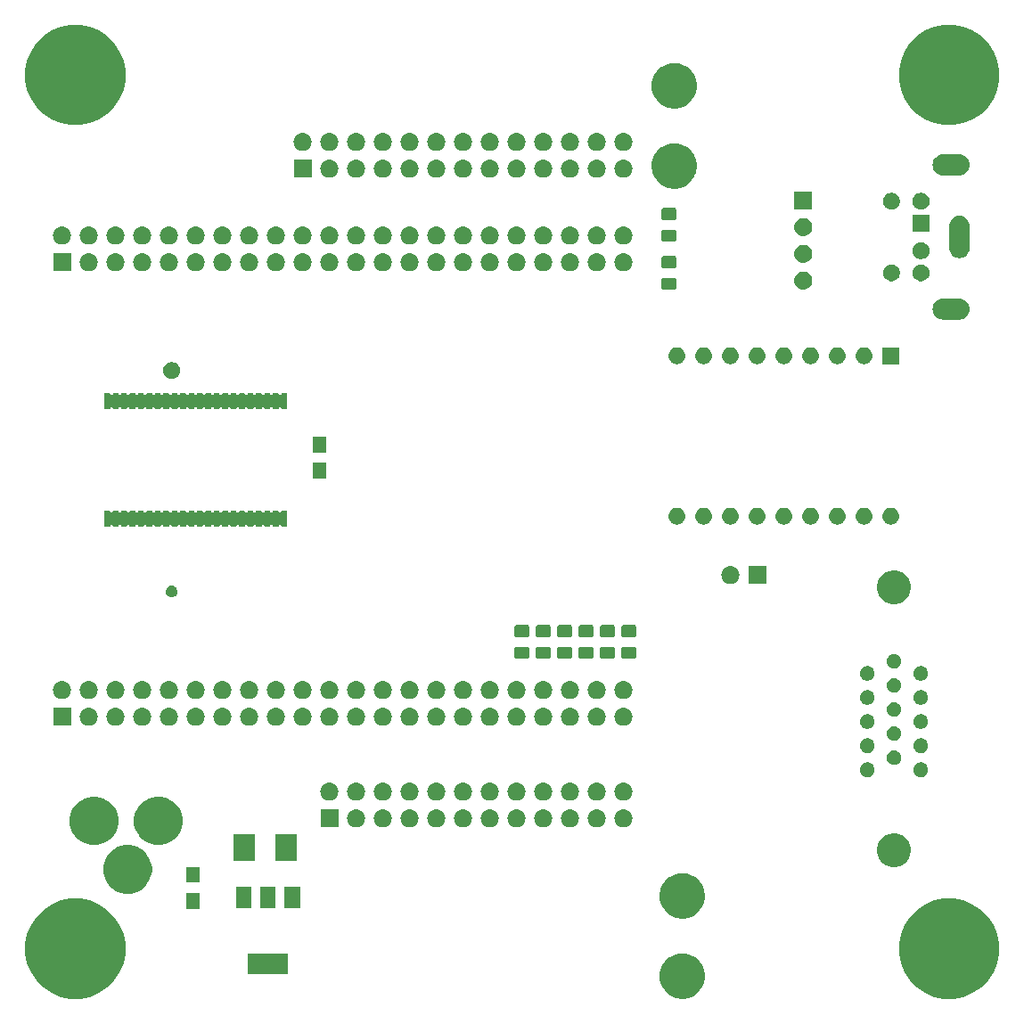
<source format=gbr>
G04 #@! TF.GenerationSoftware,KiCad,Pcbnew,(5.0.2)-1*
G04 #@! TF.CreationDate,2019-07-01T13:20:43-04:00*
G04 #@! TF.ProjectId,RETRO-EP4CE6,52455452-4f2d-4455-9034-4345362e6b69,X2*
G04 #@! TF.SameCoordinates,Original*
G04 #@! TF.FileFunction,Soldermask,Top*
G04 #@! TF.FilePolarity,Negative*
%FSLAX46Y46*%
G04 Gerber Fmt 4.6, Leading zero omitted, Abs format (unit mm)*
G04 Created by KiCad (PCBNEW (5.0.2)-1) date 7/1/2019 1:20:43 PM*
%MOMM*%
%LPD*%
G01*
G04 APERTURE LIST*
%ADD10C,0.152400*%
G04 APERTURE END LIST*
D10*
G36*
X100389169Y-94420519D02*
X101255889Y-94779526D01*
X102035920Y-95300726D01*
X102699274Y-95964080D01*
X103220474Y-96744111D01*
X103579481Y-97610831D01*
X103762500Y-98530933D01*
X103762500Y-99469067D01*
X103579481Y-100389169D01*
X103220474Y-101255889D01*
X102699274Y-102035920D01*
X102035920Y-102699274D01*
X101255889Y-103220474D01*
X100389169Y-103579481D01*
X99469067Y-103762500D01*
X98530933Y-103762500D01*
X97610831Y-103579481D01*
X96744111Y-103220474D01*
X95964080Y-102699274D01*
X95300726Y-102035920D01*
X94779526Y-101255889D01*
X94420519Y-100389169D01*
X94237500Y-99469067D01*
X94237500Y-98530933D01*
X94420519Y-97610831D01*
X94779526Y-96744111D01*
X95300726Y-95964080D01*
X95964080Y-95300726D01*
X96744111Y-94779526D01*
X97610831Y-94420519D01*
X98530933Y-94237500D01*
X99469067Y-94237500D01*
X100389169Y-94420519D01*
X100389169Y-94420519D01*
G37*
G36*
X17389169Y-94420519D02*
X18255889Y-94779526D01*
X19035920Y-95300726D01*
X19699274Y-95964080D01*
X20220474Y-96744111D01*
X20579481Y-97610831D01*
X20762500Y-98530933D01*
X20762500Y-99469067D01*
X20579481Y-100389169D01*
X20220474Y-101255889D01*
X19699274Y-102035920D01*
X19035920Y-102699274D01*
X18255889Y-103220474D01*
X17389169Y-103579481D01*
X16469067Y-103762500D01*
X15530933Y-103762500D01*
X14610831Y-103579481D01*
X13744111Y-103220474D01*
X12964080Y-102699274D01*
X12300726Y-102035920D01*
X11779526Y-101255889D01*
X11420519Y-100389169D01*
X11237500Y-99469067D01*
X11237500Y-98530933D01*
X11420519Y-97610831D01*
X11779526Y-96744111D01*
X12300726Y-95964080D01*
X12964080Y-95300726D01*
X13744111Y-94779526D01*
X14610831Y-94420519D01*
X15530933Y-94237500D01*
X16469067Y-94237500D01*
X17389169Y-94420519D01*
X17389169Y-94420519D01*
G37*
G36*
X73967614Y-99469067D02*
X74287132Y-99532623D01*
X74449203Y-99599755D01*
X74678406Y-99694694D01*
X75030548Y-99929988D01*
X75330012Y-100229452D01*
X75565306Y-100581594D01*
X75727377Y-100972869D01*
X75810000Y-101388242D01*
X75810000Y-101811758D01*
X75727377Y-102227131D01*
X75565306Y-102618406D01*
X75330012Y-102970548D01*
X75030548Y-103270012D01*
X74678406Y-103505306D01*
X74499331Y-103579481D01*
X74287132Y-103667377D01*
X74079445Y-103708688D01*
X73871758Y-103750000D01*
X73448242Y-103750000D01*
X73240555Y-103708688D01*
X73032868Y-103667377D01*
X72820669Y-103579481D01*
X72641594Y-103505306D01*
X72289452Y-103270012D01*
X71989988Y-102970548D01*
X71754694Y-102618406D01*
X71592623Y-102227131D01*
X71510000Y-101811758D01*
X71510000Y-101388242D01*
X71592623Y-100972869D01*
X71754694Y-100581594D01*
X71989988Y-100229452D01*
X72289452Y-99929988D01*
X72641594Y-99694694D01*
X72870797Y-99599755D01*
X73032868Y-99532623D01*
X73352386Y-99469067D01*
X73448242Y-99450000D01*
X73871758Y-99450000D01*
X73967614Y-99469067D01*
X73967614Y-99469067D01*
G37*
G36*
X36190000Y-101432000D02*
X32390000Y-101432000D01*
X32390000Y-99432000D01*
X36190000Y-99432000D01*
X36190000Y-101432000D01*
X36190000Y-101432000D01*
G37*
G36*
X74079444Y-91871311D02*
X74287132Y-91912623D01*
X74449203Y-91979755D01*
X74678406Y-92074694D01*
X75030548Y-92309988D01*
X75330012Y-92609452D01*
X75565306Y-92961594D01*
X75635890Y-93132000D01*
X75727377Y-93352868D01*
X75768688Y-93560555D01*
X75810000Y-93768242D01*
X75810000Y-94191758D01*
X75727377Y-94607131D01*
X75565306Y-94998406D01*
X75330012Y-95350548D01*
X75030548Y-95650012D01*
X74678406Y-95885306D01*
X74488228Y-95964080D01*
X74287132Y-96047377D01*
X74079444Y-96088689D01*
X73871758Y-96130000D01*
X73448242Y-96130000D01*
X73240555Y-96088688D01*
X73032868Y-96047377D01*
X72831772Y-95964080D01*
X72641594Y-95885306D01*
X72289452Y-95650012D01*
X71989988Y-95350548D01*
X71754694Y-94998406D01*
X71592623Y-94607131D01*
X71510000Y-94191758D01*
X71510000Y-93768242D01*
X71551311Y-93560556D01*
X71592623Y-93352868D01*
X71684110Y-93132000D01*
X71754694Y-92961594D01*
X71989988Y-92609452D01*
X72289452Y-92309988D01*
X72641594Y-92074694D01*
X72870797Y-91979755D01*
X73032868Y-91912623D01*
X73240556Y-91871311D01*
X73448242Y-91830000D01*
X73871758Y-91830000D01*
X74079444Y-91871311D01*
X74079444Y-91871311D01*
G37*
G36*
X27803000Y-95218000D02*
X26553000Y-95218000D01*
X26553000Y-93718000D01*
X27803000Y-93718000D01*
X27803000Y-95218000D01*
X27803000Y-95218000D01*
G37*
G36*
X32740000Y-95132000D02*
X31240000Y-95132000D01*
X31240000Y-93132000D01*
X32740000Y-93132000D01*
X32740000Y-95132000D01*
X32740000Y-95132000D01*
G37*
G36*
X35040000Y-95132000D02*
X33540000Y-95132000D01*
X33540000Y-93132000D01*
X35040000Y-93132000D01*
X35040000Y-95132000D01*
X35040000Y-95132000D01*
G37*
G36*
X37340000Y-95132000D02*
X35840000Y-95132000D01*
X35840000Y-93132000D01*
X37340000Y-93132000D01*
X37340000Y-95132000D01*
X37340000Y-95132000D01*
G37*
G36*
X21650885Y-89256387D02*
X22069459Y-89429766D01*
X22147140Y-89481671D01*
X22446168Y-89681475D01*
X22766525Y-90001832D01*
X23018235Y-90378543D01*
X23191613Y-90797115D01*
X23280000Y-91241468D01*
X23280000Y-91694532D01*
X23191613Y-92138885D01*
X23018235Y-92557457D01*
X22766525Y-92934168D01*
X22446168Y-93254525D01*
X22446165Y-93254527D01*
X22069459Y-93506234D01*
X22069458Y-93506235D01*
X22069457Y-93506235D01*
X21650885Y-93679613D01*
X21206532Y-93768000D01*
X20753468Y-93768000D01*
X20309115Y-93679613D01*
X19890543Y-93506235D01*
X19890542Y-93506235D01*
X19890541Y-93506234D01*
X19513835Y-93254527D01*
X19513832Y-93254525D01*
X19193475Y-92934168D01*
X18941765Y-92557457D01*
X18768387Y-92138885D01*
X18680000Y-91694532D01*
X18680000Y-91241468D01*
X18768387Y-90797115D01*
X18941765Y-90378543D01*
X19193475Y-90001832D01*
X19513832Y-89681475D01*
X19812860Y-89481671D01*
X19890541Y-89429766D01*
X20309115Y-89256387D01*
X20753468Y-89168000D01*
X21206532Y-89168000D01*
X21650885Y-89256387D01*
X21650885Y-89256387D01*
G37*
G36*
X27803000Y-92718000D02*
X26553000Y-92718000D01*
X26553000Y-91218000D01*
X27803000Y-91218000D01*
X27803000Y-92718000D01*
X27803000Y-92718000D01*
G37*
G36*
X94246043Y-88100745D02*
X94537223Y-88221356D01*
X94799284Y-88396460D01*
X95022139Y-88619315D01*
X95197243Y-88881376D01*
X95317854Y-89172556D01*
X95379340Y-89481671D01*
X95379340Y-89796847D01*
X95317854Y-90105962D01*
X95197243Y-90397142D01*
X95022139Y-90659203D01*
X94799284Y-90882058D01*
X94537223Y-91057162D01*
X94246043Y-91177773D01*
X93936928Y-91239259D01*
X93621752Y-91239259D01*
X93312637Y-91177773D01*
X93021457Y-91057162D01*
X92759396Y-90882058D01*
X92536541Y-90659203D01*
X92361437Y-90397142D01*
X92240826Y-90105962D01*
X92179340Y-89796847D01*
X92179340Y-89481671D01*
X92240826Y-89172556D01*
X92361437Y-88881376D01*
X92536541Y-88619315D01*
X92759396Y-88396460D01*
X93021457Y-88221356D01*
X93312637Y-88100745D01*
X93621752Y-88039259D01*
X93936928Y-88039259D01*
X94246043Y-88100745D01*
X94246043Y-88100745D01*
G37*
G36*
X37036000Y-90658000D02*
X35036000Y-90658000D01*
X35036000Y-88158000D01*
X37036000Y-88158000D01*
X37036000Y-90658000D01*
X37036000Y-90658000D01*
G37*
G36*
X33036000Y-90658000D02*
X31036000Y-90658000D01*
X31036000Y-88158000D01*
X33036000Y-88158000D01*
X33036000Y-90658000D01*
X33036000Y-90658000D01*
G37*
G36*
X24550885Y-84656387D02*
X24969459Y-84829766D01*
X25019342Y-84863097D01*
X25346168Y-85081475D01*
X25666525Y-85401832D01*
X25666527Y-85401835D01*
X25916737Y-85776300D01*
X25918235Y-85778543D01*
X26091613Y-86197115D01*
X26180000Y-86641468D01*
X26180000Y-87094532D01*
X26091613Y-87538885D01*
X25918234Y-87957459D01*
X25741903Y-88221357D01*
X25666525Y-88334168D01*
X25346168Y-88654525D01*
X25346165Y-88654527D01*
X24969459Y-88906234D01*
X24969458Y-88906235D01*
X24969457Y-88906235D01*
X24550885Y-89079613D01*
X24106532Y-89168000D01*
X23653468Y-89168000D01*
X23209115Y-89079613D01*
X22790543Y-88906235D01*
X22790542Y-88906235D01*
X22790541Y-88906234D01*
X22413835Y-88654527D01*
X22413832Y-88654525D01*
X22093475Y-88334168D01*
X22018097Y-88221357D01*
X21841766Y-87957459D01*
X21668387Y-87538885D01*
X21580000Y-87094532D01*
X21580000Y-86641468D01*
X21668387Y-86197115D01*
X21841765Y-85778543D01*
X21843264Y-85776300D01*
X22093473Y-85401835D01*
X22093475Y-85401832D01*
X22413832Y-85081475D01*
X22740658Y-84863097D01*
X22790541Y-84829766D01*
X23209115Y-84656387D01*
X23653468Y-84568000D01*
X24106532Y-84568000D01*
X24550885Y-84656387D01*
X24550885Y-84656387D01*
G37*
G36*
X18450885Y-84656387D02*
X18869459Y-84829766D01*
X18919342Y-84863097D01*
X19246168Y-85081475D01*
X19566525Y-85401832D01*
X19566527Y-85401835D01*
X19816737Y-85776300D01*
X19818235Y-85778543D01*
X19991613Y-86197115D01*
X20080000Y-86641468D01*
X20080000Y-87094532D01*
X19991613Y-87538885D01*
X19818234Y-87957459D01*
X19641903Y-88221357D01*
X19566525Y-88334168D01*
X19246168Y-88654525D01*
X19246165Y-88654527D01*
X18869459Y-88906234D01*
X18869458Y-88906235D01*
X18869457Y-88906235D01*
X18450885Y-89079613D01*
X18006532Y-89168000D01*
X17553468Y-89168000D01*
X17109115Y-89079613D01*
X16690543Y-88906235D01*
X16690542Y-88906235D01*
X16690541Y-88906234D01*
X16313835Y-88654527D01*
X16313832Y-88654525D01*
X15993475Y-88334168D01*
X15918097Y-88221357D01*
X15741766Y-87957459D01*
X15568387Y-87538885D01*
X15480000Y-87094532D01*
X15480000Y-86641468D01*
X15568387Y-86197115D01*
X15741765Y-85778543D01*
X15743264Y-85776300D01*
X15993473Y-85401835D01*
X15993475Y-85401832D01*
X16313832Y-85081475D01*
X16640658Y-84863097D01*
X16690541Y-84829766D01*
X17109115Y-84656387D01*
X17553468Y-84568000D01*
X18006532Y-84568000D01*
X18450885Y-84656387D01*
X18450885Y-84656387D01*
G37*
G36*
X68238630Y-85776299D02*
X68398855Y-85824903D01*
X68546520Y-85903831D01*
X68675949Y-86010051D01*
X68782169Y-86139480D01*
X68861097Y-86287145D01*
X68909701Y-86447370D01*
X68926112Y-86614000D01*
X68909701Y-86780630D01*
X68861097Y-86940855D01*
X68782169Y-87088520D01*
X68675949Y-87217949D01*
X68546520Y-87324169D01*
X68398855Y-87403097D01*
X68238630Y-87451701D01*
X68113752Y-87464000D01*
X68030248Y-87464000D01*
X67905370Y-87451701D01*
X67745145Y-87403097D01*
X67597480Y-87324169D01*
X67468051Y-87217949D01*
X67361831Y-87088520D01*
X67282903Y-86940855D01*
X67234299Y-86780630D01*
X67217888Y-86614000D01*
X67234299Y-86447370D01*
X67282903Y-86287145D01*
X67361831Y-86139480D01*
X67468051Y-86010051D01*
X67597480Y-85903831D01*
X67745145Y-85824903D01*
X67905370Y-85776299D01*
X68030248Y-85764000D01*
X68113752Y-85764000D01*
X68238630Y-85776299D01*
X68238630Y-85776299D01*
G37*
G36*
X50458630Y-85776299D02*
X50618855Y-85824903D01*
X50766520Y-85903831D01*
X50895949Y-86010051D01*
X51002169Y-86139480D01*
X51081097Y-86287145D01*
X51129701Y-86447370D01*
X51146112Y-86614000D01*
X51129701Y-86780630D01*
X51081097Y-86940855D01*
X51002169Y-87088520D01*
X50895949Y-87217949D01*
X50766520Y-87324169D01*
X50618855Y-87403097D01*
X50458630Y-87451701D01*
X50333752Y-87464000D01*
X50250248Y-87464000D01*
X50125370Y-87451701D01*
X49965145Y-87403097D01*
X49817480Y-87324169D01*
X49688051Y-87217949D01*
X49581831Y-87088520D01*
X49502903Y-86940855D01*
X49454299Y-86780630D01*
X49437888Y-86614000D01*
X49454299Y-86447370D01*
X49502903Y-86287145D01*
X49581831Y-86139480D01*
X49688051Y-86010051D01*
X49817480Y-85903831D01*
X49965145Y-85824903D01*
X50125370Y-85776299D01*
X50250248Y-85764000D01*
X50333752Y-85764000D01*
X50458630Y-85776299D01*
X50458630Y-85776299D01*
G37*
G36*
X52998630Y-85776299D02*
X53158855Y-85824903D01*
X53306520Y-85903831D01*
X53435949Y-86010051D01*
X53542169Y-86139480D01*
X53621097Y-86287145D01*
X53669701Y-86447370D01*
X53686112Y-86614000D01*
X53669701Y-86780630D01*
X53621097Y-86940855D01*
X53542169Y-87088520D01*
X53435949Y-87217949D01*
X53306520Y-87324169D01*
X53158855Y-87403097D01*
X52998630Y-87451701D01*
X52873752Y-87464000D01*
X52790248Y-87464000D01*
X52665370Y-87451701D01*
X52505145Y-87403097D01*
X52357480Y-87324169D01*
X52228051Y-87217949D01*
X52121831Y-87088520D01*
X52042903Y-86940855D01*
X51994299Y-86780630D01*
X51977888Y-86614000D01*
X51994299Y-86447370D01*
X52042903Y-86287145D01*
X52121831Y-86139480D01*
X52228051Y-86010051D01*
X52357480Y-85903831D01*
X52505145Y-85824903D01*
X52665370Y-85776299D01*
X52790248Y-85764000D01*
X52873752Y-85764000D01*
X52998630Y-85776299D01*
X52998630Y-85776299D01*
G37*
G36*
X45378630Y-85776299D02*
X45538855Y-85824903D01*
X45686520Y-85903831D01*
X45815949Y-86010051D01*
X45922169Y-86139480D01*
X46001097Y-86287145D01*
X46049701Y-86447370D01*
X46066112Y-86614000D01*
X46049701Y-86780630D01*
X46001097Y-86940855D01*
X45922169Y-87088520D01*
X45815949Y-87217949D01*
X45686520Y-87324169D01*
X45538855Y-87403097D01*
X45378630Y-87451701D01*
X45253752Y-87464000D01*
X45170248Y-87464000D01*
X45045370Y-87451701D01*
X44885145Y-87403097D01*
X44737480Y-87324169D01*
X44608051Y-87217949D01*
X44501831Y-87088520D01*
X44422903Y-86940855D01*
X44374299Y-86780630D01*
X44357888Y-86614000D01*
X44374299Y-86447370D01*
X44422903Y-86287145D01*
X44501831Y-86139480D01*
X44608051Y-86010051D01*
X44737480Y-85903831D01*
X44885145Y-85824903D01*
X45045370Y-85776299D01*
X45170248Y-85764000D01*
X45253752Y-85764000D01*
X45378630Y-85776299D01*
X45378630Y-85776299D01*
G37*
G36*
X55538630Y-85776299D02*
X55698855Y-85824903D01*
X55846520Y-85903831D01*
X55975949Y-86010051D01*
X56082169Y-86139480D01*
X56161097Y-86287145D01*
X56209701Y-86447370D01*
X56226112Y-86614000D01*
X56209701Y-86780630D01*
X56161097Y-86940855D01*
X56082169Y-87088520D01*
X55975949Y-87217949D01*
X55846520Y-87324169D01*
X55698855Y-87403097D01*
X55538630Y-87451701D01*
X55413752Y-87464000D01*
X55330248Y-87464000D01*
X55205370Y-87451701D01*
X55045145Y-87403097D01*
X54897480Y-87324169D01*
X54768051Y-87217949D01*
X54661831Y-87088520D01*
X54582903Y-86940855D01*
X54534299Y-86780630D01*
X54517888Y-86614000D01*
X54534299Y-86447370D01*
X54582903Y-86287145D01*
X54661831Y-86139480D01*
X54768051Y-86010051D01*
X54897480Y-85903831D01*
X55045145Y-85824903D01*
X55205370Y-85776299D01*
X55330248Y-85764000D01*
X55413752Y-85764000D01*
X55538630Y-85776299D01*
X55538630Y-85776299D01*
G37*
G36*
X58078630Y-85776299D02*
X58238855Y-85824903D01*
X58386520Y-85903831D01*
X58515949Y-86010051D01*
X58622169Y-86139480D01*
X58701097Y-86287145D01*
X58749701Y-86447370D01*
X58766112Y-86614000D01*
X58749701Y-86780630D01*
X58701097Y-86940855D01*
X58622169Y-87088520D01*
X58515949Y-87217949D01*
X58386520Y-87324169D01*
X58238855Y-87403097D01*
X58078630Y-87451701D01*
X57953752Y-87464000D01*
X57870248Y-87464000D01*
X57745370Y-87451701D01*
X57585145Y-87403097D01*
X57437480Y-87324169D01*
X57308051Y-87217949D01*
X57201831Y-87088520D01*
X57122903Y-86940855D01*
X57074299Y-86780630D01*
X57057888Y-86614000D01*
X57074299Y-86447370D01*
X57122903Y-86287145D01*
X57201831Y-86139480D01*
X57308051Y-86010051D01*
X57437480Y-85903831D01*
X57585145Y-85824903D01*
X57745370Y-85776299D01*
X57870248Y-85764000D01*
X57953752Y-85764000D01*
X58078630Y-85776299D01*
X58078630Y-85776299D01*
G37*
G36*
X60618630Y-85776299D02*
X60778855Y-85824903D01*
X60926520Y-85903831D01*
X61055949Y-86010051D01*
X61162169Y-86139480D01*
X61241097Y-86287145D01*
X61289701Y-86447370D01*
X61306112Y-86614000D01*
X61289701Y-86780630D01*
X61241097Y-86940855D01*
X61162169Y-87088520D01*
X61055949Y-87217949D01*
X60926520Y-87324169D01*
X60778855Y-87403097D01*
X60618630Y-87451701D01*
X60493752Y-87464000D01*
X60410248Y-87464000D01*
X60285370Y-87451701D01*
X60125145Y-87403097D01*
X59977480Y-87324169D01*
X59848051Y-87217949D01*
X59741831Y-87088520D01*
X59662903Y-86940855D01*
X59614299Y-86780630D01*
X59597888Y-86614000D01*
X59614299Y-86447370D01*
X59662903Y-86287145D01*
X59741831Y-86139480D01*
X59848051Y-86010051D01*
X59977480Y-85903831D01*
X60125145Y-85824903D01*
X60285370Y-85776299D01*
X60410248Y-85764000D01*
X60493752Y-85764000D01*
X60618630Y-85776299D01*
X60618630Y-85776299D01*
G37*
G36*
X47918630Y-85776299D02*
X48078855Y-85824903D01*
X48226520Y-85903831D01*
X48355949Y-86010051D01*
X48462169Y-86139480D01*
X48541097Y-86287145D01*
X48589701Y-86447370D01*
X48606112Y-86614000D01*
X48589701Y-86780630D01*
X48541097Y-86940855D01*
X48462169Y-87088520D01*
X48355949Y-87217949D01*
X48226520Y-87324169D01*
X48078855Y-87403097D01*
X47918630Y-87451701D01*
X47793752Y-87464000D01*
X47710248Y-87464000D01*
X47585370Y-87451701D01*
X47425145Y-87403097D01*
X47277480Y-87324169D01*
X47148051Y-87217949D01*
X47041831Y-87088520D01*
X46962903Y-86940855D01*
X46914299Y-86780630D01*
X46897888Y-86614000D01*
X46914299Y-86447370D01*
X46962903Y-86287145D01*
X47041831Y-86139480D01*
X47148051Y-86010051D01*
X47277480Y-85903831D01*
X47425145Y-85824903D01*
X47585370Y-85776299D01*
X47710248Y-85764000D01*
X47793752Y-85764000D01*
X47918630Y-85776299D01*
X47918630Y-85776299D01*
G37*
G36*
X40982000Y-87464000D02*
X39282000Y-87464000D01*
X39282000Y-85764000D01*
X40982000Y-85764000D01*
X40982000Y-87464000D01*
X40982000Y-87464000D01*
G37*
G36*
X65698630Y-85776299D02*
X65858855Y-85824903D01*
X66006520Y-85903831D01*
X66135949Y-86010051D01*
X66242169Y-86139480D01*
X66321097Y-86287145D01*
X66369701Y-86447370D01*
X66386112Y-86614000D01*
X66369701Y-86780630D01*
X66321097Y-86940855D01*
X66242169Y-87088520D01*
X66135949Y-87217949D01*
X66006520Y-87324169D01*
X65858855Y-87403097D01*
X65698630Y-87451701D01*
X65573752Y-87464000D01*
X65490248Y-87464000D01*
X65365370Y-87451701D01*
X65205145Y-87403097D01*
X65057480Y-87324169D01*
X64928051Y-87217949D01*
X64821831Y-87088520D01*
X64742903Y-86940855D01*
X64694299Y-86780630D01*
X64677888Y-86614000D01*
X64694299Y-86447370D01*
X64742903Y-86287145D01*
X64821831Y-86139480D01*
X64928051Y-86010051D01*
X65057480Y-85903831D01*
X65205145Y-85824903D01*
X65365370Y-85776299D01*
X65490248Y-85764000D01*
X65573752Y-85764000D01*
X65698630Y-85776299D01*
X65698630Y-85776299D01*
G37*
G36*
X63158630Y-85776299D02*
X63318855Y-85824903D01*
X63466520Y-85903831D01*
X63595949Y-86010051D01*
X63702169Y-86139480D01*
X63781097Y-86287145D01*
X63829701Y-86447370D01*
X63846112Y-86614000D01*
X63829701Y-86780630D01*
X63781097Y-86940855D01*
X63702169Y-87088520D01*
X63595949Y-87217949D01*
X63466520Y-87324169D01*
X63318855Y-87403097D01*
X63158630Y-87451701D01*
X63033752Y-87464000D01*
X62950248Y-87464000D01*
X62825370Y-87451701D01*
X62665145Y-87403097D01*
X62517480Y-87324169D01*
X62388051Y-87217949D01*
X62281831Y-87088520D01*
X62202903Y-86940855D01*
X62154299Y-86780630D01*
X62137888Y-86614000D01*
X62154299Y-86447370D01*
X62202903Y-86287145D01*
X62281831Y-86139480D01*
X62388051Y-86010051D01*
X62517480Y-85903831D01*
X62665145Y-85824903D01*
X62825370Y-85776299D01*
X62950248Y-85764000D01*
X63033752Y-85764000D01*
X63158630Y-85776299D01*
X63158630Y-85776299D01*
G37*
G36*
X42838630Y-85776299D02*
X42998855Y-85824903D01*
X43146520Y-85903831D01*
X43275949Y-86010051D01*
X43382169Y-86139480D01*
X43461097Y-86287145D01*
X43509701Y-86447370D01*
X43526112Y-86614000D01*
X43509701Y-86780630D01*
X43461097Y-86940855D01*
X43382169Y-87088520D01*
X43275949Y-87217949D01*
X43146520Y-87324169D01*
X42998855Y-87403097D01*
X42838630Y-87451701D01*
X42713752Y-87464000D01*
X42630248Y-87464000D01*
X42505370Y-87451701D01*
X42345145Y-87403097D01*
X42197480Y-87324169D01*
X42068051Y-87217949D01*
X41961831Y-87088520D01*
X41882903Y-86940855D01*
X41834299Y-86780630D01*
X41817888Y-86614000D01*
X41834299Y-86447370D01*
X41882903Y-86287145D01*
X41961831Y-86139480D01*
X42068051Y-86010051D01*
X42197480Y-85903831D01*
X42345145Y-85824903D01*
X42505370Y-85776299D01*
X42630248Y-85764000D01*
X42713752Y-85764000D01*
X42838630Y-85776299D01*
X42838630Y-85776299D01*
G37*
G36*
X47918630Y-83236299D02*
X48078855Y-83284903D01*
X48226520Y-83363831D01*
X48355949Y-83470051D01*
X48462169Y-83599480D01*
X48541097Y-83747145D01*
X48589701Y-83907370D01*
X48606112Y-84074000D01*
X48589701Y-84240630D01*
X48541097Y-84400855D01*
X48462169Y-84548520D01*
X48355949Y-84677949D01*
X48226520Y-84784169D01*
X48078855Y-84863097D01*
X47918630Y-84911701D01*
X47793752Y-84924000D01*
X47710248Y-84924000D01*
X47585370Y-84911701D01*
X47425145Y-84863097D01*
X47277480Y-84784169D01*
X47148051Y-84677949D01*
X47041831Y-84548520D01*
X46962903Y-84400855D01*
X46914299Y-84240630D01*
X46897888Y-84074000D01*
X46914299Y-83907370D01*
X46962903Y-83747145D01*
X47041831Y-83599480D01*
X47148051Y-83470051D01*
X47277480Y-83363831D01*
X47425145Y-83284903D01*
X47585370Y-83236299D01*
X47710248Y-83224000D01*
X47793752Y-83224000D01*
X47918630Y-83236299D01*
X47918630Y-83236299D01*
G37*
G36*
X68238630Y-83236299D02*
X68398855Y-83284903D01*
X68546520Y-83363831D01*
X68675949Y-83470051D01*
X68782169Y-83599480D01*
X68861097Y-83747145D01*
X68909701Y-83907370D01*
X68926112Y-84074000D01*
X68909701Y-84240630D01*
X68861097Y-84400855D01*
X68782169Y-84548520D01*
X68675949Y-84677949D01*
X68546520Y-84784169D01*
X68398855Y-84863097D01*
X68238630Y-84911701D01*
X68113752Y-84924000D01*
X68030248Y-84924000D01*
X67905370Y-84911701D01*
X67745145Y-84863097D01*
X67597480Y-84784169D01*
X67468051Y-84677949D01*
X67361831Y-84548520D01*
X67282903Y-84400855D01*
X67234299Y-84240630D01*
X67217888Y-84074000D01*
X67234299Y-83907370D01*
X67282903Y-83747145D01*
X67361831Y-83599480D01*
X67468051Y-83470051D01*
X67597480Y-83363831D01*
X67745145Y-83284903D01*
X67905370Y-83236299D01*
X68030248Y-83224000D01*
X68113752Y-83224000D01*
X68238630Y-83236299D01*
X68238630Y-83236299D01*
G37*
G36*
X63158630Y-83236299D02*
X63318855Y-83284903D01*
X63466520Y-83363831D01*
X63595949Y-83470051D01*
X63702169Y-83599480D01*
X63781097Y-83747145D01*
X63829701Y-83907370D01*
X63846112Y-84074000D01*
X63829701Y-84240630D01*
X63781097Y-84400855D01*
X63702169Y-84548520D01*
X63595949Y-84677949D01*
X63466520Y-84784169D01*
X63318855Y-84863097D01*
X63158630Y-84911701D01*
X63033752Y-84924000D01*
X62950248Y-84924000D01*
X62825370Y-84911701D01*
X62665145Y-84863097D01*
X62517480Y-84784169D01*
X62388051Y-84677949D01*
X62281831Y-84548520D01*
X62202903Y-84400855D01*
X62154299Y-84240630D01*
X62137888Y-84074000D01*
X62154299Y-83907370D01*
X62202903Y-83747145D01*
X62281831Y-83599480D01*
X62388051Y-83470051D01*
X62517480Y-83363831D01*
X62665145Y-83284903D01*
X62825370Y-83236299D01*
X62950248Y-83224000D01*
X63033752Y-83224000D01*
X63158630Y-83236299D01*
X63158630Y-83236299D01*
G37*
G36*
X60618630Y-83236299D02*
X60778855Y-83284903D01*
X60926520Y-83363831D01*
X61055949Y-83470051D01*
X61162169Y-83599480D01*
X61241097Y-83747145D01*
X61289701Y-83907370D01*
X61306112Y-84074000D01*
X61289701Y-84240630D01*
X61241097Y-84400855D01*
X61162169Y-84548520D01*
X61055949Y-84677949D01*
X60926520Y-84784169D01*
X60778855Y-84863097D01*
X60618630Y-84911701D01*
X60493752Y-84924000D01*
X60410248Y-84924000D01*
X60285370Y-84911701D01*
X60125145Y-84863097D01*
X59977480Y-84784169D01*
X59848051Y-84677949D01*
X59741831Y-84548520D01*
X59662903Y-84400855D01*
X59614299Y-84240630D01*
X59597888Y-84074000D01*
X59614299Y-83907370D01*
X59662903Y-83747145D01*
X59741831Y-83599480D01*
X59848051Y-83470051D01*
X59977480Y-83363831D01*
X60125145Y-83284903D01*
X60285370Y-83236299D01*
X60410248Y-83224000D01*
X60493752Y-83224000D01*
X60618630Y-83236299D01*
X60618630Y-83236299D01*
G37*
G36*
X58078630Y-83236299D02*
X58238855Y-83284903D01*
X58386520Y-83363831D01*
X58515949Y-83470051D01*
X58622169Y-83599480D01*
X58701097Y-83747145D01*
X58749701Y-83907370D01*
X58766112Y-84074000D01*
X58749701Y-84240630D01*
X58701097Y-84400855D01*
X58622169Y-84548520D01*
X58515949Y-84677949D01*
X58386520Y-84784169D01*
X58238855Y-84863097D01*
X58078630Y-84911701D01*
X57953752Y-84924000D01*
X57870248Y-84924000D01*
X57745370Y-84911701D01*
X57585145Y-84863097D01*
X57437480Y-84784169D01*
X57308051Y-84677949D01*
X57201831Y-84548520D01*
X57122903Y-84400855D01*
X57074299Y-84240630D01*
X57057888Y-84074000D01*
X57074299Y-83907370D01*
X57122903Y-83747145D01*
X57201831Y-83599480D01*
X57308051Y-83470051D01*
X57437480Y-83363831D01*
X57585145Y-83284903D01*
X57745370Y-83236299D01*
X57870248Y-83224000D01*
X57953752Y-83224000D01*
X58078630Y-83236299D01*
X58078630Y-83236299D01*
G37*
G36*
X55538630Y-83236299D02*
X55698855Y-83284903D01*
X55846520Y-83363831D01*
X55975949Y-83470051D01*
X56082169Y-83599480D01*
X56161097Y-83747145D01*
X56209701Y-83907370D01*
X56226112Y-84074000D01*
X56209701Y-84240630D01*
X56161097Y-84400855D01*
X56082169Y-84548520D01*
X55975949Y-84677949D01*
X55846520Y-84784169D01*
X55698855Y-84863097D01*
X55538630Y-84911701D01*
X55413752Y-84924000D01*
X55330248Y-84924000D01*
X55205370Y-84911701D01*
X55045145Y-84863097D01*
X54897480Y-84784169D01*
X54768051Y-84677949D01*
X54661831Y-84548520D01*
X54582903Y-84400855D01*
X54534299Y-84240630D01*
X54517888Y-84074000D01*
X54534299Y-83907370D01*
X54582903Y-83747145D01*
X54661831Y-83599480D01*
X54768051Y-83470051D01*
X54897480Y-83363831D01*
X55045145Y-83284903D01*
X55205370Y-83236299D01*
X55330248Y-83224000D01*
X55413752Y-83224000D01*
X55538630Y-83236299D01*
X55538630Y-83236299D01*
G37*
G36*
X52998630Y-83236299D02*
X53158855Y-83284903D01*
X53306520Y-83363831D01*
X53435949Y-83470051D01*
X53542169Y-83599480D01*
X53621097Y-83747145D01*
X53669701Y-83907370D01*
X53686112Y-84074000D01*
X53669701Y-84240630D01*
X53621097Y-84400855D01*
X53542169Y-84548520D01*
X53435949Y-84677949D01*
X53306520Y-84784169D01*
X53158855Y-84863097D01*
X52998630Y-84911701D01*
X52873752Y-84924000D01*
X52790248Y-84924000D01*
X52665370Y-84911701D01*
X52505145Y-84863097D01*
X52357480Y-84784169D01*
X52228051Y-84677949D01*
X52121831Y-84548520D01*
X52042903Y-84400855D01*
X51994299Y-84240630D01*
X51977888Y-84074000D01*
X51994299Y-83907370D01*
X52042903Y-83747145D01*
X52121831Y-83599480D01*
X52228051Y-83470051D01*
X52357480Y-83363831D01*
X52505145Y-83284903D01*
X52665370Y-83236299D01*
X52790248Y-83224000D01*
X52873752Y-83224000D01*
X52998630Y-83236299D01*
X52998630Y-83236299D01*
G37*
G36*
X50458630Y-83236299D02*
X50618855Y-83284903D01*
X50766520Y-83363831D01*
X50895949Y-83470051D01*
X51002169Y-83599480D01*
X51081097Y-83747145D01*
X51129701Y-83907370D01*
X51146112Y-84074000D01*
X51129701Y-84240630D01*
X51081097Y-84400855D01*
X51002169Y-84548520D01*
X50895949Y-84677949D01*
X50766520Y-84784169D01*
X50618855Y-84863097D01*
X50458630Y-84911701D01*
X50333752Y-84924000D01*
X50250248Y-84924000D01*
X50125370Y-84911701D01*
X49965145Y-84863097D01*
X49817480Y-84784169D01*
X49688051Y-84677949D01*
X49581831Y-84548520D01*
X49502903Y-84400855D01*
X49454299Y-84240630D01*
X49437888Y-84074000D01*
X49454299Y-83907370D01*
X49502903Y-83747145D01*
X49581831Y-83599480D01*
X49688051Y-83470051D01*
X49817480Y-83363831D01*
X49965145Y-83284903D01*
X50125370Y-83236299D01*
X50250248Y-83224000D01*
X50333752Y-83224000D01*
X50458630Y-83236299D01*
X50458630Y-83236299D01*
G37*
G36*
X65698630Y-83236299D02*
X65858855Y-83284903D01*
X66006520Y-83363831D01*
X66135949Y-83470051D01*
X66242169Y-83599480D01*
X66321097Y-83747145D01*
X66369701Y-83907370D01*
X66386112Y-84074000D01*
X66369701Y-84240630D01*
X66321097Y-84400855D01*
X66242169Y-84548520D01*
X66135949Y-84677949D01*
X66006520Y-84784169D01*
X65858855Y-84863097D01*
X65698630Y-84911701D01*
X65573752Y-84924000D01*
X65490248Y-84924000D01*
X65365370Y-84911701D01*
X65205145Y-84863097D01*
X65057480Y-84784169D01*
X64928051Y-84677949D01*
X64821831Y-84548520D01*
X64742903Y-84400855D01*
X64694299Y-84240630D01*
X64677888Y-84074000D01*
X64694299Y-83907370D01*
X64742903Y-83747145D01*
X64821831Y-83599480D01*
X64928051Y-83470051D01*
X65057480Y-83363831D01*
X65205145Y-83284903D01*
X65365370Y-83236299D01*
X65490248Y-83224000D01*
X65573752Y-83224000D01*
X65698630Y-83236299D01*
X65698630Y-83236299D01*
G37*
G36*
X45378630Y-83236299D02*
X45538855Y-83284903D01*
X45686520Y-83363831D01*
X45815949Y-83470051D01*
X45922169Y-83599480D01*
X46001097Y-83747145D01*
X46049701Y-83907370D01*
X46066112Y-84074000D01*
X46049701Y-84240630D01*
X46001097Y-84400855D01*
X45922169Y-84548520D01*
X45815949Y-84677949D01*
X45686520Y-84784169D01*
X45538855Y-84863097D01*
X45378630Y-84911701D01*
X45253752Y-84924000D01*
X45170248Y-84924000D01*
X45045370Y-84911701D01*
X44885145Y-84863097D01*
X44737480Y-84784169D01*
X44608051Y-84677949D01*
X44501831Y-84548520D01*
X44422903Y-84400855D01*
X44374299Y-84240630D01*
X44357888Y-84074000D01*
X44374299Y-83907370D01*
X44422903Y-83747145D01*
X44501831Y-83599480D01*
X44608051Y-83470051D01*
X44737480Y-83363831D01*
X44885145Y-83284903D01*
X45045370Y-83236299D01*
X45170248Y-83224000D01*
X45253752Y-83224000D01*
X45378630Y-83236299D01*
X45378630Y-83236299D01*
G37*
G36*
X42838630Y-83236299D02*
X42998855Y-83284903D01*
X43146520Y-83363831D01*
X43275949Y-83470051D01*
X43382169Y-83599480D01*
X43461097Y-83747145D01*
X43509701Y-83907370D01*
X43526112Y-84074000D01*
X43509701Y-84240630D01*
X43461097Y-84400855D01*
X43382169Y-84548520D01*
X43275949Y-84677949D01*
X43146520Y-84784169D01*
X42998855Y-84863097D01*
X42838630Y-84911701D01*
X42713752Y-84924000D01*
X42630248Y-84924000D01*
X42505370Y-84911701D01*
X42345145Y-84863097D01*
X42197480Y-84784169D01*
X42068051Y-84677949D01*
X41961831Y-84548520D01*
X41882903Y-84400855D01*
X41834299Y-84240630D01*
X41817888Y-84074000D01*
X41834299Y-83907370D01*
X41882903Y-83747145D01*
X41961831Y-83599480D01*
X42068051Y-83470051D01*
X42197480Y-83363831D01*
X42345145Y-83284903D01*
X42505370Y-83236299D01*
X42630248Y-83224000D01*
X42713752Y-83224000D01*
X42838630Y-83236299D01*
X42838630Y-83236299D01*
G37*
G36*
X40298630Y-83236299D02*
X40458855Y-83284903D01*
X40606520Y-83363831D01*
X40735949Y-83470051D01*
X40842169Y-83599480D01*
X40921097Y-83747145D01*
X40969701Y-83907370D01*
X40986112Y-84074000D01*
X40969701Y-84240630D01*
X40921097Y-84400855D01*
X40842169Y-84548520D01*
X40735949Y-84677949D01*
X40606520Y-84784169D01*
X40458855Y-84863097D01*
X40298630Y-84911701D01*
X40173752Y-84924000D01*
X40090248Y-84924000D01*
X39965370Y-84911701D01*
X39805145Y-84863097D01*
X39657480Y-84784169D01*
X39528051Y-84677949D01*
X39421831Y-84548520D01*
X39342903Y-84400855D01*
X39294299Y-84240630D01*
X39277888Y-84074000D01*
X39294299Y-83907370D01*
X39342903Y-83747145D01*
X39421831Y-83599480D01*
X39528051Y-83470051D01*
X39657480Y-83363831D01*
X39805145Y-83284903D01*
X39965370Y-83236299D01*
X40090248Y-83224000D01*
X40173752Y-83224000D01*
X40298630Y-83236299D01*
X40298630Y-83236299D01*
G37*
G36*
X91443085Y-81322201D02*
X91570203Y-81374855D01*
X91684611Y-81451300D01*
X91781899Y-81548588D01*
X91858344Y-81662996D01*
X91910998Y-81790114D01*
X91937840Y-81925061D01*
X91937840Y-82062657D01*
X91910998Y-82197604D01*
X91858344Y-82324722D01*
X91781899Y-82439130D01*
X91684611Y-82536418D01*
X91570203Y-82612863D01*
X91443085Y-82665517D01*
X91308138Y-82692359D01*
X91170542Y-82692359D01*
X91035595Y-82665517D01*
X90908477Y-82612863D01*
X90794069Y-82536418D01*
X90696781Y-82439130D01*
X90620336Y-82324722D01*
X90567682Y-82197604D01*
X90540840Y-82062657D01*
X90540840Y-81925061D01*
X90567682Y-81790114D01*
X90620336Y-81662996D01*
X90696781Y-81548588D01*
X90794069Y-81451300D01*
X90908477Y-81374855D01*
X91035595Y-81322201D01*
X91170542Y-81295359D01*
X91308138Y-81295359D01*
X91443085Y-81322201D01*
X91443085Y-81322201D01*
G37*
G36*
X96523085Y-81322201D02*
X96650203Y-81374855D01*
X96764611Y-81451300D01*
X96861899Y-81548588D01*
X96938344Y-81662996D01*
X96990998Y-81790114D01*
X97017840Y-81925061D01*
X97017840Y-82062657D01*
X96990998Y-82197604D01*
X96938344Y-82324722D01*
X96861899Y-82439130D01*
X96764611Y-82536418D01*
X96650203Y-82612863D01*
X96523085Y-82665517D01*
X96388138Y-82692359D01*
X96250542Y-82692359D01*
X96115595Y-82665517D01*
X95988477Y-82612863D01*
X95874069Y-82536418D01*
X95776781Y-82439130D01*
X95700336Y-82324722D01*
X95647682Y-82197604D01*
X95620840Y-82062657D01*
X95620840Y-81925061D01*
X95647682Y-81790114D01*
X95700336Y-81662996D01*
X95776781Y-81548588D01*
X95874069Y-81451300D01*
X95988477Y-81374855D01*
X96115595Y-81322201D01*
X96250542Y-81295359D01*
X96388138Y-81295359D01*
X96523085Y-81322201D01*
X96523085Y-81322201D01*
G37*
G36*
X93983085Y-80179201D02*
X94110203Y-80231855D01*
X94224611Y-80308300D01*
X94321899Y-80405588D01*
X94398344Y-80519996D01*
X94450998Y-80647114D01*
X94477840Y-80782061D01*
X94477840Y-80919657D01*
X94450998Y-81054604D01*
X94398344Y-81181722D01*
X94321899Y-81296130D01*
X94224611Y-81393418D01*
X94110203Y-81469863D01*
X93983085Y-81522517D01*
X93848138Y-81549359D01*
X93710542Y-81549359D01*
X93575595Y-81522517D01*
X93448477Y-81469863D01*
X93334069Y-81393418D01*
X93236781Y-81296130D01*
X93160336Y-81181722D01*
X93107682Y-81054604D01*
X93080840Y-80919657D01*
X93080840Y-80782061D01*
X93107682Y-80647114D01*
X93160336Y-80519996D01*
X93236781Y-80405588D01*
X93334069Y-80308300D01*
X93448477Y-80231855D01*
X93575595Y-80179201D01*
X93710542Y-80152359D01*
X93848138Y-80152359D01*
X93983085Y-80179201D01*
X93983085Y-80179201D01*
G37*
G36*
X96523085Y-79033661D02*
X96650203Y-79086315D01*
X96764611Y-79162760D01*
X96861899Y-79260048D01*
X96938344Y-79374456D01*
X96990998Y-79501574D01*
X97017840Y-79636521D01*
X97017840Y-79774117D01*
X96990998Y-79909064D01*
X96938344Y-80036182D01*
X96861899Y-80150590D01*
X96764611Y-80247878D01*
X96650203Y-80324323D01*
X96523085Y-80376977D01*
X96388138Y-80403819D01*
X96250542Y-80403819D01*
X96115595Y-80376977D01*
X95988477Y-80324323D01*
X95874069Y-80247878D01*
X95776781Y-80150590D01*
X95700336Y-80036182D01*
X95647682Y-79909064D01*
X95620840Y-79774117D01*
X95620840Y-79636521D01*
X95647682Y-79501574D01*
X95700336Y-79374456D01*
X95776781Y-79260048D01*
X95874069Y-79162760D01*
X95988477Y-79086315D01*
X96115595Y-79033661D01*
X96250542Y-79006819D01*
X96388138Y-79006819D01*
X96523085Y-79033661D01*
X96523085Y-79033661D01*
G37*
G36*
X91443085Y-79033661D02*
X91570203Y-79086315D01*
X91684611Y-79162760D01*
X91781899Y-79260048D01*
X91858344Y-79374456D01*
X91910998Y-79501574D01*
X91937840Y-79636521D01*
X91937840Y-79774117D01*
X91910998Y-79909064D01*
X91858344Y-80036182D01*
X91781899Y-80150590D01*
X91684611Y-80247878D01*
X91570203Y-80324323D01*
X91443085Y-80376977D01*
X91308138Y-80403819D01*
X91170542Y-80403819D01*
X91035595Y-80376977D01*
X90908477Y-80324323D01*
X90794069Y-80247878D01*
X90696781Y-80150590D01*
X90620336Y-80036182D01*
X90567682Y-79909064D01*
X90540840Y-79774117D01*
X90540840Y-79636521D01*
X90567682Y-79501574D01*
X90620336Y-79374456D01*
X90696781Y-79260048D01*
X90794069Y-79162760D01*
X90908477Y-79086315D01*
X91035595Y-79033661D01*
X91170542Y-79006819D01*
X91308138Y-79006819D01*
X91443085Y-79033661D01*
X91443085Y-79033661D01*
G37*
G36*
X93983085Y-77888121D02*
X94110203Y-77940775D01*
X94224611Y-78017220D01*
X94321899Y-78114508D01*
X94398344Y-78228916D01*
X94450998Y-78356034D01*
X94477840Y-78490981D01*
X94477840Y-78628577D01*
X94450998Y-78763524D01*
X94398344Y-78890642D01*
X94321899Y-79005050D01*
X94224611Y-79102338D01*
X94110203Y-79178783D01*
X93983085Y-79231437D01*
X93848138Y-79258279D01*
X93710542Y-79258279D01*
X93575595Y-79231437D01*
X93448477Y-79178783D01*
X93334069Y-79102338D01*
X93236781Y-79005050D01*
X93160336Y-78890642D01*
X93107682Y-78763524D01*
X93080840Y-78628577D01*
X93080840Y-78490981D01*
X93107682Y-78356034D01*
X93160336Y-78228916D01*
X93236781Y-78114508D01*
X93334069Y-78017220D01*
X93448477Y-77940775D01*
X93575595Y-77888121D01*
X93710542Y-77861279D01*
X93848138Y-77861279D01*
X93983085Y-77888121D01*
X93983085Y-77888121D01*
G37*
G36*
X96520545Y-76742581D02*
X96647663Y-76795235D01*
X96762071Y-76871680D01*
X96859359Y-76968968D01*
X96935804Y-77083376D01*
X96988458Y-77210494D01*
X97015300Y-77345441D01*
X97015300Y-77483037D01*
X96988458Y-77617984D01*
X96935804Y-77745102D01*
X96859359Y-77859510D01*
X96762071Y-77956798D01*
X96647663Y-78033243D01*
X96520545Y-78085897D01*
X96385598Y-78112739D01*
X96248002Y-78112739D01*
X96113055Y-78085897D01*
X95985937Y-78033243D01*
X95871529Y-77956798D01*
X95774241Y-77859510D01*
X95697796Y-77745102D01*
X95645142Y-77617984D01*
X95618300Y-77483037D01*
X95618300Y-77345441D01*
X95645142Y-77210494D01*
X95697796Y-77083376D01*
X95774241Y-76968968D01*
X95871529Y-76871680D01*
X95985937Y-76795235D01*
X96113055Y-76742581D01*
X96248002Y-76715739D01*
X96385598Y-76715739D01*
X96520545Y-76742581D01*
X96520545Y-76742581D01*
G37*
G36*
X91443085Y-76740041D02*
X91570203Y-76792695D01*
X91684611Y-76869140D01*
X91781899Y-76966428D01*
X91858344Y-77080836D01*
X91910998Y-77207954D01*
X91937840Y-77342901D01*
X91937840Y-77480497D01*
X91910998Y-77615444D01*
X91858344Y-77742562D01*
X91781899Y-77856970D01*
X91684611Y-77954258D01*
X91570203Y-78030703D01*
X91443085Y-78083357D01*
X91308138Y-78110199D01*
X91170542Y-78110199D01*
X91035595Y-78083357D01*
X90908477Y-78030703D01*
X90794069Y-77954258D01*
X90696781Y-77856970D01*
X90620336Y-77742562D01*
X90567682Y-77615444D01*
X90540840Y-77480497D01*
X90540840Y-77342901D01*
X90567682Y-77207954D01*
X90620336Y-77080836D01*
X90696781Y-76966428D01*
X90794069Y-76869140D01*
X90908477Y-76792695D01*
X91035595Y-76740041D01*
X91170542Y-76713199D01*
X91308138Y-76713199D01*
X91443085Y-76740041D01*
X91443085Y-76740041D01*
G37*
G36*
X42838630Y-76124299D02*
X42998855Y-76172903D01*
X43146520Y-76251831D01*
X43275949Y-76358051D01*
X43382169Y-76487480D01*
X43461097Y-76635145D01*
X43509701Y-76795370D01*
X43526112Y-76962000D01*
X43509701Y-77128630D01*
X43461097Y-77288855D01*
X43382169Y-77436520D01*
X43275949Y-77565949D01*
X43146520Y-77672169D01*
X42998855Y-77751097D01*
X42838630Y-77799701D01*
X42713752Y-77812000D01*
X42630248Y-77812000D01*
X42505370Y-77799701D01*
X42345145Y-77751097D01*
X42197480Y-77672169D01*
X42068051Y-77565949D01*
X41961831Y-77436520D01*
X41882903Y-77288855D01*
X41834299Y-77128630D01*
X41817888Y-76962000D01*
X41834299Y-76795370D01*
X41882903Y-76635145D01*
X41961831Y-76487480D01*
X42068051Y-76358051D01*
X42197480Y-76251831D01*
X42345145Y-76172903D01*
X42505370Y-76124299D01*
X42630248Y-76112000D01*
X42713752Y-76112000D01*
X42838630Y-76124299D01*
X42838630Y-76124299D01*
G37*
G36*
X17438630Y-76124299D02*
X17598855Y-76172903D01*
X17746520Y-76251831D01*
X17875949Y-76358051D01*
X17982169Y-76487480D01*
X18061097Y-76635145D01*
X18109701Y-76795370D01*
X18126112Y-76962000D01*
X18109701Y-77128630D01*
X18061097Y-77288855D01*
X17982169Y-77436520D01*
X17875949Y-77565949D01*
X17746520Y-77672169D01*
X17598855Y-77751097D01*
X17438630Y-77799701D01*
X17313752Y-77812000D01*
X17230248Y-77812000D01*
X17105370Y-77799701D01*
X16945145Y-77751097D01*
X16797480Y-77672169D01*
X16668051Y-77565949D01*
X16561831Y-77436520D01*
X16482903Y-77288855D01*
X16434299Y-77128630D01*
X16417888Y-76962000D01*
X16434299Y-76795370D01*
X16482903Y-76635145D01*
X16561831Y-76487480D01*
X16668051Y-76358051D01*
X16797480Y-76251831D01*
X16945145Y-76172903D01*
X17105370Y-76124299D01*
X17230248Y-76112000D01*
X17313752Y-76112000D01*
X17438630Y-76124299D01*
X17438630Y-76124299D01*
G37*
G36*
X30138630Y-76124299D02*
X30298855Y-76172903D01*
X30446520Y-76251831D01*
X30575949Y-76358051D01*
X30682169Y-76487480D01*
X30761097Y-76635145D01*
X30809701Y-76795370D01*
X30826112Y-76962000D01*
X30809701Y-77128630D01*
X30761097Y-77288855D01*
X30682169Y-77436520D01*
X30575949Y-77565949D01*
X30446520Y-77672169D01*
X30298855Y-77751097D01*
X30138630Y-77799701D01*
X30013752Y-77812000D01*
X29930248Y-77812000D01*
X29805370Y-77799701D01*
X29645145Y-77751097D01*
X29497480Y-77672169D01*
X29368051Y-77565949D01*
X29261831Y-77436520D01*
X29182903Y-77288855D01*
X29134299Y-77128630D01*
X29117888Y-76962000D01*
X29134299Y-76795370D01*
X29182903Y-76635145D01*
X29261831Y-76487480D01*
X29368051Y-76358051D01*
X29497480Y-76251831D01*
X29645145Y-76172903D01*
X29805370Y-76124299D01*
X29930248Y-76112000D01*
X30013752Y-76112000D01*
X30138630Y-76124299D01*
X30138630Y-76124299D01*
G37*
G36*
X32678630Y-76124299D02*
X32838855Y-76172903D01*
X32986520Y-76251831D01*
X33115949Y-76358051D01*
X33222169Y-76487480D01*
X33301097Y-76635145D01*
X33349701Y-76795370D01*
X33366112Y-76962000D01*
X33349701Y-77128630D01*
X33301097Y-77288855D01*
X33222169Y-77436520D01*
X33115949Y-77565949D01*
X32986520Y-77672169D01*
X32838855Y-77751097D01*
X32678630Y-77799701D01*
X32553752Y-77812000D01*
X32470248Y-77812000D01*
X32345370Y-77799701D01*
X32185145Y-77751097D01*
X32037480Y-77672169D01*
X31908051Y-77565949D01*
X31801831Y-77436520D01*
X31722903Y-77288855D01*
X31674299Y-77128630D01*
X31657888Y-76962000D01*
X31674299Y-76795370D01*
X31722903Y-76635145D01*
X31801831Y-76487480D01*
X31908051Y-76358051D01*
X32037480Y-76251831D01*
X32185145Y-76172903D01*
X32345370Y-76124299D01*
X32470248Y-76112000D01*
X32553752Y-76112000D01*
X32678630Y-76124299D01*
X32678630Y-76124299D01*
G37*
G36*
X35218630Y-76124299D02*
X35378855Y-76172903D01*
X35526520Y-76251831D01*
X35655949Y-76358051D01*
X35762169Y-76487480D01*
X35841097Y-76635145D01*
X35889701Y-76795370D01*
X35906112Y-76962000D01*
X35889701Y-77128630D01*
X35841097Y-77288855D01*
X35762169Y-77436520D01*
X35655949Y-77565949D01*
X35526520Y-77672169D01*
X35378855Y-77751097D01*
X35218630Y-77799701D01*
X35093752Y-77812000D01*
X35010248Y-77812000D01*
X34885370Y-77799701D01*
X34725145Y-77751097D01*
X34577480Y-77672169D01*
X34448051Y-77565949D01*
X34341831Y-77436520D01*
X34262903Y-77288855D01*
X34214299Y-77128630D01*
X34197888Y-76962000D01*
X34214299Y-76795370D01*
X34262903Y-76635145D01*
X34341831Y-76487480D01*
X34448051Y-76358051D01*
X34577480Y-76251831D01*
X34725145Y-76172903D01*
X34885370Y-76124299D01*
X35010248Y-76112000D01*
X35093752Y-76112000D01*
X35218630Y-76124299D01*
X35218630Y-76124299D01*
G37*
G36*
X37758630Y-76124299D02*
X37918855Y-76172903D01*
X38066520Y-76251831D01*
X38195949Y-76358051D01*
X38302169Y-76487480D01*
X38381097Y-76635145D01*
X38429701Y-76795370D01*
X38446112Y-76962000D01*
X38429701Y-77128630D01*
X38381097Y-77288855D01*
X38302169Y-77436520D01*
X38195949Y-77565949D01*
X38066520Y-77672169D01*
X37918855Y-77751097D01*
X37758630Y-77799701D01*
X37633752Y-77812000D01*
X37550248Y-77812000D01*
X37425370Y-77799701D01*
X37265145Y-77751097D01*
X37117480Y-77672169D01*
X36988051Y-77565949D01*
X36881831Y-77436520D01*
X36802903Y-77288855D01*
X36754299Y-77128630D01*
X36737888Y-76962000D01*
X36754299Y-76795370D01*
X36802903Y-76635145D01*
X36881831Y-76487480D01*
X36988051Y-76358051D01*
X37117480Y-76251831D01*
X37265145Y-76172903D01*
X37425370Y-76124299D01*
X37550248Y-76112000D01*
X37633752Y-76112000D01*
X37758630Y-76124299D01*
X37758630Y-76124299D01*
G37*
G36*
X40298630Y-76124299D02*
X40458855Y-76172903D01*
X40606520Y-76251831D01*
X40735949Y-76358051D01*
X40842169Y-76487480D01*
X40921097Y-76635145D01*
X40969701Y-76795370D01*
X40986112Y-76962000D01*
X40969701Y-77128630D01*
X40921097Y-77288855D01*
X40842169Y-77436520D01*
X40735949Y-77565949D01*
X40606520Y-77672169D01*
X40458855Y-77751097D01*
X40298630Y-77799701D01*
X40173752Y-77812000D01*
X40090248Y-77812000D01*
X39965370Y-77799701D01*
X39805145Y-77751097D01*
X39657480Y-77672169D01*
X39528051Y-77565949D01*
X39421831Y-77436520D01*
X39342903Y-77288855D01*
X39294299Y-77128630D01*
X39277888Y-76962000D01*
X39294299Y-76795370D01*
X39342903Y-76635145D01*
X39421831Y-76487480D01*
X39528051Y-76358051D01*
X39657480Y-76251831D01*
X39805145Y-76172903D01*
X39965370Y-76124299D01*
X40090248Y-76112000D01*
X40173752Y-76112000D01*
X40298630Y-76124299D01*
X40298630Y-76124299D01*
G37*
G36*
X45378630Y-76124299D02*
X45538855Y-76172903D01*
X45686520Y-76251831D01*
X45815949Y-76358051D01*
X45922169Y-76487480D01*
X46001097Y-76635145D01*
X46049701Y-76795370D01*
X46066112Y-76962000D01*
X46049701Y-77128630D01*
X46001097Y-77288855D01*
X45922169Y-77436520D01*
X45815949Y-77565949D01*
X45686520Y-77672169D01*
X45538855Y-77751097D01*
X45378630Y-77799701D01*
X45253752Y-77812000D01*
X45170248Y-77812000D01*
X45045370Y-77799701D01*
X44885145Y-77751097D01*
X44737480Y-77672169D01*
X44608051Y-77565949D01*
X44501831Y-77436520D01*
X44422903Y-77288855D01*
X44374299Y-77128630D01*
X44357888Y-76962000D01*
X44374299Y-76795370D01*
X44422903Y-76635145D01*
X44501831Y-76487480D01*
X44608051Y-76358051D01*
X44737480Y-76251831D01*
X44885145Y-76172903D01*
X45045370Y-76124299D01*
X45170248Y-76112000D01*
X45253752Y-76112000D01*
X45378630Y-76124299D01*
X45378630Y-76124299D01*
G37*
G36*
X47918630Y-76124299D02*
X48078855Y-76172903D01*
X48226520Y-76251831D01*
X48355949Y-76358051D01*
X48462169Y-76487480D01*
X48541097Y-76635145D01*
X48589701Y-76795370D01*
X48606112Y-76962000D01*
X48589701Y-77128630D01*
X48541097Y-77288855D01*
X48462169Y-77436520D01*
X48355949Y-77565949D01*
X48226520Y-77672169D01*
X48078855Y-77751097D01*
X47918630Y-77799701D01*
X47793752Y-77812000D01*
X47710248Y-77812000D01*
X47585370Y-77799701D01*
X47425145Y-77751097D01*
X47277480Y-77672169D01*
X47148051Y-77565949D01*
X47041831Y-77436520D01*
X46962903Y-77288855D01*
X46914299Y-77128630D01*
X46897888Y-76962000D01*
X46914299Y-76795370D01*
X46962903Y-76635145D01*
X47041831Y-76487480D01*
X47148051Y-76358051D01*
X47277480Y-76251831D01*
X47425145Y-76172903D01*
X47585370Y-76124299D01*
X47710248Y-76112000D01*
X47793752Y-76112000D01*
X47918630Y-76124299D01*
X47918630Y-76124299D01*
G37*
G36*
X50458630Y-76124299D02*
X50618855Y-76172903D01*
X50766520Y-76251831D01*
X50895949Y-76358051D01*
X51002169Y-76487480D01*
X51081097Y-76635145D01*
X51129701Y-76795370D01*
X51146112Y-76962000D01*
X51129701Y-77128630D01*
X51081097Y-77288855D01*
X51002169Y-77436520D01*
X50895949Y-77565949D01*
X50766520Y-77672169D01*
X50618855Y-77751097D01*
X50458630Y-77799701D01*
X50333752Y-77812000D01*
X50250248Y-77812000D01*
X50125370Y-77799701D01*
X49965145Y-77751097D01*
X49817480Y-77672169D01*
X49688051Y-77565949D01*
X49581831Y-77436520D01*
X49502903Y-77288855D01*
X49454299Y-77128630D01*
X49437888Y-76962000D01*
X49454299Y-76795370D01*
X49502903Y-76635145D01*
X49581831Y-76487480D01*
X49688051Y-76358051D01*
X49817480Y-76251831D01*
X49965145Y-76172903D01*
X50125370Y-76124299D01*
X50250248Y-76112000D01*
X50333752Y-76112000D01*
X50458630Y-76124299D01*
X50458630Y-76124299D01*
G37*
G36*
X52998630Y-76124299D02*
X53158855Y-76172903D01*
X53306520Y-76251831D01*
X53435949Y-76358051D01*
X53542169Y-76487480D01*
X53621097Y-76635145D01*
X53669701Y-76795370D01*
X53686112Y-76962000D01*
X53669701Y-77128630D01*
X53621097Y-77288855D01*
X53542169Y-77436520D01*
X53435949Y-77565949D01*
X53306520Y-77672169D01*
X53158855Y-77751097D01*
X52998630Y-77799701D01*
X52873752Y-77812000D01*
X52790248Y-77812000D01*
X52665370Y-77799701D01*
X52505145Y-77751097D01*
X52357480Y-77672169D01*
X52228051Y-77565949D01*
X52121831Y-77436520D01*
X52042903Y-77288855D01*
X51994299Y-77128630D01*
X51977888Y-76962000D01*
X51994299Y-76795370D01*
X52042903Y-76635145D01*
X52121831Y-76487480D01*
X52228051Y-76358051D01*
X52357480Y-76251831D01*
X52505145Y-76172903D01*
X52665370Y-76124299D01*
X52790248Y-76112000D01*
X52873752Y-76112000D01*
X52998630Y-76124299D01*
X52998630Y-76124299D01*
G37*
G36*
X58078630Y-76124299D02*
X58238855Y-76172903D01*
X58386520Y-76251831D01*
X58515949Y-76358051D01*
X58622169Y-76487480D01*
X58701097Y-76635145D01*
X58749701Y-76795370D01*
X58766112Y-76962000D01*
X58749701Y-77128630D01*
X58701097Y-77288855D01*
X58622169Y-77436520D01*
X58515949Y-77565949D01*
X58386520Y-77672169D01*
X58238855Y-77751097D01*
X58078630Y-77799701D01*
X57953752Y-77812000D01*
X57870248Y-77812000D01*
X57745370Y-77799701D01*
X57585145Y-77751097D01*
X57437480Y-77672169D01*
X57308051Y-77565949D01*
X57201831Y-77436520D01*
X57122903Y-77288855D01*
X57074299Y-77128630D01*
X57057888Y-76962000D01*
X57074299Y-76795370D01*
X57122903Y-76635145D01*
X57201831Y-76487480D01*
X57308051Y-76358051D01*
X57437480Y-76251831D01*
X57585145Y-76172903D01*
X57745370Y-76124299D01*
X57870248Y-76112000D01*
X57953752Y-76112000D01*
X58078630Y-76124299D01*
X58078630Y-76124299D01*
G37*
G36*
X27598630Y-76124299D02*
X27758855Y-76172903D01*
X27906520Y-76251831D01*
X28035949Y-76358051D01*
X28142169Y-76487480D01*
X28221097Y-76635145D01*
X28269701Y-76795370D01*
X28286112Y-76962000D01*
X28269701Y-77128630D01*
X28221097Y-77288855D01*
X28142169Y-77436520D01*
X28035949Y-77565949D01*
X27906520Y-77672169D01*
X27758855Y-77751097D01*
X27598630Y-77799701D01*
X27473752Y-77812000D01*
X27390248Y-77812000D01*
X27265370Y-77799701D01*
X27105145Y-77751097D01*
X26957480Y-77672169D01*
X26828051Y-77565949D01*
X26721831Y-77436520D01*
X26642903Y-77288855D01*
X26594299Y-77128630D01*
X26577888Y-76962000D01*
X26594299Y-76795370D01*
X26642903Y-76635145D01*
X26721831Y-76487480D01*
X26828051Y-76358051D01*
X26957480Y-76251831D01*
X27105145Y-76172903D01*
X27265370Y-76124299D01*
X27390248Y-76112000D01*
X27473752Y-76112000D01*
X27598630Y-76124299D01*
X27598630Y-76124299D01*
G37*
G36*
X63158630Y-76124299D02*
X63318855Y-76172903D01*
X63466520Y-76251831D01*
X63595949Y-76358051D01*
X63702169Y-76487480D01*
X63781097Y-76635145D01*
X63829701Y-76795370D01*
X63846112Y-76962000D01*
X63829701Y-77128630D01*
X63781097Y-77288855D01*
X63702169Y-77436520D01*
X63595949Y-77565949D01*
X63466520Y-77672169D01*
X63318855Y-77751097D01*
X63158630Y-77799701D01*
X63033752Y-77812000D01*
X62950248Y-77812000D01*
X62825370Y-77799701D01*
X62665145Y-77751097D01*
X62517480Y-77672169D01*
X62388051Y-77565949D01*
X62281831Y-77436520D01*
X62202903Y-77288855D01*
X62154299Y-77128630D01*
X62137888Y-76962000D01*
X62154299Y-76795370D01*
X62202903Y-76635145D01*
X62281831Y-76487480D01*
X62388051Y-76358051D01*
X62517480Y-76251831D01*
X62665145Y-76172903D01*
X62825370Y-76124299D01*
X62950248Y-76112000D01*
X63033752Y-76112000D01*
X63158630Y-76124299D01*
X63158630Y-76124299D01*
G37*
G36*
X65698630Y-76124299D02*
X65858855Y-76172903D01*
X66006520Y-76251831D01*
X66135949Y-76358051D01*
X66242169Y-76487480D01*
X66321097Y-76635145D01*
X66369701Y-76795370D01*
X66386112Y-76962000D01*
X66369701Y-77128630D01*
X66321097Y-77288855D01*
X66242169Y-77436520D01*
X66135949Y-77565949D01*
X66006520Y-77672169D01*
X65858855Y-77751097D01*
X65698630Y-77799701D01*
X65573752Y-77812000D01*
X65490248Y-77812000D01*
X65365370Y-77799701D01*
X65205145Y-77751097D01*
X65057480Y-77672169D01*
X64928051Y-77565949D01*
X64821831Y-77436520D01*
X64742903Y-77288855D01*
X64694299Y-77128630D01*
X64677888Y-76962000D01*
X64694299Y-76795370D01*
X64742903Y-76635145D01*
X64821831Y-76487480D01*
X64928051Y-76358051D01*
X65057480Y-76251831D01*
X65205145Y-76172903D01*
X65365370Y-76124299D01*
X65490248Y-76112000D01*
X65573752Y-76112000D01*
X65698630Y-76124299D01*
X65698630Y-76124299D01*
G37*
G36*
X68238630Y-76124299D02*
X68398855Y-76172903D01*
X68546520Y-76251831D01*
X68675949Y-76358051D01*
X68782169Y-76487480D01*
X68861097Y-76635145D01*
X68909701Y-76795370D01*
X68926112Y-76962000D01*
X68909701Y-77128630D01*
X68861097Y-77288855D01*
X68782169Y-77436520D01*
X68675949Y-77565949D01*
X68546520Y-77672169D01*
X68398855Y-77751097D01*
X68238630Y-77799701D01*
X68113752Y-77812000D01*
X68030248Y-77812000D01*
X67905370Y-77799701D01*
X67745145Y-77751097D01*
X67597480Y-77672169D01*
X67468051Y-77565949D01*
X67361831Y-77436520D01*
X67282903Y-77288855D01*
X67234299Y-77128630D01*
X67217888Y-76962000D01*
X67234299Y-76795370D01*
X67282903Y-76635145D01*
X67361831Y-76487480D01*
X67468051Y-76358051D01*
X67597480Y-76251831D01*
X67745145Y-76172903D01*
X67905370Y-76124299D01*
X68030248Y-76112000D01*
X68113752Y-76112000D01*
X68238630Y-76124299D01*
X68238630Y-76124299D01*
G37*
G36*
X25058630Y-76124299D02*
X25218855Y-76172903D01*
X25366520Y-76251831D01*
X25495949Y-76358051D01*
X25602169Y-76487480D01*
X25681097Y-76635145D01*
X25729701Y-76795370D01*
X25746112Y-76962000D01*
X25729701Y-77128630D01*
X25681097Y-77288855D01*
X25602169Y-77436520D01*
X25495949Y-77565949D01*
X25366520Y-77672169D01*
X25218855Y-77751097D01*
X25058630Y-77799701D01*
X24933752Y-77812000D01*
X24850248Y-77812000D01*
X24725370Y-77799701D01*
X24565145Y-77751097D01*
X24417480Y-77672169D01*
X24288051Y-77565949D01*
X24181831Y-77436520D01*
X24102903Y-77288855D01*
X24054299Y-77128630D01*
X24037888Y-76962000D01*
X24054299Y-76795370D01*
X24102903Y-76635145D01*
X24181831Y-76487480D01*
X24288051Y-76358051D01*
X24417480Y-76251831D01*
X24565145Y-76172903D01*
X24725370Y-76124299D01*
X24850248Y-76112000D01*
X24933752Y-76112000D01*
X25058630Y-76124299D01*
X25058630Y-76124299D01*
G37*
G36*
X22518630Y-76124299D02*
X22678855Y-76172903D01*
X22826520Y-76251831D01*
X22955949Y-76358051D01*
X23062169Y-76487480D01*
X23141097Y-76635145D01*
X23189701Y-76795370D01*
X23206112Y-76962000D01*
X23189701Y-77128630D01*
X23141097Y-77288855D01*
X23062169Y-77436520D01*
X22955949Y-77565949D01*
X22826520Y-77672169D01*
X22678855Y-77751097D01*
X22518630Y-77799701D01*
X22393752Y-77812000D01*
X22310248Y-77812000D01*
X22185370Y-77799701D01*
X22025145Y-77751097D01*
X21877480Y-77672169D01*
X21748051Y-77565949D01*
X21641831Y-77436520D01*
X21562903Y-77288855D01*
X21514299Y-77128630D01*
X21497888Y-76962000D01*
X21514299Y-76795370D01*
X21562903Y-76635145D01*
X21641831Y-76487480D01*
X21748051Y-76358051D01*
X21877480Y-76251831D01*
X22025145Y-76172903D01*
X22185370Y-76124299D01*
X22310248Y-76112000D01*
X22393752Y-76112000D01*
X22518630Y-76124299D01*
X22518630Y-76124299D01*
G37*
G36*
X15582000Y-77812000D02*
X13882000Y-77812000D01*
X13882000Y-76112000D01*
X15582000Y-76112000D01*
X15582000Y-77812000D01*
X15582000Y-77812000D01*
G37*
G36*
X19978630Y-76124299D02*
X20138855Y-76172903D01*
X20286520Y-76251831D01*
X20415949Y-76358051D01*
X20522169Y-76487480D01*
X20601097Y-76635145D01*
X20649701Y-76795370D01*
X20666112Y-76962000D01*
X20649701Y-77128630D01*
X20601097Y-77288855D01*
X20522169Y-77436520D01*
X20415949Y-77565949D01*
X20286520Y-77672169D01*
X20138855Y-77751097D01*
X19978630Y-77799701D01*
X19853752Y-77812000D01*
X19770248Y-77812000D01*
X19645370Y-77799701D01*
X19485145Y-77751097D01*
X19337480Y-77672169D01*
X19208051Y-77565949D01*
X19101831Y-77436520D01*
X19022903Y-77288855D01*
X18974299Y-77128630D01*
X18957888Y-76962000D01*
X18974299Y-76795370D01*
X19022903Y-76635145D01*
X19101831Y-76487480D01*
X19208051Y-76358051D01*
X19337480Y-76251831D01*
X19485145Y-76172903D01*
X19645370Y-76124299D01*
X19770248Y-76112000D01*
X19853752Y-76112000D01*
X19978630Y-76124299D01*
X19978630Y-76124299D01*
G37*
G36*
X60618630Y-76124299D02*
X60778855Y-76172903D01*
X60926520Y-76251831D01*
X61055949Y-76358051D01*
X61162169Y-76487480D01*
X61241097Y-76635145D01*
X61289701Y-76795370D01*
X61306112Y-76962000D01*
X61289701Y-77128630D01*
X61241097Y-77288855D01*
X61162169Y-77436520D01*
X61055949Y-77565949D01*
X60926520Y-77672169D01*
X60778855Y-77751097D01*
X60618630Y-77799701D01*
X60493752Y-77812000D01*
X60410248Y-77812000D01*
X60285370Y-77799701D01*
X60125145Y-77751097D01*
X59977480Y-77672169D01*
X59848051Y-77565949D01*
X59741831Y-77436520D01*
X59662903Y-77288855D01*
X59614299Y-77128630D01*
X59597888Y-76962000D01*
X59614299Y-76795370D01*
X59662903Y-76635145D01*
X59741831Y-76487480D01*
X59848051Y-76358051D01*
X59977480Y-76251831D01*
X60125145Y-76172903D01*
X60285370Y-76124299D01*
X60410248Y-76112000D01*
X60493752Y-76112000D01*
X60618630Y-76124299D01*
X60618630Y-76124299D01*
G37*
G36*
X55538630Y-76124299D02*
X55698855Y-76172903D01*
X55846520Y-76251831D01*
X55975949Y-76358051D01*
X56082169Y-76487480D01*
X56161097Y-76635145D01*
X56209701Y-76795370D01*
X56226112Y-76962000D01*
X56209701Y-77128630D01*
X56161097Y-77288855D01*
X56082169Y-77436520D01*
X55975949Y-77565949D01*
X55846520Y-77672169D01*
X55698855Y-77751097D01*
X55538630Y-77799701D01*
X55413752Y-77812000D01*
X55330248Y-77812000D01*
X55205370Y-77799701D01*
X55045145Y-77751097D01*
X54897480Y-77672169D01*
X54768051Y-77565949D01*
X54661831Y-77436520D01*
X54582903Y-77288855D01*
X54534299Y-77128630D01*
X54517888Y-76962000D01*
X54534299Y-76795370D01*
X54582903Y-76635145D01*
X54661831Y-76487480D01*
X54768051Y-76358051D01*
X54897480Y-76251831D01*
X55045145Y-76172903D01*
X55205370Y-76124299D01*
X55330248Y-76112000D01*
X55413752Y-76112000D01*
X55538630Y-76124299D01*
X55538630Y-76124299D01*
G37*
G36*
X93983085Y-75599581D02*
X94110203Y-75652235D01*
X94224611Y-75728680D01*
X94321899Y-75825968D01*
X94398344Y-75940376D01*
X94450998Y-76067494D01*
X94477840Y-76202441D01*
X94477840Y-76340037D01*
X94450998Y-76474984D01*
X94398344Y-76602102D01*
X94321899Y-76716510D01*
X94224611Y-76813798D01*
X94110203Y-76890243D01*
X93983085Y-76942897D01*
X93848138Y-76969739D01*
X93710542Y-76969739D01*
X93575595Y-76942897D01*
X93448477Y-76890243D01*
X93334069Y-76813798D01*
X93236781Y-76716510D01*
X93160336Y-76602102D01*
X93107682Y-76474984D01*
X93080840Y-76340037D01*
X93080840Y-76202441D01*
X93107682Y-76067494D01*
X93160336Y-75940376D01*
X93236781Y-75825968D01*
X93334069Y-75728680D01*
X93448477Y-75652235D01*
X93575595Y-75599581D01*
X93710542Y-75572739D01*
X93848138Y-75572739D01*
X93983085Y-75599581D01*
X93983085Y-75599581D01*
G37*
G36*
X96523085Y-74454041D02*
X96650203Y-74506695D01*
X96764611Y-74583140D01*
X96861899Y-74680428D01*
X96938344Y-74794836D01*
X96990998Y-74921954D01*
X97017840Y-75056901D01*
X97017840Y-75194497D01*
X96990998Y-75329444D01*
X96938344Y-75456562D01*
X96861899Y-75570970D01*
X96764611Y-75668258D01*
X96650203Y-75744703D01*
X96523085Y-75797357D01*
X96388138Y-75824199D01*
X96250542Y-75824199D01*
X96115595Y-75797357D01*
X95988477Y-75744703D01*
X95874069Y-75668258D01*
X95776781Y-75570970D01*
X95700336Y-75456562D01*
X95647682Y-75329444D01*
X95620840Y-75194497D01*
X95620840Y-75056901D01*
X95647682Y-74921954D01*
X95700336Y-74794836D01*
X95776781Y-74680428D01*
X95874069Y-74583140D01*
X95988477Y-74506695D01*
X96115595Y-74454041D01*
X96250542Y-74427199D01*
X96388138Y-74427199D01*
X96523085Y-74454041D01*
X96523085Y-74454041D01*
G37*
G36*
X91443085Y-74454041D02*
X91570203Y-74506695D01*
X91684611Y-74583140D01*
X91781899Y-74680428D01*
X91858344Y-74794836D01*
X91910998Y-74921954D01*
X91937840Y-75056901D01*
X91937840Y-75194497D01*
X91910998Y-75329444D01*
X91858344Y-75456562D01*
X91781899Y-75570970D01*
X91684611Y-75668258D01*
X91570203Y-75744703D01*
X91443085Y-75797357D01*
X91308138Y-75824199D01*
X91170542Y-75824199D01*
X91035595Y-75797357D01*
X90908477Y-75744703D01*
X90794069Y-75668258D01*
X90696781Y-75570970D01*
X90620336Y-75456562D01*
X90567682Y-75329444D01*
X90540840Y-75194497D01*
X90540840Y-75056901D01*
X90567682Y-74921954D01*
X90620336Y-74794836D01*
X90696781Y-74680428D01*
X90794069Y-74583140D01*
X90908477Y-74506695D01*
X91035595Y-74454041D01*
X91170542Y-74427199D01*
X91308138Y-74427199D01*
X91443085Y-74454041D01*
X91443085Y-74454041D01*
G37*
G36*
X47918630Y-73584299D02*
X48078855Y-73632903D01*
X48226520Y-73711831D01*
X48355949Y-73818051D01*
X48462169Y-73947480D01*
X48541097Y-74095145D01*
X48589701Y-74255370D01*
X48606112Y-74422000D01*
X48589701Y-74588630D01*
X48541097Y-74748855D01*
X48462169Y-74896520D01*
X48355949Y-75025949D01*
X48226520Y-75132169D01*
X48078855Y-75211097D01*
X47918630Y-75259701D01*
X47793752Y-75272000D01*
X47710248Y-75272000D01*
X47585370Y-75259701D01*
X47425145Y-75211097D01*
X47277480Y-75132169D01*
X47148051Y-75025949D01*
X47041831Y-74896520D01*
X46962903Y-74748855D01*
X46914299Y-74588630D01*
X46897888Y-74422000D01*
X46914299Y-74255370D01*
X46962903Y-74095145D01*
X47041831Y-73947480D01*
X47148051Y-73818051D01*
X47277480Y-73711831D01*
X47425145Y-73632903D01*
X47585370Y-73584299D01*
X47710248Y-73572000D01*
X47793752Y-73572000D01*
X47918630Y-73584299D01*
X47918630Y-73584299D01*
G37*
G36*
X22518630Y-73584299D02*
X22678855Y-73632903D01*
X22826520Y-73711831D01*
X22955949Y-73818051D01*
X23062169Y-73947480D01*
X23141097Y-74095145D01*
X23189701Y-74255370D01*
X23206112Y-74422000D01*
X23189701Y-74588630D01*
X23141097Y-74748855D01*
X23062169Y-74896520D01*
X22955949Y-75025949D01*
X22826520Y-75132169D01*
X22678855Y-75211097D01*
X22518630Y-75259701D01*
X22393752Y-75272000D01*
X22310248Y-75272000D01*
X22185370Y-75259701D01*
X22025145Y-75211097D01*
X21877480Y-75132169D01*
X21748051Y-75025949D01*
X21641831Y-74896520D01*
X21562903Y-74748855D01*
X21514299Y-74588630D01*
X21497888Y-74422000D01*
X21514299Y-74255370D01*
X21562903Y-74095145D01*
X21641831Y-73947480D01*
X21748051Y-73818051D01*
X21877480Y-73711831D01*
X22025145Y-73632903D01*
X22185370Y-73584299D01*
X22310248Y-73572000D01*
X22393752Y-73572000D01*
X22518630Y-73584299D01*
X22518630Y-73584299D01*
G37*
G36*
X19978630Y-73584299D02*
X20138855Y-73632903D01*
X20286520Y-73711831D01*
X20415949Y-73818051D01*
X20522169Y-73947480D01*
X20601097Y-74095145D01*
X20649701Y-74255370D01*
X20666112Y-74422000D01*
X20649701Y-74588630D01*
X20601097Y-74748855D01*
X20522169Y-74896520D01*
X20415949Y-75025949D01*
X20286520Y-75132169D01*
X20138855Y-75211097D01*
X19978630Y-75259701D01*
X19853752Y-75272000D01*
X19770248Y-75272000D01*
X19645370Y-75259701D01*
X19485145Y-75211097D01*
X19337480Y-75132169D01*
X19208051Y-75025949D01*
X19101831Y-74896520D01*
X19022903Y-74748855D01*
X18974299Y-74588630D01*
X18957888Y-74422000D01*
X18974299Y-74255370D01*
X19022903Y-74095145D01*
X19101831Y-73947480D01*
X19208051Y-73818051D01*
X19337480Y-73711831D01*
X19485145Y-73632903D01*
X19645370Y-73584299D01*
X19770248Y-73572000D01*
X19853752Y-73572000D01*
X19978630Y-73584299D01*
X19978630Y-73584299D01*
G37*
G36*
X17438630Y-73584299D02*
X17598855Y-73632903D01*
X17746520Y-73711831D01*
X17875949Y-73818051D01*
X17982169Y-73947480D01*
X18061097Y-74095145D01*
X18109701Y-74255370D01*
X18126112Y-74422000D01*
X18109701Y-74588630D01*
X18061097Y-74748855D01*
X17982169Y-74896520D01*
X17875949Y-75025949D01*
X17746520Y-75132169D01*
X17598855Y-75211097D01*
X17438630Y-75259701D01*
X17313752Y-75272000D01*
X17230248Y-75272000D01*
X17105370Y-75259701D01*
X16945145Y-75211097D01*
X16797480Y-75132169D01*
X16668051Y-75025949D01*
X16561831Y-74896520D01*
X16482903Y-74748855D01*
X16434299Y-74588630D01*
X16417888Y-74422000D01*
X16434299Y-74255370D01*
X16482903Y-74095145D01*
X16561831Y-73947480D01*
X16668051Y-73818051D01*
X16797480Y-73711831D01*
X16945145Y-73632903D01*
X17105370Y-73584299D01*
X17230248Y-73572000D01*
X17313752Y-73572000D01*
X17438630Y-73584299D01*
X17438630Y-73584299D01*
G37*
G36*
X27598630Y-73584299D02*
X27758855Y-73632903D01*
X27906520Y-73711831D01*
X28035949Y-73818051D01*
X28142169Y-73947480D01*
X28221097Y-74095145D01*
X28269701Y-74255370D01*
X28286112Y-74422000D01*
X28269701Y-74588630D01*
X28221097Y-74748855D01*
X28142169Y-74896520D01*
X28035949Y-75025949D01*
X27906520Y-75132169D01*
X27758855Y-75211097D01*
X27598630Y-75259701D01*
X27473752Y-75272000D01*
X27390248Y-75272000D01*
X27265370Y-75259701D01*
X27105145Y-75211097D01*
X26957480Y-75132169D01*
X26828051Y-75025949D01*
X26721831Y-74896520D01*
X26642903Y-74748855D01*
X26594299Y-74588630D01*
X26577888Y-74422000D01*
X26594299Y-74255370D01*
X26642903Y-74095145D01*
X26721831Y-73947480D01*
X26828051Y-73818051D01*
X26957480Y-73711831D01*
X27105145Y-73632903D01*
X27265370Y-73584299D01*
X27390248Y-73572000D01*
X27473752Y-73572000D01*
X27598630Y-73584299D01*
X27598630Y-73584299D01*
G37*
G36*
X30138630Y-73584299D02*
X30298855Y-73632903D01*
X30446520Y-73711831D01*
X30575949Y-73818051D01*
X30682169Y-73947480D01*
X30761097Y-74095145D01*
X30809701Y-74255370D01*
X30826112Y-74422000D01*
X30809701Y-74588630D01*
X30761097Y-74748855D01*
X30682169Y-74896520D01*
X30575949Y-75025949D01*
X30446520Y-75132169D01*
X30298855Y-75211097D01*
X30138630Y-75259701D01*
X30013752Y-75272000D01*
X29930248Y-75272000D01*
X29805370Y-75259701D01*
X29645145Y-75211097D01*
X29497480Y-75132169D01*
X29368051Y-75025949D01*
X29261831Y-74896520D01*
X29182903Y-74748855D01*
X29134299Y-74588630D01*
X29117888Y-74422000D01*
X29134299Y-74255370D01*
X29182903Y-74095145D01*
X29261831Y-73947480D01*
X29368051Y-73818051D01*
X29497480Y-73711831D01*
X29645145Y-73632903D01*
X29805370Y-73584299D01*
X29930248Y-73572000D01*
X30013752Y-73572000D01*
X30138630Y-73584299D01*
X30138630Y-73584299D01*
G37*
G36*
X25058630Y-73584299D02*
X25218855Y-73632903D01*
X25366520Y-73711831D01*
X25495949Y-73818051D01*
X25602169Y-73947480D01*
X25681097Y-74095145D01*
X25729701Y-74255370D01*
X25746112Y-74422000D01*
X25729701Y-74588630D01*
X25681097Y-74748855D01*
X25602169Y-74896520D01*
X25495949Y-75025949D01*
X25366520Y-75132169D01*
X25218855Y-75211097D01*
X25058630Y-75259701D01*
X24933752Y-75272000D01*
X24850248Y-75272000D01*
X24725370Y-75259701D01*
X24565145Y-75211097D01*
X24417480Y-75132169D01*
X24288051Y-75025949D01*
X24181831Y-74896520D01*
X24102903Y-74748855D01*
X24054299Y-74588630D01*
X24037888Y-74422000D01*
X24054299Y-74255370D01*
X24102903Y-74095145D01*
X24181831Y-73947480D01*
X24288051Y-73818051D01*
X24417480Y-73711831D01*
X24565145Y-73632903D01*
X24725370Y-73584299D01*
X24850248Y-73572000D01*
X24933752Y-73572000D01*
X25058630Y-73584299D01*
X25058630Y-73584299D01*
G37*
G36*
X32678630Y-73584299D02*
X32838855Y-73632903D01*
X32986520Y-73711831D01*
X33115949Y-73818051D01*
X33222169Y-73947480D01*
X33301097Y-74095145D01*
X33349701Y-74255370D01*
X33366112Y-74422000D01*
X33349701Y-74588630D01*
X33301097Y-74748855D01*
X33222169Y-74896520D01*
X33115949Y-75025949D01*
X32986520Y-75132169D01*
X32838855Y-75211097D01*
X32678630Y-75259701D01*
X32553752Y-75272000D01*
X32470248Y-75272000D01*
X32345370Y-75259701D01*
X32185145Y-75211097D01*
X32037480Y-75132169D01*
X31908051Y-75025949D01*
X31801831Y-74896520D01*
X31722903Y-74748855D01*
X31674299Y-74588630D01*
X31657888Y-74422000D01*
X31674299Y-74255370D01*
X31722903Y-74095145D01*
X31801831Y-73947480D01*
X31908051Y-73818051D01*
X32037480Y-73711831D01*
X32185145Y-73632903D01*
X32345370Y-73584299D01*
X32470248Y-73572000D01*
X32553752Y-73572000D01*
X32678630Y-73584299D01*
X32678630Y-73584299D01*
G37*
G36*
X35218630Y-73584299D02*
X35378855Y-73632903D01*
X35526520Y-73711831D01*
X35655949Y-73818051D01*
X35762169Y-73947480D01*
X35841097Y-74095145D01*
X35889701Y-74255370D01*
X35906112Y-74422000D01*
X35889701Y-74588630D01*
X35841097Y-74748855D01*
X35762169Y-74896520D01*
X35655949Y-75025949D01*
X35526520Y-75132169D01*
X35378855Y-75211097D01*
X35218630Y-75259701D01*
X35093752Y-75272000D01*
X35010248Y-75272000D01*
X34885370Y-75259701D01*
X34725145Y-75211097D01*
X34577480Y-75132169D01*
X34448051Y-75025949D01*
X34341831Y-74896520D01*
X34262903Y-74748855D01*
X34214299Y-74588630D01*
X34197888Y-74422000D01*
X34214299Y-74255370D01*
X34262903Y-74095145D01*
X34341831Y-73947480D01*
X34448051Y-73818051D01*
X34577480Y-73711831D01*
X34725145Y-73632903D01*
X34885370Y-73584299D01*
X35010248Y-73572000D01*
X35093752Y-73572000D01*
X35218630Y-73584299D01*
X35218630Y-73584299D01*
G37*
G36*
X52998630Y-73584299D02*
X53158855Y-73632903D01*
X53306520Y-73711831D01*
X53435949Y-73818051D01*
X53542169Y-73947480D01*
X53621097Y-74095145D01*
X53669701Y-74255370D01*
X53686112Y-74422000D01*
X53669701Y-74588630D01*
X53621097Y-74748855D01*
X53542169Y-74896520D01*
X53435949Y-75025949D01*
X53306520Y-75132169D01*
X53158855Y-75211097D01*
X52998630Y-75259701D01*
X52873752Y-75272000D01*
X52790248Y-75272000D01*
X52665370Y-75259701D01*
X52505145Y-75211097D01*
X52357480Y-75132169D01*
X52228051Y-75025949D01*
X52121831Y-74896520D01*
X52042903Y-74748855D01*
X51994299Y-74588630D01*
X51977888Y-74422000D01*
X51994299Y-74255370D01*
X52042903Y-74095145D01*
X52121831Y-73947480D01*
X52228051Y-73818051D01*
X52357480Y-73711831D01*
X52505145Y-73632903D01*
X52665370Y-73584299D01*
X52790248Y-73572000D01*
X52873752Y-73572000D01*
X52998630Y-73584299D01*
X52998630Y-73584299D01*
G37*
G36*
X37758630Y-73584299D02*
X37918855Y-73632903D01*
X38066520Y-73711831D01*
X38195949Y-73818051D01*
X38302169Y-73947480D01*
X38381097Y-74095145D01*
X38429701Y-74255370D01*
X38446112Y-74422000D01*
X38429701Y-74588630D01*
X38381097Y-74748855D01*
X38302169Y-74896520D01*
X38195949Y-75025949D01*
X38066520Y-75132169D01*
X37918855Y-75211097D01*
X37758630Y-75259701D01*
X37633752Y-75272000D01*
X37550248Y-75272000D01*
X37425370Y-75259701D01*
X37265145Y-75211097D01*
X37117480Y-75132169D01*
X36988051Y-75025949D01*
X36881831Y-74896520D01*
X36802903Y-74748855D01*
X36754299Y-74588630D01*
X36737888Y-74422000D01*
X36754299Y-74255370D01*
X36802903Y-74095145D01*
X36881831Y-73947480D01*
X36988051Y-73818051D01*
X37117480Y-73711831D01*
X37265145Y-73632903D01*
X37425370Y-73584299D01*
X37550248Y-73572000D01*
X37633752Y-73572000D01*
X37758630Y-73584299D01*
X37758630Y-73584299D01*
G37*
G36*
X58078630Y-73584299D02*
X58238855Y-73632903D01*
X58386520Y-73711831D01*
X58515949Y-73818051D01*
X58622169Y-73947480D01*
X58701097Y-74095145D01*
X58749701Y-74255370D01*
X58766112Y-74422000D01*
X58749701Y-74588630D01*
X58701097Y-74748855D01*
X58622169Y-74896520D01*
X58515949Y-75025949D01*
X58386520Y-75132169D01*
X58238855Y-75211097D01*
X58078630Y-75259701D01*
X57953752Y-75272000D01*
X57870248Y-75272000D01*
X57745370Y-75259701D01*
X57585145Y-75211097D01*
X57437480Y-75132169D01*
X57308051Y-75025949D01*
X57201831Y-74896520D01*
X57122903Y-74748855D01*
X57074299Y-74588630D01*
X57057888Y-74422000D01*
X57074299Y-74255370D01*
X57122903Y-74095145D01*
X57201831Y-73947480D01*
X57308051Y-73818051D01*
X57437480Y-73711831D01*
X57585145Y-73632903D01*
X57745370Y-73584299D01*
X57870248Y-73572000D01*
X57953752Y-73572000D01*
X58078630Y-73584299D01*
X58078630Y-73584299D01*
G37*
G36*
X60618630Y-73584299D02*
X60778855Y-73632903D01*
X60926520Y-73711831D01*
X61055949Y-73818051D01*
X61162169Y-73947480D01*
X61241097Y-74095145D01*
X61289701Y-74255370D01*
X61306112Y-74422000D01*
X61289701Y-74588630D01*
X61241097Y-74748855D01*
X61162169Y-74896520D01*
X61055949Y-75025949D01*
X60926520Y-75132169D01*
X60778855Y-75211097D01*
X60618630Y-75259701D01*
X60493752Y-75272000D01*
X60410248Y-75272000D01*
X60285370Y-75259701D01*
X60125145Y-75211097D01*
X59977480Y-75132169D01*
X59848051Y-75025949D01*
X59741831Y-74896520D01*
X59662903Y-74748855D01*
X59614299Y-74588630D01*
X59597888Y-74422000D01*
X59614299Y-74255370D01*
X59662903Y-74095145D01*
X59741831Y-73947480D01*
X59848051Y-73818051D01*
X59977480Y-73711831D01*
X60125145Y-73632903D01*
X60285370Y-73584299D01*
X60410248Y-73572000D01*
X60493752Y-73572000D01*
X60618630Y-73584299D01*
X60618630Y-73584299D01*
G37*
G36*
X14898630Y-73584299D02*
X15058855Y-73632903D01*
X15206520Y-73711831D01*
X15335949Y-73818051D01*
X15442169Y-73947480D01*
X15521097Y-74095145D01*
X15569701Y-74255370D01*
X15586112Y-74422000D01*
X15569701Y-74588630D01*
X15521097Y-74748855D01*
X15442169Y-74896520D01*
X15335949Y-75025949D01*
X15206520Y-75132169D01*
X15058855Y-75211097D01*
X14898630Y-75259701D01*
X14773752Y-75272000D01*
X14690248Y-75272000D01*
X14565370Y-75259701D01*
X14405145Y-75211097D01*
X14257480Y-75132169D01*
X14128051Y-75025949D01*
X14021831Y-74896520D01*
X13942903Y-74748855D01*
X13894299Y-74588630D01*
X13877888Y-74422000D01*
X13894299Y-74255370D01*
X13942903Y-74095145D01*
X14021831Y-73947480D01*
X14128051Y-73818051D01*
X14257480Y-73711831D01*
X14405145Y-73632903D01*
X14565370Y-73584299D01*
X14690248Y-73572000D01*
X14773752Y-73572000D01*
X14898630Y-73584299D01*
X14898630Y-73584299D01*
G37*
G36*
X63158630Y-73584299D02*
X63318855Y-73632903D01*
X63466520Y-73711831D01*
X63595949Y-73818051D01*
X63702169Y-73947480D01*
X63781097Y-74095145D01*
X63829701Y-74255370D01*
X63846112Y-74422000D01*
X63829701Y-74588630D01*
X63781097Y-74748855D01*
X63702169Y-74896520D01*
X63595949Y-75025949D01*
X63466520Y-75132169D01*
X63318855Y-75211097D01*
X63158630Y-75259701D01*
X63033752Y-75272000D01*
X62950248Y-75272000D01*
X62825370Y-75259701D01*
X62665145Y-75211097D01*
X62517480Y-75132169D01*
X62388051Y-75025949D01*
X62281831Y-74896520D01*
X62202903Y-74748855D01*
X62154299Y-74588630D01*
X62137888Y-74422000D01*
X62154299Y-74255370D01*
X62202903Y-74095145D01*
X62281831Y-73947480D01*
X62388051Y-73818051D01*
X62517480Y-73711831D01*
X62665145Y-73632903D01*
X62825370Y-73584299D01*
X62950248Y-73572000D01*
X63033752Y-73572000D01*
X63158630Y-73584299D01*
X63158630Y-73584299D01*
G37*
G36*
X65698630Y-73584299D02*
X65858855Y-73632903D01*
X66006520Y-73711831D01*
X66135949Y-73818051D01*
X66242169Y-73947480D01*
X66321097Y-74095145D01*
X66369701Y-74255370D01*
X66386112Y-74422000D01*
X66369701Y-74588630D01*
X66321097Y-74748855D01*
X66242169Y-74896520D01*
X66135949Y-75025949D01*
X66006520Y-75132169D01*
X65858855Y-75211097D01*
X65698630Y-75259701D01*
X65573752Y-75272000D01*
X65490248Y-75272000D01*
X65365370Y-75259701D01*
X65205145Y-75211097D01*
X65057480Y-75132169D01*
X64928051Y-75025949D01*
X64821831Y-74896520D01*
X64742903Y-74748855D01*
X64694299Y-74588630D01*
X64677888Y-74422000D01*
X64694299Y-74255370D01*
X64742903Y-74095145D01*
X64821831Y-73947480D01*
X64928051Y-73818051D01*
X65057480Y-73711831D01*
X65205145Y-73632903D01*
X65365370Y-73584299D01*
X65490248Y-73572000D01*
X65573752Y-73572000D01*
X65698630Y-73584299D01*
X65698630Y-73584299D01*
G37*
G36*
X42838630Y-73584299D02*
X42998855Y-73632903D01*
X43146520Y-73711831D01*
X43275949Y-73818051D01*
X43382169Y-73947480D01*
X43461097Y-74095145D01*
X43509701Y-74255370D01*
X43526112Y-74422000D01*
X43509701Y-74588630D01*
X43461097Y-74748855D01*
X43382169Y-74896520D01*
X43275949Y-75025949D01*
X43146520Y-75132169D01*
X42998855Y-75211097D01*
X42838630Y-75259701D01*
X42713752Y-75272000D01*
X42630248Y-75272000D01*
X42505370Y-75259701D01*
X42345145Y-75211097D01*
X42197480Y-75132169D01*
X42068051Y-75025949D01*
X41961831Y-74896520D01*
X41882903Y-74748855D01*
X41834299Y-74588630D01*
X41817888Y-74422000D01*
X41834299Y-74255370D01*
X41882903Y-74095145D01*
X41961831Y-73947480D01*
X42068051Y-73818051D01*
X42197480Y-73711831D01*
X42345145Y-73632903D01*
X42505370Y-73584299D01*
X42630248Y-73572000D01*
X42713752Y-73572000D01*
X42838630Y-73584299D01*
X42838630Y-73584299D01*
G37*
G36*
X68238630Y-73584299D02*
X68398855Y-73632903D01*
X68546520Y-73711831D01*
X68675949Y-73818051D01*
X68782169Y-73947480D01*
X68861097Y-74095145D01*
X68909701Y-74255370D01*
X68926112Y-74422000D01*
X68909701Y-74588630D01*
X68861097Y-74748855D01*
X68782169Y-74896520D01*
X68675949Y-75025949D01*
X68546520Y-75132169D01*
X68398855Y-75211097D01*
X68238630Y-75259701D01*
X68113752Y-75272000D01*
X68030248Y-75272000D01*
X67905370Y-75259701D01*
X67745145Y-75211097D01*
X67597480Y-75132169D01*
X67468051Y-75025949D01*
X67361831Y-74896520D01*
X67282903Y-74748855D01*
X67234299Y-74588630D01*
X67217888Y-74422000D01*
X67234299Y-74255370D01*
X67282903Y-74095145D01*
X67361831Y-73947480D01*
X67468051Y-73818051D01*
X67597480Y-73711831D01*
X67745145Y-73632903D01*
X67905370Y-73584299D01*
X68030248Y-73572000D01*
X68113752Y-73572000D01*
X68238630Y-73584299D01*
X68238630Y-73584299D01*
G37*
G36*
X45378630Y-73584299D02*
X45538855Y-73632903D01*
X45686520Y-73711831D01*
X45815949Y-73818051D01*
X45922169Y-73947480D01*
X46001097Y-74095145D01*
X46049701Y-74255370D01*
X46066112Y-74422000D01*
X46049701Y-74588630D01*
X46001097Y-74748855D01*
X45922169Y-74896520D01*
X45815949Y-75025949D01*
X45686520Y-75132169D01*
X45538855Y-75211097D01*
X45378630Y-75259701D01*
X45253752Y-75272000D01*
X45170248Y-75272000D01*
X45045370Y-75259701D01*
X44885145Y-75211097D01*
X44737480Y-75132169D01*
X44608051Y-75025949D01*
X44501831Y-74896520D01*
X44422903Y-74748855D01*
X44374299Y-74588630D01*
X44357888Y-74422000D01*
X44374299Y-74255370D01*
X44422903Y-74095145D01*
X44501831Y-73947480D01*
X44608051Y-73818051D01*
X44737480Y-73711831D01*
X44885145Y-73632903D01*
X45045370Y-73584299D01*
X45170248Y-73572000D01*
X45253752Y-73572000D01*
X45378630Y-73584299D01*
X45378630Y-73584299D01*
G37*
G36*
X40298630Y-73584299D02*
X40458855Y-73632903D01*
X40606520Y-73711831D01*
X40735949Y-73818051D01*
X40842169Y-73947480D01*
X40921097Y-74095145D01*
X40969701Y-74255370D01*
X40986112Y-74422000D01*
X40969701Y-74588630D01*
X40921097Y-74748855D01*
X40842169Y-74896520D01*
X40735949Y-75025949D01*
X40606520Y-75132169D01*
X40458855Y-75211097D01*
X40298630Y-75259701D01*
X40173752Y-75272000D01*
X40090248Y-75272000D01*
X39965370Y-75259701D01*
X39805145Y-75211097D01*
X39657480Y-75132169D01*
X39528051Y-75025949D01*
X39421831Y-74896520D01*
X39342903Y-74748855D01*
X39294299Y-74588630D01*
X39277888Y-74422000D01*
X39294299Y-74255370D01*
X39342903Y-74095145D01*
X39421831Y-73947480D01*
X39528051Y-73818051D01*
X39657480Y-73711831D01*
X39805145Y-73632903D01*
X39965370Y-73584299D01*
X40090248Y-73572000D01*
X40173752Y-73572000D01*
X40298630Y-73584299D01*
X40298630Y-73584299D01*
G37*
G36*
X50458630Y-73584299D02*
X50618855Y-73632903D01*
X50766520Y-73711831D01*
X50895949Y-73818051D01*
X51002169Y-73947480D01*
X51081097Y-74095145D01*
X51129701Y-74255370D01*
X51146112Y-74422000D01*
X51129701Y-74588630D01*
X51081097Y-74748855D01*
X51002169Y-74896520D01*
X50895949Y-75025949D01*
X50766520Y-75132169D01*
X50618855Y-75211097D01*
X50458630Y-75259701D01*
X50333752Y-75272000D01*
X50250248Y-75272000D01*
X50125370Y-75259701D01*
X49965145Y-75211097D01*
X49817480Y-75132169D01*
X49688051Y-75025949D01*
X49581831Y-74896520D01*
X49502903Y-74748855D01*
X49454299Y-74588630D01*
X49437888Y-74422000D01*
X49454299Y-74255370D01*
X49502903Y-74095145D01*
X49581831Y-73947480D01*
X49688051Y-73818051D01*
X49817480Y-73711831D01*
X49965145Y-73632903D01*
X50125370Y-73584299D01*
X50250248Y-73572000D01*
X50333752Y-73572000D01*
X50458630Y-73584299D01*
X50458630Y-73584299D01*
G37*
G36*
X55538630Y-73584299D02*
X55698855Y-73632903D01*
X55846520Y-73711831D01*
X55975949Y-73818051D01*
X56082169Y-73947480D01*
X56161097Y-74095145D01*
X56209701Y-74255370D01*
X56226112Y-74422000D01*
X56209701Y-74588630D01*
X56161097Y-74748855D01*
X56082169Y-74896520D01*
X55975949Y-75025949D01*
X55846520Y-75132169D01*
X55698855Y-75211097D01*
X55538630Y-75259701D01*
X55413752Y-75272000D01*
X55330248Y-75272000D01*
X55205370Y-75259701D01*
X55045145Y-75211097D01*
X54897480Y-75132169D01*
X54768051Y-75025949D01*
X54661831Y-74896520D01*
X54582903Y-74748855D01*
X54534299Y-74588630D01*
X54517888Y-74422000D01*
X54534299Y-74255370D01*
X54582903Y-74095145D01*
X54661831Y-73947480D01*
X54768051Y-73818051D01*
X54897480Y-73711831D01*
X55045145Y-73632903D01*
X55205370Y-73584299D01*
X55330248Y-73572000D01*
X55413752Y-73572000D01*
X55538630Y-73584299D01*
X55538630Y-73584299D01*
G37*
G36*
X93983085Y-73308501D02*
X94110203Y-73361155D01*
X94224611Y-73437600D01*
X94321899Y-73534888D01*
X94398344Y-73649296D01*
X94450998Y-73776414D01*
X94477840Y-73911361D01*
X94477840Y-74048957D01*
X94450998Y-74183904D01*
X94398344Y-74311022D01*
X94321899Y-74425430D01*
X94224611Y-74522718D01*
X94110203Y-74599163D01*
X93983085Y-74651817D01*
X93848138Y-74678659D01*
X93710542Y-74678659D01*
X93575595Y-74651817D01*
X93448477Y-74599163D01*
X93334069Y-74522718D01*
X93236781Y-74425430D01*
X93160336Y-74311022D01*
X93107682Y-74183904D01*
X93080840Y-74048957D01*
X93080840Y-73911361D01*
X93107682Y-73776414D01*
X93160336Y-73649296D01*
X93236781Y-73534888D01*
X93334069Y-73437600D01*
X93448477Y-73361155D01*
X93575595Y-73308501D01*
X93710542Y-73281659D01*
X93848138Y-73281659D01*
X93983085Y-73308501D01*
X93983085Y-73308501D01*
G37*
G36*
X91443085Y-72162961D02*
X91570203Y-72215615D01*
X91684611Y-72292060D01*
X91781899Y-72389348D01*
X91858344Y-72503756D01*
X91910998Y-72630874D01*
X91937840Y-72765821D01*
X91937840Y-72903417D01*
X91910998Y-73038364D01*
X91858344Y-73165482D01*
X91781899Y-73279890D01*
X91684611Y-73377178D01*
X91570203Y-73453623D01*
X91443085Y-73506277D01*
X91308138Y-73533119D01*
X91170542Y-73533119D01*
X91035595Y-73506277D01*
X90908477Y-73453623D01*
X90794069Y-73377178D01*
X90696781Y-73279890D01*
X90620336Y-73165482D01*
X90567682Y-73038364D01*
X90540840Y-72903417D01*
X90540840Y-72765821D01*
X90567682Y-72630874D01*
X90620336Y-72503756D01*
X90696781Y-72389348D01*
X90794069Y-72292060D01*
X90908477Y-72215615D01*
X91035595Y-72162961D01*
X91170542Y-72136119D01*
X91308138Y-72136119D01*
X91443085Y-72162961D01*
X91443085Y-72162961D01*
G37*
G36*
X96523085Y-72162961D02*
X96650203Y-72215615D01*
X96764611Y-72292060D01*
X96861899Y-72389348D01*
X96938344Y-72503756D01*
X96990998Y-72630874D01*
X97017840Y-72765821D01*
X97017840Y-72903417D01*
X96990998Y-73038364D01*
X96938344Y-73165482D01*
X96861899Y-73279890D01*
X96764611Y-73377178D01*
X96650203Y-73453623D01*
X96523085Y-73506277D01*
X96388138Y-73533119D01*
X96250542Y-73533119D01*
X96115595Y-73506277D01*
X95988477Y-73453623D01*
X95874069Y-73377178D01*
X95776781Y-73279890D01*
X95700336Y-73165482D01*
X95647682Y-73038364D01*
X95620840Y-72903417D01*
X95620840Y-72765821D01*
X95647682Y-72630874D01*
X95700336Y-72503756D01*
X95776781Y-72389348D01*
X95874069Y-72292060D01*
X95988477Y-72215615D01*
X96115595Y-72162961D01*
X96250542Y-72136119D01*
X96388138Y-72136119D01*
X96523085Y-72162961D01*
X96523085Y-72162961D01*
G37*
G36*
X93983085Y-71017421D02*
X94110203Y-71070075D01*
X94224611Y-71146520D01*
X94321899Y-71243808D01*
X94398344Y-71358216D01*
X94450998Y-71485334D01*
X94477840Y-71620281D01*
X94477840Y-71757877D01*
X94450998Y-71892824D01*
X94398344Y-72019942D01*
X94321899Y-72134350D01*
X94224611Y-72231638D01*
X94110203Y-72308083D01*
X93983085Y-72360737D01*
X93848138Y-72387579D01*
X93710542Y-72387579D01*
X93575595Y-72360737D01*
X93448477Y-72308083D01*
X93334069Y-72231638D01*
X93236781Y-72134350D01*
X93160336Y-72019942D01*
X93107682Y-71892824D01*
X93080840Y-71757877D01*
X93080840Y-71620281D01*
X93107682Y-71485334D01*
X93160336Y-71358216D01*
X93236781Y-71243808D01*
X93334069Y-71146520D01*
X93448477Y-71070075D01*
X93575595Y-71017421D01*
X93710542Y-70990579D01*
X93848138Y-70990579D01*
X93983085Y-71017421D01*
X93983085Y-71017421D01*
G37*
G36*
X58975522Y-70304039D02*
X59009053Y-70314211D01*
X59039960Y-70330731D01*
X59067043Y-70352957D01*
X59089269Y-70380040D01*
X59105789Y-70410947D01*
X59115961Y-70444478D01*
X59120000Y-70485487D01*
X59120000Y-71264513D01*
X59115961Y-71305522D01*
X59105789Y-71339053D01*
X59089269Y-71369960D01*
X59067043Y-71397043D01*
X59039960Y-71419269D01*
X59009053Y-71435789D01*
X58975522Y-71445961D01*
X58934513Y-71450000D01*
X57905487Y-71450000D01*
X57864478Y-71445961D01*
X57830947Y-71435789D01*
X57800040Y-71419269D01*
X57772957Y-71397043D01*
X57750731Y-71369960D01*
X57734211Y-71339053D01*
X57724039Y-71305522D01*
X57720000Y-71264513D01*
X57720000Y-70485487D01*
X57724039Y-70444478D01*
X57734211Y-70410947D01*
X57750731Y-70380040D01*
X57772957Y-70352957D01*
X57800040Y-70330731D01*
X57830947Y-70314211D01*
X57864478Y-70304039D01*
X57905487Y-70300000D01*
X58934513Y-70300000D01*
X58975522Y-70304039D01*
X58975522Y-70304039D01*
G37*
G36*
X69135522Y-70304039D02*
X69169053Y-70314211D01*
X69199960Y-70330731D01*
X69227043Y-70352957D01*
X69249269Y-70380040D01*
X69265789Y-70410947D01*
X69275961Y-70444478D01*
X69280000Y-70485487D01*
X69280000Y-71264513D01*
X69275961Y-71305522D01*
X69265789Y-71339053D01*
X69249269Y-71369960D01*
X69227043Y-71397043D01*
X69199960Y-71419269D01*
X69169053Y-71435789D01*
X69135522Y-71445961D01*
X69094513Y-71450000D01*
X68065487Y-71450000D01*
X68024478Y-71445961D01*
X67990947Y-71435789D01*
X67960040Y-71419269D01*
X67932957Y-71397043D01*
X67910731Y-71369960D01*
X67894211Y-71339053D01*
X67884039Y-71305522D01*
X67880000Y-71264513D01*
X67880000Y-70485487D01*
X67884039Y-70444478D01*
X67894211Y-70410947D01*
X67910731Y-70380040D01*
X67932957Y-70352957D01*
X67960040Y-70330731D01*
X67990947Y-70314211D01*
X68024478Y-70304039D01*
X68065487Y-70300000D01*
X69094513Y-70300000D01*
X69135522Y-70304039D01*
X69135522Y-70304039D01*
G37*
G36*
X67103522Y-70304039D02*
X67137053Y-70314211D01*
X67167960Y-70330731D01*
X67195043Y-70352957D01*
X67217269Y-70380040D01*
X67233789Y-70410947D01*
X67243961Y-70444478D01*
X67248000Y-70485487D01*
X67248000Y-71264513D01*
X67243961Y-71305522D01*
X67233789Y-71339053D01*
X67217269Y-71369960D01*
X67195043Y-71397043D01*
X67167960Y-71419269D01*
X67137053Y-71435789D01*
X67103522Y-71445961D01*
X67062513Y-71450000D01*
X66033487Y-71450000D01*
X65992478Y-71445961D01*
X65958947Y-71435789D01*
X65928040Y-71419269D01*
X65900957Y-71397043D01*
X65878731Y-71369960D01*
X65862211Y-71339053D01*
X65852039Y-71305522D01*
X65848000Y-71264513D01*
X65848000Y-70485487D01*
X65852039Y-70444478D01*
X65862211Y-70410947D01*
X65878731Y-70380040D01*
X65900957Y-70352957D01*
X65928040Y-70330731D01*
X65958947Y-70314211D01*
X65992478Y-70304039D01*
X66033487Y-70300000D01*
X67062513Y-70300000D01*
X67103522Y-70304039D01*
X67103522Y-70304039D01*
G37*
G36*
X65071522Y-70304039D02*
X65105053Y-70314211D01*
X65135960Y-70330731D01*
X65163043Y-70352957D01*
X65185269Y-70380040D01*
X65201789Y-70410947D01*
X65211961Y-70444478D01*
X65216000Y-70485487D01*
X65216000Y-71264513D01*
X65211961Y-71305522D01*
X65201789Y-71339053D01*
X65185269Y-71369960D01*
X65163043Y-71397043D01*
X65135960Y-71419269D01*
X65105053Y-71435789D01*
X65071522Y-71445961D01*
X65030513Y-71450000D01*
X64001487Y-71450000D01*
X63960478Y-71445961D01*
X63926947Y-71435789D01*
X63896040Y-71419269D01*
X63868957Y-71397043D01*
X63846731Y-71369960D01*
X63830211Y-71339053D01*
X63820039Y-71305522D01*
X63816000Y-71264513D01*
X63816000Y-70485487D01*
X63820039Y-70444478D01*
X63830211Y-70410947D01*
X63846731Y-70380040D01*
X63868957Y-70352957D01*
X63896040Y-70330731D01*
X63926947Y-70314211D01*
X63960478Y-70304039D01*
X64001487Y-70300000D01*
X65030513Y-70300000D01*
X65071522Y-70304039D01*
X65071522Y-70304039D01*
G37*
G36*
X63039522Y-70304039D02*
X63073053Y-70314211D01*
X63103960Y-70330731D01*
X63131043Y-70352957D01*
X63153269Y-70380040D01*
X63169789Y-70410947D01*
X63179961Y-70444478D01*
X63184000Y-70485487D01*
X63184000Y-71264513D01*
X63179961Y-71305522D01*
X63169789Y-71339053D01*
X63153269Y-71369960D01*
X63131043Y-71397043D01*
X63103960Y-71419269D01*
X63073053Y-71435789D01*
X63039522Y-71445961D01*
X62998513Y-71450000D01*
X61969487Y-71450000D01*
X61928478Y-71445961D01*
X61894947Y-71435789D01*
X61864040Y-71419269D01*
X61836957Y-71397043D01*
X61814731Y-71369960D01*
X61798211Y-71339053D01*
X61788039Y-71305522D01*
X61784000Y-71264513D01*
X61784000Y-70485487D01*
X61788039Y-70444478D01*
X61798211Y-70410947D01*
X61814731Y-70380040D01*
X61836957Y-70352957D01*
X61864040Y-70330731D01*
X61894947Y-70314211D01*
X61928478Y-70304039D01*
X61969487Y-70300000D01*
X62998513Y-70300000D01*
X63039522Y-70304039D01*
X63039522Y-70304039D01*
G37*
G36*
X61007522Y-70304039D02*
X61041053Y-70314211D01*
X61071960Y-70330731D01*
X61099043Y-70352957D01*
X61121269Y-70380040D01*
X61137789Y-70410947D01*
X61147961Y-70444478D01*
X61152000Y-70485487D01*
X61152000Y-71264513D01*
X61147961Y-71305522D01*
X61137789Y-71339053D01*
X61121269Y-71369960D01*
X61099043Y-71397043D01*
X61071960Y-71419269D01*
X61041053Y-71435789D01*
X61007522Y-71445961D01*
X60966513Y-71450000D01*
X59937487Y-71450000D01*
X59896478Y-71445961D01*
X59862947Y-71435789D01*
X59832040Y-71419269D01*
X59804957Y-71397043D01*
X59782731Y-71369960D01*
X59766211Y-71339053D01*
X59756039Y-71305522D01*
X59752000Y-71264513D01*
X59752000Y-70485487D01*
X59756039Y-70444478D01*
X59766211Y-70410947D01*
X59782731Y-70380040D01*
X59804957Y-70352957D01*
X59832040Y-70330731D01*
X59862947Y-70314211D01*
X59896478Y-70304039D01*
X59937487Y-70300000D01*
X60966513Y-70300000D01*
X61007522Y-70304039D01*
X61007522Y-70304039D01*
G37*
G36*
X58975522Y-68254039D02*
X59009053Y-68264211D01*
X59039960Y-68280731D01*
X59067043Y-68302957D01*
X59089269Y-68330040D01*
X59105789Y-68360947D01*
X59115961Y-68394478D01*
X59120000Y-68435487D01*
X59120000Y-69214513D01*
X59115961Y-69255522D01*
X59105789Y-69289053D01*
X59089269Y-69319960D01*
X59067043Y-69347043D01*
X59039960Y-69369269D01*
X59009053Y-69385789D01*
X58975522Y-69395961D01*
X58934513Y-69400000D01*
X57905487Y-69400000D01*
X57864478Y-69395961D01*
X57830947Y-69385789D01*
X57800040Y-69369269D01*
X57772957Y-69347043D01*
X57750731Y-69319960D01*
X57734211Y-69289053D01*
X57724039Y-69255522D01*
X57720000Y-69214513D01*
X57720000Y-68435487D01*
X57724039Y-68394478D01*
X57734211Y-68360947D01*
X57750731Y-68330040D01*
X57772957Y-68302957D01*
X57800040Y-68280731D01*
X57830947Y-68264211D01*
X57864478Y-68254039D01*
X57905487Y-68250000D01*
X58934513Y-68250000D01*
X58975522Y-68254039D01*
X58975522Y-68254039D01*
G37*
G36*
X61007522Y-68254039D02*
X61041053Y-68264211D01*
X61071960Y-68280731D01*
X61099043Y-68302957D01*
X61121269Y-68330040D01*
X61137789Y-68360947D01*
X61147961Y-68394478D01*
X61152000Y-68435487D01*
X61152000Y-69214513D01*
X61147961Y-69255522D01*
X61137789Y-69289053D01*
X61121269Y-69319960D01*
X61099043Y-69347043D01*
X61071960Y-69369269D01*
X61041053Y-69385789D01*
X61007522Y-69395961D01*
X60966513Y-69400000D01*
X59937487Y-69400000D01*
X59896478Y-69395961D01*
X59862947Y-69385789D01*
X59832040Y-69369269D01*
X59804957Y-69347043D01*
X59782731Y-69319960D01*
X59766211Y-69289053D01*
X59756039Y-69255522D01*
X59752000Y-69214513D01*
X59752000Y-68435487D01*
X59756039Y-68394478D01*
X59766211Y-68360947D01*
X59782731Y-68330040D01*
X59804957Y-68302957D01*
X59832040Y-68280731D01*
X59862947Y-68264211D01*
X59896478Y-68254039D01*
X59937487Y-68250000D01*
X60966513Y-68250000D01*
X61007522Y-68254039D01*
X61007522Y-68254039D01*
G37*
G36*
X69135522Y-68254039D02*
X69169053Y-68264211D01*
X69199960Y-68280731D01*
X69227043Y-68302957D01*
X69249269Y-68330040D01*
X69265789Y-68360947D01*
X69275961Y-68394478D01*
X69280000Y-68435487D01*
X69280000Y-69214513D01*
X69275961Y-69255522D01*
X69265789Y-69289053D01*
X69249269Y-69319960D01*
X69227043Y-69347043D01*
X69199960Y-69369269D01*
X69169053Y-69385789D01*
X69135522Y-69395961D01*
X69094513Y-69400000D01*
X68065487Y-69400000D01*
X68024478Y-69395961D01*
X67990947Y-69385789D01*
X67960040Y-69369269D01*
X67932957Y-69347043D01*
X67910731Y-69319960D01*
X67894211Y-69289053D01*
X67884039Y-69255522D01*
X67880000Y-69214513D01*
X67880000Y-68435487D01*
X67884039Y-68394478D01*
X67894211Y-68360947D01*
X67910731Y-68330040D01*
X67932957Y-68302957D01*
X67960040Y-68280731D01*
X67990947Y-68264211D01*
X68024478Y-68254039D01*
X68065487Y-68250000D01*
X69094513Y-68250000D01*
X69135522Y-68254039D01*
X69135522Y-68254039D01*
G37*
G36*
X65071522Y-68254039D02*
X65105053Y-68264211D01*
X65135960Y-68280731D01*
X65163043Y-68302957D01*
X65185269Y-68330040D01*
X65201789Y-68360947D01*
X65211961Y-68394478D01*
X65216000Y-68435487D01*
X65216000Y-69214513D01*
X65211961Y-69255522D01*
X65201789Y-69289053D01*
X65185269Y-69319960D01*
X65163043Y-69347043D01*
X65135960Y-69369269D01*
X65105053Y-69385789D01*
X65071522Y-69395961D01*
X65030513Y-69400000D01*
X64001487Y-69400000D01*
X63960478Y-69395961D01*
X63926947Y-69385789D01*
X63896040Y-69369269D01*
X63868957Y-69347043D01*
X63846731Y-69319960D01*
X63830211Y-69289053D01*
X63820039Y-69255522D01*
X63816000Y-69214513D01*
X63816000Y-68435487D01*
X63820039Y-68394478D01*
X63830211Y-68360947D01*
X63846731Y-68330040D01*
X63868957Y-68302957D01*
X63896040Y-68280731D01*
X63926947Y-68264211D01*
X63960478Y-68254039D01*
X64001487Y-68250000D01*
X65030513Y-68250000D01*
X65071522Y-68254039D01*
X65071522Y-68254039D01*
G37*
G36*
X63039522Y-68254039D02*
X63073053Y-68264211D01*
X63103960Y-68280731D01*
X63131043Y-68302957D01*
X63153269Y-68330040D01*
X63169789Y-68360947D01*
X63179961Y-68394478D01*
X63184000Y-68435487D01*
X63184000Y-69214513D01*
X63179961Y-69255522D01*
X63169789Y-69289053D01*
X63153269Y-69319960D01*
X63131043Y-69347043D01*
X63103960Y-69369269D01*
X63073053Y-69385789D01*
X63039522Y-69395961D01*
X62998513Y-69400000D01*
X61969487Y-69400000D01*
X61928478Y-69395961D01*
X61894947Y-69385789D01*
X61864040Y-69369269D01*
X61836957Y-69347043D01*
X61814731Y-69319960D01*
X61798211Y-69289053D01*
X61788039Y-69255522D01*
X61784000Y-69214513D01*
X61784000Y-68435487D01*
X61788039Y-68394478D01*
X61798211Y-68360947D01*
X61814731Y-68330040D01*
X61836957Y-68302957D01*
X61864040Y-68280731D01*
X61894947Y-68264211D01*
X61928478Y-68254039D01*
X61969487Y-68250000D01*
X62998513Y-68250000D01*
X63039522Y-68254039D01*
X63039522Y-68254039D01*
G37*
G36*
X67103522Y-68254039D02*
X67137053Y-68264211D01*
X67167960Y-68280731D01*
X67195043Y-68302957D01*
X67217269Y-68330040D01*
X67233789Y-68360947D01*
X67243961Y-68394478D01*
X67248000Y-68435487D01*
X67248000Y-69214513D01*
X67243961Y-69255522D01*
X67233789Y-69289053D01*
X67217269Y-69319960D01*
X67195043Y-69347043D01*
X67167960Y-69369269D01*
X67137053Y-69385789D01*
X67103522Y-69395961D01*
X67062513Y-69400000D01*
X66033487Y-69400000D01*
X65992478Y-69395961D01*
X65958947Y-69385789D01*
X65928040Y-69369269D01*
X65900957Y-69347043D01*
X65878731Y-69319960D01*
X65862211Y-69289053D01*
X65852039Y-69255522D01*
X65848000Y-69214513D01*
X65848000Y-68435487D01*
X65852039Y-68394478D01*
X65862211Y-68360947D01*
X65878731Y-68330040D01*
X65900957Y-68302957D01*
X65928040Y-68280731D01*
X65958947Y-68264211D01*
X65992478Y-68254039D01*
X66033487Y-68250000D01*
X67062513Y-68250000D01*
X67103522Y-68254039D01*
X67103522Y-68254039D01*
G37*
G36*
X94246043Y-63112225D02*
X94537223Y-63232836D01*
X94799284Y-63407940D01*
X95022139Y-63630795D01*
X95197243Y-63892856D01*
X95317854Y-64184036D01*
X95379340Y-64493151D01*
X95379340Y-64808327D01*
X95317854Y-65117442D01*
X95197243Y-65408622D01*
X95022139Y-65670683D01*
X94799284Y-65893538D01*
X94537223Y-66068642D01*
X94246043Y-66189253D01*
X93936928Y-66250739D01*
X93621752Y-66250739D01*
X93312637Y-66189253D01*
X93021457Y-66068642D01*
X92759396Y-65893538D01*
X92536541Y-65670683D01*
X92361437Y-65408622D01*
X92240826Y-65117442D01*
X92179340Y-64808327D01*
X92179340Y-64493151D01*
X92240826Y-64184036D01*
X92361437Y-63892856D01*
X92536541Y-63630795D01*
X92759396Y-63407940D01*
X93021457Y-63232836D01*
X93312637Y-63112225D01*
X93621752Y-63050739D01*
X93936928Y-63050739D01*
X94246043Y-63112225D01*
X94246043Y-63112225D01*
G37*
G36*
X25235590Y-64519045D02*
X25306429Y-64533136D01*
X25406523Y-64574597D01*
X25496607Y-64634789D01*
X25573211Y-64711393D01*
X25573213Y-64711396D01*
X25633403Y-64801477D01*
X25674864Y-64901571D01*
X25696000Y-65007830D01*
X25696000Y-65116170D01*
X25674864Y-65222429D01*
X25633403Y-65322523D01*
X25573211Y-65412607D01*
X25496607Y-65489211D01*
X25496604Y-65489213D01*
X25406523Y-65549403D01*
X25306429Y-65590864D01*
X25235590Y-65604955D01*
X25200171Y-65612000D01*
X25091829Y-65612000D01*
X25056410Y-65604955D01*
X24985571Y-65590864D01*
X24885477Y-65549403D01*
X24795396Y-65489213D01*
X24795393Y-65489211D01*
X24718789Y-65412607D01*
X24658597Y-65322523D01*
X24617136Y-65222429D01*
X24596000Y-65116170D01*
X24596000Y-65007830D01*
X24617136Y-64901571D01*
X24658597Y-64801477D01*
X24718787Y-64711396D01*
X24718789Y-64711393D01*
X24795393Y-64634789D01*
X24885477Y-64574597D01*
X24985571Y-64533136D01*
X25056410Y-64519045D01*
X25091829Y-64512000D01*
X25200171Y-64512000D01*
X25235590Y-64519045D01*
X25235590Y-64519045D01*
G37*
G36*
X81622000Y-64350000D02*
X79922000Y-64350000D01*
X79922000Y-62650000D01*
X81622000Y-62650000D01*
X81622000Y-64350000D01*
X81622000Y-64350000D01*
G37*
G36*
X78398630Y-62662299D02*
X78558855Y-62710903D01*
X78706520Y-62789831D01*
X78835949Y-62896051D01*
X78942169Y-63025480D01*
X79021097Y-63173145D01*
X79069701Y-63333370D01*
X79086112Y-63500000D01*
X79069701Y-63666630D01*
X79021097Y-63826855D01*
X78942169Y-63974520D01*
X78835949Y-64103949D01*
X78706520Y-64210169D01*
X78558855Y-64289097D01*
X78398630Y-64337701D01*
X78273752Y-64350000D01*
X78190248Y-64350000D01*
X78065370Y-64337701D01*
X77905145Y-64289097D01*
X77757480Y-64210169D01*
X77628051Y-64103949D01*
X77521831Y-63974520D01*
X77442903Y-63826855D01*
X77394299Y-63666630D01*
X77377888Y-63500000D01*
X77394299Y-63333370D01*
X77442903Y-63173145D01*
X77521831Y-63025480D01*
X77628051Y-62896051D01*
X77757480Y-62789831D01*
X77905145Y-62710903D01*
X78065370Y-62662299D01*
X78190248Y-62650000D01*
X78273752Y-62650000D01*
X78398630Y-62662299D01*
X78398630Y-62662299D01*
G37*
G36*
X19246512Y-57405034D02*
X19260471Y-57409268D01*
X19273333Y-57416143D01*
X19284605Y-57425395D01*
X19293857Y-57436667D01*
X19300732Y-57449529D01*
X19304966Y-57463488D01*
X19307602Y-57490252D01*
X19312383Y-57514286D01*
X19321760Y-57536925D01*
X19335374Y-57557299D01*
X19352701Y-57574626D01*
X19373076Y-57588240D01*
X19395715Y-57597618D01*
X19419748Y-57602398D01*
X19444252Y-57602398D01*
X19468286Y-57597617D01*
X19490925Y-57588240D01*
X19511299Y-57574626D01*
X19528626Y-57557299D01*
X19542240Y-57536924D01*
X19551618Y-57514285D01*
X19556398Y-57490252D01*
X19559034Y-57463488D01*
X19563268Y-57449529D01*
X19570143Y-57436667D01*
X19579395Y-57425395D01*
X19590667Y-57416143D01*
X19603529Y-57409268D01*
X19617488Y-57405034D01*
X19638140Y-57403000D01*
X20025860Y-57403000D01*
X20046512Y-57405034D01*
X20060471Y-57409268D01*
X20073333Y-57416143D01*
X20084605Y-57425395D01*
X20093857Y-57436667D01*
X20100732Y-57449529D01*
X20104966Y-57463488D01*
X20107602Y-57490252D01*
X20112383Y-57514286D01*
X20121760Y-57536925D01*
X20135374Y-57557299D01*
X20152701Y-57574626D01*
X20173076Y-57588240D01*
X20195715Y-57597618D01*
X20219748Y-57602398D01*
X20244252Y-57602398D01*
X20268286Y-57597617D01*
X20290925Y-57588240D01*
X20311299Y-57574626D01*
X20328626Y-57557299D01*
X20342240Y-57536924D01*
X20351618Y-57514285D01*
X20356398Y-57490252D01*
X20359034Y-57463488D01*
X20363268Y-57449529D01*
X20370143Y-57436667D01*
X20379395Y-57425395D01*
X20390667Y-57416143D01*
X20403529Y-57409268D01*
X20417488Y-57405034D01*
X20438140Y-57403000D01*
X20825860Y-57403000D01*
X20846512Y-57405034D01*
X20860471Y-57409268D01*
X20873333Y-57416143D01*
X20884605Y-57425395D01*
X20893857Y-57436667D01*
X20900732Y-57449529D01*
X20904966Y-57463488D01*
X20907602Y-57490252D01*
X20912383Y-57514286D01*
X20921760Y-57536925D01*
X20935374Y-57557299D01*
X20952701Y-57574626D01*
X20973076Y-57588240D01*
X20995715Y-57597618D01*
X21019748Y-57602398D01*
X21044252Y-57602398D01*
X21068286Y-57597617D01*
X21090925Y-57588240D01*
X21111299Y-57574626D01*
X21128626Y-57557299D01*
X21142240Y-57536924D01*
X21151618Y-57514285D01*
X21156398Y-57490252D01*
X21159034Y-57463488D01*
X21163268Y-57449529D01*
X21170143Y-57436667D01*
X21179395Y-57425395D01*
X21190667Y-57416143D01*
X21203529Y-57409268D01*
X21217488Y-57405034D01*
X21238140Y-57403000D01*
X21625860Y-57403000D01*
X21646512Y-57405034D01*
X21660471Y-57409268D01*
X21673333Y-57416143D01*
X21684605Y-57425395D01*
X21693857Y-57436667D01*
X21700732Y-57449529D01*
X21704966Y-57463488D01*
X21707602Y-57490252D01*
X21712383Y-57514286D01*
X21721760Y-57536925D01*
X21735374Y-57557299D01*
X21752701Y-57574626D01*
X21773076Y-57588240D01*
X21795715Y-57597618D01*
X21819748Y-57602398D01*
X21844252Y-57602398D01*
X21868286Y-57597617D01*
X21890925Y-57588240D01*
X21911299Y-57574626D01*
X21928626Y-57557299D01*
X21942240Y-57536924D01*
X21951618Y-57514285D01*
X21956398Y-57490252D01*
X21959034Y-57463488D01*
X21963268Y-57449529D01*
X21970143Y-57436667D01*
X21979395Y-57425395D01*
X21990667Y-57416143D01*
X22003529Y-57409268D01*
X22017488Y-57405034D01*
X22038140Y-57403000D01*
X22425860Y-57403000D01*
X22446512Y-57405034D01*
X22460471Y-57409268D01*
X22473333Y-57416143D01*
X22484605Y-57425395D01*
X22493857Y-57436667D01*
X22500732Y-57449529D01*
X22504966Y-57463488D01*
X22507602Y-57490252D01*
X22512383Y-57514286D01*
X22521760Y-57536925D01*
X22535374Y-57557299D01*
X22552701Y-57574626D01*
X22573076Y-57588240D01*
X22595715Y-57597618D01*
X22619748Y-57602398D01*
X22644252Y-57602398D01*
X22668286Y-57597617D01*
X22690925Y-57588240D01*
X22711299Y-57574626D01*
X22728626Y-57557299D01*
X22742240Y-57536924D01*
X22751618Y-57514285D01*
X22756398Y-57490252D01*
X22759034Y-57463488D01*
X22763268Y-57449529D01*
X22770143Y-57436667D01*
X22779395Y-57425395D01*
X22790667Y-57416143D01*
X22803529Y-57409268D01*
X22817488Y-57405034D01*
X22838140Y-57403000D01*
X23225860Y-57403000D01*
X23246512Y-57405034D01*
X23260471Y-57409268D01*
X23273333Y-57416143D01*
X23284605Y-57425395D01*
X23293857Y-57436667D01*
X23300732Y-57449529D01*
X23304966Y-57463488D01*
X23307602Y-57490252D01*
X23312383Y-57514286D01*
X23321760Y-57536925D01*
X23335374Y-57557299D01*
X23352701Y-57574626D01*
X23373076Y-57588240D01*
X23395715Y-57597618D01*
X23419748Y-57602398D01*
X23444252Y-57602398D01*
X23468286Y-57597617D01*
X23490925Y-57588240D01*
X23511299Y-57574626D01*
X23528626Y-57557299D01*
X23542240Y-57536924D01*
X23551618Y-57514285D01*
X23556398Y-57490252D01*
X23559034Y-57463488D01*
X23563268Y-57449529D01*
X23570143Y-57436667D01*
X23579395Y-57425395D01*
X23590667Y-57416143D01*
X23603529Y-57409268D01*
X23617488Y-57405034D01*
X23638140Y-57403000D01*
X24025860Y-57403000D01*
X24046512Y-57405034D01*
X24060471Y-57409268D01*
X24073333Y-57416143D01*
X24084605Y-57425395D01*
X24093857Y-57436667D01*
X24100732Y-57449529D01*
X24104966Y-57463488D01*
X24107602Y-57490252D01*
X24112383Y-57514286D01*
X24121760Y-57536925D01*
X24135374Y-57557299D01*
X24152701Y-57574626D01*
X24173076Y-57588240D01*
X24195715Y-57597618D01*
X24219748Y-57602398D01*
X24244252Y-57602398D01*
X24268286Y-57597617D01*
X24290925Y-57588240D01*
X24311299Y-57574626D01*
X24328626Y-57557299D01*
X24342240Y-57536924D01*
X24351618Y-57514285D01*
X24356398Y-57490252D01*
X24359034Y-57463488D01*
X24363268Y-57449529D01*
X24370143Y-57436667D01*
X24379395Y-57425395D01*
X24390667Y-57416143D01*
X24403529Y-57409268D01*
X24417488Y-57405034D01*
X24438140Y-57403000D01*
X24825860Y-57403000D01*
X24846512Y-57405034D01*
X24860471Y-57409268D01*
X24873333Y-57416143D01*
X24884605Y-57425395D01*
X24893857Y-57436667D01*
X24900732Y-57449529D01*
X24904966Y-57463488D01*
X24907602Y-57490252D01*
X24912383Y-57514286D01*
X24921760Y-57536925D01*
X24935374Y-57557299D01*
X24952701Y-57574626D01*
X24973076Y-57588240D01*
X24995715Y-57597618D01*
X25019748Y-57602398D01*
X25044252Y-57602398D01*
X25068286Y-57597617D01*
X25090925Y-57588240D01*
X25111299Y-57574626D01*
X25128626Y-57557299D01*
X25142240Y-57536924D01*
X25151618Y-57514285D01*
X25156398Y-57490252D01*
X25159034Y-57463488D01*
X25163268Y-57449529D01*
X25170143Y-57436667D01*
X25179395Y-57425395D01*
X25190667Y-57416143D01*
X25203529Y-57409268D01*
X25217488Y-57405034D01*
X25238140Y-57403000D01*
X25625860Y-57403000D01*
X25646512Y-57405034D01*
X25660471Y-57409268D01*
X25673333Y-57416143D01*
X25684605Y-57425395D01*
X25693857Y-57436667D01*
X25700732Y-57449529D01*
X25704966Y-57463488D01*
X25707602Y-57490252D01*
X25712383Y-57514286D01*
X25721760Y-57536925D01*
X25735374Y-57557299D01*
X25752701Y-57574626D01*
X25773076Y-57588240D01*
X25795715Y-57597618D01*
X25819748Y-57602398D01*
X25844252Y-57602398D01*
X25868286Y-57597617D01*
X25890925Y-57588240D01*
X25911299Y-57574626D01*
X25928626Y-57557299D01*
X25942240Y-57536924D01*
X25951618Y-57514285D01*
X25956398Y-57490252D01*
X25959034Y-57463488D01*
X25963268Y-57449529D01*
X25970143Y-57436667D01*
X25979395Y-57425395D01*
X25990667Y-57416143D01*
X26003529Y-57409268D01*
X26017488Y-57405034D01*
X26038140Y-57403000D01*
X26425860Y-57403000D01*
X26446512Y-57405034D01*
X26460471Y-57409268D01*
X26473333Y-57416143D01*
X26484605Y-57425395D01*
X26493857Y-57436667D01*
X26500732Y-57449529D01*
X26504966Y-57463488D01*
X26507602Y-57490252D01*
X26512383Y-57514286D01*
X26521760Y-57536925D01*
X26535374Y-57557299D01*
X26552701Y-57574626D01*
X26573076Y-57588240D01*
X26595715Y-57597618D01*
X26619748Y-57602398D01*
X26644252Y-57602398D01*
X26668286Y-57597617D01*
X26690925Y-57588240D01*
X26711299Y-57574626D01*
X26728626Y-57557299D01*
X26742240Y-57536924D01*
X26751618Y-57514285D01*
X26756398Y-57490252D01*
X26759034Y-57463488D01*
X26763268Y-57449529D01*
X26770143Y-57436667D01*
X26779395Y-57425395D01*
X26790667Y-57416143D01*
X26803529Y-57409268D01*
X26817488Y-57405034D01*
X26838140Y-57403000D01*
X27225860Y-57403000D01*
X27246512Y-57405034D01*
X27260471Y-57409268D01*
X27273333Y-57416143D01*
X27284605Y-57425395D01*
X27293857Y-57436667D01*
X27300732Y-57449529D01*
X27304966Y-57463488D01*
X27307602Y-57490252D01*
X27312383Y-57514286D01*
X27321760Y-57536925D01*
X27335374Y-57557299D01*
X27352701Y-57574626D01*
X27373076Y-57588240D01*
X27395715Y-57597618D01*
X27419748Y-57602398D01*
X27444252Y-57602398D01*
X27468286Y-57597617D01*
X27490925Y-57588240D01*
X27511299Y-57574626D01*
X27528626Y-57557299D01*
X27542240Y-57536924D01*
X27551618Y-57514285D01*
X27556398Y-57490252D01*
X27559034Y-57463488D01*
X27563268Y-57449529D01*
X27570143Y-57436667D01*
X27579395Y-57425395D01*
X27590667Y-57416143D01*
X27603529Y-57409268D01*
X27617488Y-57405034D01*
X27638140Y-57403000D01*
X28025860Y-57403000D01*
X28046512Y-57405034D01*
X28060471Y-57409268D01*
X28073333Y-57416143D01*
X28084605Y-57425395D01*
X28093857Y-57436667D01*
X28100732Y-57449529D01*
X28104966Y-57463488D01*
X28107602Y-57490252D01*
X28112383Y-57514286D01*
X28121760Y-57536925D01*
X28135374Y-57557299D01*
X28152701Y-57574626D01*
X28173076Y-57588240D01*
X28195715Y-57597618D01*
X28219748Y-57602398D01*
X28244252Y-57602398D01*
X28268286Y-57597617D01*
X28290925Y-57588240D01*
X28311299Y-57574626D01*
X28328626Y-57557299D01*
X28342240Y-57536924D01*
X28351618Y-57514285D01*
X28356398Y-57490252D01*
X28359034Y-57463488D01*
X28363268Y-57449529D01*
X28370143Y-57436667D01*
X28379395Y-57425395D01*
X28390667Y-57416143D01*
X28403529Y-57409268D01*
X28417488Y-57405034D01*
X28438140Y-57403000D01*
X28825860Y-57403000D01*
X28846512Y-57405034D01*
X28860471Y-57409268D01*
X28873333Y-57416143D01*
X28884605Y-57425395D01*
X28893857Y-57436667D01*
X28900732Y-57449529D01*
X28904966Y-57463488D01*
X28907602Y-57490252D01*
X28912383Y-57514286D01*
X28921760Y-57536925D01*
X28935374Y-57557299D01*
X28952701Y-57574626D01*
X28973076Y-57588240D01*
X28995715Y-57597618D01*
X29019748Y-57602398D01*
X29044252Y-57602398D01*
X29068286Y-57597617D01*
X29090925Y-57588240D01*
X29111299Y-57574626D01*
X29128626Y-57557299D01*
X29142240Y-57536924D01*
X29151618Y-57514285D01*
X29156398Y-57490252D01*
X29159034Y-57463488D01*
X29163268Y-57449529D01*
X29170143Y-57436667D01*
X29179395Y-57425395D01*
X29190667Y-57416143D01*
X29203529Y-57409268D01*
X29217488Y-57405034D01*
X29238140Y-57403000D01*
X29625860Y-57403000D01*
X29646512Y-57405034D01*
X29660471Y-57409268D01*
X29673333Y-57416143D01*
X29684605Y-57425395D01*
X29693857Y-57436667D01*
X29700732Y-57449529D01*
X29704966Y-57463488D01*
X29707602Y-57490252D01*
X29712383Y-57514286D01*
X29721760Y-57536925D01*
X29735374Y-57557299D01*
X29752701Y-57574626D01*
X29773076Y-57588240D01*
X29795715Y-57597618D01*
X29819748Y-57602398D01*
X29844252Y-57602398D01*
X29868286Y-57597617D01*
X29890925Y-57588240D01*
X29911299Y-57574626D01*
X29928626Y-57557299D01*
X29942240Y-57536924D01*
X29951618Y-57514285D01*
X29956398Y-57490252D01*
X29959034Y-57463488D01*
X29963268Y-57449529D01*
X29970143Y-57436667D01*
X29979395Y-57425395D01*
X29990667Y-57416143D01*
X30003529Y-57409268D01*
X30017488Y-57405034D01*
X30038140Y-57403000D01*
X30425860Y-57403000D01*
X30446512Y-57405034D01*
X30460471Y-57409268D01*
X30473333Y-57416143D01*
X30484605Y-57425395D01*
X30493857Y-57436667D01*
X30500732Y-57449529D01*
X30504966Y-57463488D01*
X30507602Y-57490252D01*
X30512383Y-57514286D01*
X30521760Y-57536925D01*
X30535374Y-57557299D01*
X30552701Y-57574626D01*
X30573076Y-57588240D01*
X30595715Y-57597618D01*
X30619748Y-57602398D01*
X30644252Y-57602398D01*
X30668286Y-57597617D01*
X30690925Y-57588240D01*
X30711299Y-57574626D01*
X30728626Y-57557299D01*
X30742240Y-57536924D01*
X30751618Y-57514285D01*
X30756398Y-57490252D01*
X30759034Y-57463488D01*
X30763268Y-57449529D01*
X30770143Y-57436667D01*
X30779395Y-57425395D01*
X30790667Y-57416143D01*
X30803529Y-57409268D01*
X30817488Y-57405034D01*
X30838140Y-57403000D01*
X31225860Y-57403000D01*
X31246512Y-57405034D01*
X31260471Y-57409268D01*
X31273333Y-57416143D01*
X31284605Y-57425395D01*
X31293857Y-57436667D01*
X31300732Y-57449529D01*
X31304966Y-57463488D01*
X31307602Y-57490252D01*
X31312383Y-57514286D01*
X31321760Y-57536925D01*
X31335374Y-57557299D01*
X31352701Y-57574626D01*
X31373076Y-57588240D01*
X31395715Y-57597618D01*
X31419748Y-57602398D01*
X31444252Y-57602398D01*
X31468286Y-57597617D01*
X31490925Y-57588240D01*
X31511299Y-57574626D01*
X31528626Y-57557299D01*
X31542240Y-57536924D01*
X31551618Y-57514285D01*
X31556398Y-57490252D01*
X31559034Y-57463488D01*
X31563268Y-57449529D01*
X31570143Y-57436667D01*
X31579395Y-57425395D01*
X31590667Y-57416143D01*
X31603529Y-57409268D01*
X31617488Y-57405034D01*
X31638140Y-57403000D01*
X32025860Y-57403000D01*
X32046512Y-57405034D01*
X32060471Y-57409268D01*
X32073333Y-57416143D01*
X32084605Y-57425395D01*
X32093857Y-57436667D01*
X32100732Y-57449529D01*
X32104966Y-57463488D01*
X32107602Y-57490252D01*
X32112383Y-57514286D01*
X32121760Y-57536925D01*
X32135374Y-57557299D01*
X32152701Y-57574626D01*
X32173076Y-57588240D01*
X32195715Y-57597618D01*
X32219748Y-57602398D01*
X32244252Y-57602398D01*
X32268286Y-57597617D01*
X32290925Y-57588240D01*
X32311299Y-57574626D01*
X32328626Y-57557299D01*
X32342240Y-57536924D01*
X32351618Y-57514285D01*
X32356398Y-57490252D01*
X32359034Y-57463488D01*
X32363268Y-57449529D01*
X32370143Y-57436667D01*
X32379395Y-57425395D01*
X32390667Y-57416143D01*
X32403529Y-57409268D01*
X32417488Y-57405034D01*
X32438140Y-57403000D01*
X32825860Y-57403000D01*
X32846512Y-57405034D01*
X32860471Y-57409268D01*
X32873333Y-57416143D01*
X32884605Y-57425395D01*
X32893857Y-57436667D01*
X32900732Y-57449529D01*
X32904966Y-57463488D01*
X32907602Y-57490252D01*
X32912383Y-57514286D01*
X32921760Y-57536925D01*
X32935374Y-57557299D01*
X32952701Y-57574626D01*
X32973076Y-57588240D01*
X32995715Y-57597618D01*
X33019748Y-57602398D01*
X33044252Y-57602398D01*
X33068286Y-57597617D01*
X33090925Y-57588240D01*
X33111299Y-57574626D01*
X33128626Y-57557299D01*
X33142240Y-57536924D01*
X33151618Y-57514285D01*
X33156398Y-57490252D01*
X33159034Y-57463488D01*
X33163268Y-57449529D01*
X33170143Y-57436667D01*
X33179395Y-57425395D01*
X33190667Y-57416143D01*
X33203529Y-57409268D01*
X33217488Y-57405034D01*
X33238140Y-57403000D01*
X33625860Y-57403000D01*
X33646512Y-57405034D01*
X33660471Y-57409268D01*
X33673333Y-57416143D01*
X33684605Y-57425395D01*
X33693857Y-57436667D01*
X33700732Y-57449529D01*
X33704966Y-57463488D01*
X33707602Y-57490252D01*
X33712383Y-57514286D01*
X33721760Y-57536925D01*
X33735374Y-57557299D01*
X33752701Y-57574626D01*
X33773076Y-57588240D01*
X33795715Y-57597618D01*
X33819748Y-57602398D01*
X33844252Y-57602398D01*
X33868286Y-57597617D01*
X33890925Y-57588240D01*
X33911299Y-57574626D01*
X33928626Y-57557299D01*
X33942240Y-57536924D01*
X33951618Y-57514285D01*
X33956398Y-57490252D01*
X33959034Y-57463488D01*
X33963268Y-57449529D01*
X33970143Y-57436667D01*
X33979395Y-57425395D01*
X33990667Y-57416143D01*
X34003529Y-57409268D01*
X34017488Y-57405034D01*
X34038140Y-57403000D01*
X34425860Y-57403000D01*
X34446512Y-57405034D01*
X34460471Y-57409268D01*
X34473333Y-57416143D01*
X34484605Y-57425395D01*
X34493857Y-57436667D01*
X34500732Y-57449529D01*
X34504966Y-57463488D01*
X34507602Y-57490252D01*
X34512383Y-57514286D01*
X34521760Y-57536925D01*
X34535374Y-57557299D01*
X34552701Y-57574626D01*
X34573076Y-57588240D01*
X34595715Y-57597618D01*
X34619748Y-57602398D01*
X34644252Y-57602398D01*
X34668286Y-57597617D01*
X34690925Y-57588240D01*
X34711299Y-57574626D01*
X34728626Y-57557299D01*
X34742240Y-57536924D01*
X34751618Y-57514285D01*
X34756398Y-57490252D01*
X34759034Y-57463488D01*
X34763268Y-57449529D01*
X34770143Y-57436667D01*
X34779395Y-57425395D01*
X34790667Y-57416143D01*
X34803529Y-57409268D01*
X34817488Y-57405034D01*
X34838140Y-57403000D01*
X35225860Y-57403000D01*
X35246512Y-57405034D01*
X35260471Y-57409268D01*
X35273333Y-57416143D01*
X35284605Y-57425395D01*
X35293857Y-57436667D01*
X35300732Y-57449529D01*
X35304966Y-57463488D01*
X35307602Y-57490252D01*
X35312383Y-57514286D01*
X35321760Y-57536925D01*
X35335374Y-57557299D01*
X35352701Y-57574626D01*
X35373076Y-57588240D01*
X35395715Y-57597618D01*
X35419748Y-57602398D01*
X35444252Y-57602398D01*
X35468286Y-57597617D01*
X35490925Y-57588240D01*
X35511299Y-57574626D01*
X35528626Y-57557299D01*
X35542240Y-57536924D01*
X35551618Y-57514285D01*
X35556398Y-57490252D01*
X35559034Y-57463488D01*
X35563268Y-57449529D01*
X35570143Y-57436667D01*
X35579395Y-57425395D01*
X35590667Y-57416143D01*
X35603529Y-57409268D01*
X35617488Y-57405034D01*
X35638140Y-57403000D01*
X36025860Y-57403000D01*
X36046512Y-57405034D01*
X36060471Y-57409268D01*
X36073333Y-57416143D01*
X36084605Y-57425395D01*
X36093857Y-57436667D01*
X36100732Y-57449529D01*
X36104966Y-57463488D01*
X36107000Y-57484140D01*
X36107000Y-58846860D01*
X36104966Y-58867512D01*
X36100732Y-58881471D01*
X36093857Y-58894333D01*
X36084605Y-58905605D01*
X36073333Y-58914857D01*
X36060471Y-58921732D01*
X36046512Y-58925966D01*
X36025860Y-58928000D01*
X35638140Y-58928000D01*
X35617488Y-58925966D01*
X35603529Y-58921732D01*
X35590667Y-58914857D01*
X35579395Y-58905605D01*
X35570143Y-58894333D01*
X35563268Y-58881471D01*
X35559034Y-58867512D01*
X35556398Y-58840748D01*
X35551617Y-58816714D01*
X35542240Y-58794075D01*
X35528626Y-58773701D01*
X35511299Y-58756374D01*
X35490924Y-58742760D01*
X35468285Y-58733382D01*
X35444252Y-58728602D01*
X35419748Y-58728602D01*
X35395714Y-58733383D01*
X35373075Y-58742760D01*
X35352701Y-58756374D01*
X35335374Y-58773701D01*
X35321760Y-58794076D01*
X35312382Y-58816715D01*
X35307602Y-58840748D01*
X35304966Y-58867512D01*
X35300732Y-58881471D01*
X35293857Y-58894333D01*
X35284605Y-58905605D01*
X35273333Y-58914857D01*
X35260471Y-58921732D01*
X35246512Y-58925966D01*
X35225860Y-58928000D01*
X34838140Y-58928000D01*
X34817488Y-58925966D01*
X34803529Y-58921732D01*
X34790667Y-58914857D01*
X34779395Y-58905605D01*
X34770143Y-58894333D01*
X34763268Y-58881471D01*
X34759034Y-58867512D01*
X34756398Y-58840748D01*
X34751617Y-58816714D01*
X34742240Y-58794075D01*
X34728626Y-58773701D01*
X34711299Y-58756374D01*
X34690924Y-58742760D01*
X34668285Y-58733382D01*
X34644252Y-58728602D01*
X34619748Y-58728602D01*
X34595714Y-58733383D01*
X34573075Y-58742760D01*
X34552701Y-58756374D01*
X34535374Y-58773701D01*
X34521760Y-58794076D01*
X34512382Y-58816715D01*
X34507602Y-58840748D01*
X34504966Y-58867512D01*
X34500732Y-58881471D01*
X34493857Y-58894333D01*
X34484605Y-58905605D01*
X34473333Y-58914857D01*
X34460471Y-58921732D01*
X34446512Y-58925966D01*
X34425860Y-58928000D01*
X34038140Y-58928000D01*
X34017488Y-58925966D01*
X34003529Y-58921732D01*
X33990667Y-58914857D01*
X33979395Y-58905605D01*
X33970143Y-58894333D01*
X33963268Y-58881471D01*
X33959034Y-58867512D01*
X33956398Y-58840748D01*
X33951617Y-58816714D01*
X33942240Y-58794075D01*
X33928626Y-58773701D01*
X33911299Y-58756374D01*
X33890924Y-58742760D01*
X33868285Y-58733382D01*
X33844252Y-58728602D01*
X33819748Y-58728602D01*
X33795714Y-58733383D01*
X33773075Y-58742760D01*
X33752701Y-58756374D01*
X33735374Y-58773701D01*
X33721760Y-58794076D01*
X33712382Y-58816715D01*
X33707602Y-58840748D01*
X33704966Y-58867512D01*
X33700732Y-58881471D01*
X33693857Y-58894333D01*
X33684605Y-58905605D01*
X33673333Y-58914857D01*
X33660471Y-58921732D01*
X33646512Y-58925966D01*
X33625860Y-58928000D01*
X33238140Y-58928000D01*
X33217488Y-58925966D01*
X33203529Y-58921732D01*
X33190667Y-58914857D01*
X33179395Y-58905605D01*
X33170143Y-58894333D01*
X33163268Y-58881471D01*
X33159034Y-58867512D01*
X33156398Y-58840748D01*
X33151617Y-58816714D01*
X33142240Y-58794075D01*
X33128626Y-58773701D01*
X33111299Y-58756374D01*
X33090924Y-58742760D01*
X33068285Y-58733382D01*
X33044252Y-58728602D01*
X33019748Y-58728602D01*
X32995714Y-58733383D01*
X32973075Y-58742760D01*
X32952701Y-58756374D01*
X32935374Y-58773701D01*
X32921760Y-58794076D01*
X32912382Y-58816715D01*
X32907602Y-58840748D01*
X32904966Y-58867512D01*
X32900732Y-58881471D01*
X32893857Y-58894333D01*
X32884605Y-58905605D01*
X32873333Y-58914857D01*
X32860471Y-58921732D01*
X32846512Y-58925966D01*
X32825860Y-58928000D01*
X32438140Y-58928000D01*
X32417488Y-58925966D01*
X32403529Y-58921732D01*
X32390667Y-58914857D01*
X32379395Y-58905605D01*
X32370143Y-58894333D01*
X32363268Y-58881471D01*
X32359034Y-58867512D01*
X32356398Y-58840748D01*
X32351617Y-58816714D01*
X32342240Y-58794075D01*
X32328626Y-58773701D01*
X32311299Y-58756374D01*
X32290924Y-58742760D01*
X32268285Y-58733382D01*
X32244252Y-58728602D01*
X32219748Y-58728602D01*
X32195714Y-58733383D01*
X32173075Y-58742760D01*
X32152701Y-58756374D01*
X32135374Y-58773701D01*
X32121760Y-58794076D01*
X32112382Y-58816715D01*
X32107602Y-58840748D01*
X32104966Y-58867512D01*
X32100732Y-58881471D01*
X32093857Y-58894333D01*
X32084605Y-58905605D01*
X32073333Y-58914857D01*
X32060471Y-58921732D01*
X32046512Y-58925966D01*
X32025860Y-58928000D01*
X31638140Y-58928000D01*
X31617488Y-58925966D01*
X31603529Y-58921732D01*
X31590667Y-58914857D01*
X31579395Y-58905605D01*
X31570143Y-58894333D01*
X31563268Y-58881471D01*
X31559034Y-58867512D01*
X31556398Y-58840748D01*
X31551617Y-58816714D01*
X31542240Y-58794075D01*
X31528626Y-58773701D01*
X31511299Y-58756374D01*
X31490924Y-58742760D01*
X31468285Y-58733382D01*
X31444252Y-58728602D01*
X31419748Y-58728602D01*
X31395714Y-58733383D01*
X31373075Y-58742760D01*
X31352701Y-58756374D01*
X31335374Y-58773701D01*
X31321760Y-58794076D01*
X31312382Y-58816715D01*
X31307602Y-58840748D01*
X31304966Y-58867512D01*
X31300732Y-58881471D01*
X31293857Y-58894333D01*
X31284605Y-58905605D01*
X31273333Y-58914857D01*
X31260471Y-58921732D01*
X31246512Y-58925966D01*
X31225860Y-58928000D01*
X30838140Y-58928000D01*
X30817488Y-58925966D01*
X30803529Y-58921732D01*
X30790667Y-58914857D01*
X30779395Y-58905605D01*
X30770143Y-58894333D01*
X30763268Y-58881471D01*
X30759034Y-58867512D01*
X30756398Y-58840748D01*
X30751617Y-58816714D01*
X30742240Y-58794075D01*
X30728626Y-58773701D01*
X30711299Y-58756374D01*
X30690924Y-58742760D01*
X30668285Y-58733382D01*
X30644252Y-58728602D01*
X30619748Y-58728602D01*
X30595714Y-58733383D01*
X30573075Y-58742760D01*
X30552701Y-58756374D01*
X30535374Y-58773701D01*
X30521760Y-58794076D01*
X30512382Y-58816715D01*
X30507602Y-58840748D01*
X30504966Y-58867512D01*
X30500732Y-58881471D01*
X30493857Y-58894333D01*
X30484605Y-58905605D01*
X30473333Y-58914857D01*
X30460471Y-58921732D01*
X30446512Y-58925966D01*
X30425860Y-58928000D01*
X30038140Y-58928000D01*
X30017488Y-58925966D01*
X30003529Y-58921732D01*
X29990667Y-58914857D01*
X29979395Y-58905605D01*
X29970143Y-58894333D01*
X29963268Y-58881471D01*
X29959034Y-58867512D01*
X29956398Y-58840748D01*
X29951617Y-58816714D01*
X29942240Y-58794075D01*
X29928626Y-58773701D01*
X29911299Y-58756374D01*
X29890924Y-58742760D01*
X29868285Y-58733382D01*
X29844252Y-58728602D01*
X29819748Y-58728602D01*
X29795714Y-58733383D01*
X29773075Y-58742760D01*
X29752701Y-58756374D01*
X29735374Y-58773701D01*
X29721760Y-58794076D01*
X29712382Y-58816715D01*
X29707602Y-58840748D01*
X29704966Y-58867512D01*
X29700732Y-58881471D01*
X29693857Y-58894333D01*
X29684605Y-58905605D01*
X29673333Y-58914857D01*
X29660471Y-58921732D01*
X29646512Y-58925966D01*
X29625860Y-58928000D01*
X29238140Y-58928000D01*
X29217488Y-58925966D01*
X29203529Y-58921732D01*
X29190667Y-58914857D01*
X29179395Y-58905605D01*
X29170143Y-58894333D01*
X29163268Y-58881471D01*
X29159034Y-58867512D01*
X29156398Y-58840748D01*
X29151617Y-58816714D01*
X29142240Y-58794075D01*
X29128626Y-58773701D01*
X29111299Y-58756374D01*
X29090924Y-58742760D01*
X29068285Y-58733382D01*
X29044252Y-58728602D01*
X29019748Y-58728602D01*
X28995714Y-58733383D01*
X28973075Y-58742760D01*
X28952701Y-58756374D01*
X28935374Y-58773701D01*
X28921760Y-58794076D01*
X28912382Y-58816715D01*
X28907602Y-58840748D01*
X28904966Y-58867512D01*
X28900732Y-58881471D01*
X28893857Y-58894333D01*
X28884605Y-58905605D01*
X28873333Y-58914857D01*
X28860471Y-58921732D01*
X28846512Y-58925966D01*
X28825860Y-58928000D01*
X28438140Y-58928000D01*
X28417488Y-58925966D01*
X28403529Y-58921732D01*
X28390667Y-58914857D01*
X28379395Y-58905605D01*
X28370143Y-58894333D01*
X28363268Y-58881471D01*
X28359034Y-58867512D01*
X28356398Y-58840748D01*
X28351617Y-58816714D01*
X28342240Y-58794075D01*
X28328626Y-58773701D01*
X28311299Y-58756374D01*
X28290924Y-58742760D01*
X28268285Y-58733382D01*
X28244252Y-58728602D01*
X28219748Y-58728602D01*
X28195714Y-58733383D01*
X28173075Y-58742760D01*
X28152701Y-58756374D01*
X28135374Y-58773701D01*
X28121760Y-58794076D01*
X28112382Y-58816715D01*
X28107602Y-58840748D01*
X28104966Y-58867512D01*
X28100732Y-58881471D01*
X28093857Y-58894333D01*
X28084605Y-58905605D01*
X28073333Y-58914857D01*
X28060471Y-58921732D01*
X28046512Y-58925966D01*
X28025860Y-58928000D01*
X27638140Y-58928000D01*
X27617488Y-58925966D01*
X27603529Y-58921732D01*
X27590667Y-58914857D01*
X27579395Y-58905605D01*
X27570143Y-58894333D01*
X27563268Y-58881471D01*
X27559034Y-58867512D01*
X27556398Y-58840748D01*
X27551617Y-58816714D01*
X27542240Y-58794075D01*
X27528626Y-58773701D01*
X27511299Y-58756374D01*
X27490924Y-58742760D01*
X27468285Y-58733382D01*
X27444252Y-58728602D01*
X27419748Y-58728602D01*
X27395714Y-58733383D01*
X27373075Y-58742760D01*
X27352701Y-58756374D01*
X27335374Y-58773701D01*
X27321760Y-58794076D01*
X27312382Y-58816715D01*
X27307602Y-58840748D01*
X27304966Y-58867512D01*
X27300732Y-58881471D01*
X27293857Y-58894333D01*
X27284605Y-58905605D01*
X27273333Y-58914857D01*
X27260471Y-58921732D01*
X27246512Y-58925966D01*
X27225860Y-58928000D01*
X26838140Y-58928000D01*
X26817488Y-58925966D01*
X26803529Y-58921732D01*
X26790667Y-58914857D01*
X26779395Y-58905605D01*
X26770143Y-58894333D01*
X26763268Y-58881471D01*
X26759034Y-58867512D01*
X26756398Y-58840748D01*
X26751617Y-58816714D01*
X26742240Y-58794075D01*
X26728626Y-58773701D01*
X26711299Y-58756374D01*
X26690924Y-58742760D01*
X26668285Y-58733382D01*
X26644252Y-58728602D01*
X26619748Y-58728602D01*
X26595714Y-58733383D01*
X26573075Y-58742760D01*
X26552701Y-58756374D01*
X26535374Y-58773701D01*
X26521760Y-58794076D01*
X26512382Y-58816715D01*
X26507602Y-58840748D01*
X26504966Y-58867512D01*
X26500732Y-58881471D01*
X26493857Y-58894333D01*
X26484605Y-58905605D01*
X26473333Y-58914857D01*
X26460471Y-58921732D01*
X26446512Y-58925966D01*
X26425860Y-58928000D01*
X26038140Y-58928000D01*
X26017488Y-58925966D01*
X26003529Y-58921732D01*
X25990667Y-58914857D01*
X25979395Y-58905605D01*
X25970143Y-58894333D01*
X25963268Y-58881471D01*
X25959034Y-58867512D01*
X25956398Y-58840748D01*
X25951617Y-58816714D01*
X25942240Y-58794075D01*
X25928626Y-58773701D01*
X25911299Y-58756374D01*
X25890924Y-58742760D01*
X25868285Y-58733382D01*
X25844252Y-58728602D01*
X25819748Y-58728602D01*
X25795714Y-58733383D01*
X25773075Y-58742760D01*
X25752701Y-58756374D01*
X25735374Y-58773701D01*
X25721760Y-58794076D01*
X25712382Y-58816715D01*
X25707602Y-58840748D01*
X25704966Y-58867512D01*
X25700732Y-58881471D01*
X25693857Y-58894333D01*
X25684605Y-58905605D01*
X25673333Y-58914857D01*
X25660471Y-58921732D01*
X25646512Y-58925966D01*
X25625860Y-58928000D01*
X25238140Y-58928000D01*
X25217488Y-58925966D01*
X25203529Y-58921732D01*
X25190667Y-58914857D01*
X25179395Y-58905605D01*
X25170143Y-58894333D01*
X25163268Y-58881471D01*
X25159034Y-58867512D01*
X25156398Y-58840748D01*
X25151617Y-58816714D01*
X25142240Y-58794075D01*
X25128626Y-58773701D01*
X25111299Y-58756374D01*
X25090924Y-58742760D01*
X25068285Y-58733382D01*
X25044252Y-58728602D01*
X25019748Y-58728602D01*
X24995714Y-58733383D01*
X24973075Y-58742760D01*
X24952701Y-58756374D01*
X24935374Y-58773701D01*
X24921760Y-58794076D01*
X24912382Y-58816715D01*
X24907602Y-58840748D01*
X24904966Y-58867512D01*
X24900732Y-58881471D01*
X24893857Y-58894333D01*
X24884605Y-58905605D01*
X24873333Y-58914857D01*
X24860471Y-58921732D01*
X24846512Y-58925966D01*
X24825860Y-58928000D01*
X24438140Y-58928000D01*
X24417488Y-58925966D01*
X24403529Y-58921732D01*
X24390667Y-58914857D01*
X24379395Y-58905605D01*
X24370143Y-58894333D01*
X24363268Y-58881471D01*
X24359034Y-58867512D01*
X24356398Y-58840748D01*
X24351617Y-58816714D01*
X24342240Y-58794075D01*
X24328626Y-58773701D01*
X24311299Y-58756374D01*
X24290924Y-58742760D01*
X24268285Y-58733382D01*
X24244252Y-58728602D01*
X24219748Y-58728602D01*
X24195714Y-58733383D01*
X24173075Y-58742760D01*
X24152701Y-58756374D01*
X24135374Y-58773701D01*
X24121760Y-58794076D01*
X24112382Y-58816715D01*
X24107602Y-58840748D01*
X24104966Y-58867512D01*
X24100732Y-58881471D01*
X24093857Y-58894333D01*
X24084605Y-58905605D01*
X24073333Y-58914857D01*
X24060471Y-58921732D01*
X24046512Y-58925966D01*
X24025860Y-58928000D01*
X23638140Y-58928000D01*
X23617488Y-58925966D01*
X23603529Y-58921732D01*
X23590667Y-58914857D01*
X23579395Y-58905605D01*
X23570143Y-58894333D01*
X23563268Y-58881471D01*
X23559034Y-58867512D01*
X23556398Y-58840748D01*
X23551617Y-58816714D01*
X23542240Y-58794075D01*
X23528626Y-58773701D01*
X23511299Y-58756374D01*
X23490924Y-58742760D01*
X23468285Y-58733382D01*
X23444252Y-58728602D01*
X23419748Y-58728602D01*
X23395714Y-58733383D01*
X23373075Y-58742760D01*
X23352701Y-58756374D01*
X23335374Y-58773701D01*
X23321760Y-58794076D01*
X23312382Y-58816715D01*
X23307602Y-58840748D01*
X23304966Y-58867512D01*
X23300732Y-58881471D01*
X23293857Y-58894333D01*
X23284605Y-58905605D01*
X23273333Y-58914857D01*
X23260471Y-58921732D01*
X23246512Y-58925966D01*
X23225860Y-58928000D01*
X22838140Y-58928000D01*
X22817488Y-58925966D01*
X22803529Y-58921732D01*
X22790667Y-58914857D01*
X22779395Y-58905605D01*
X22770143Y-58894333D01*
X22763268Y-58881471D01*
X22759034Y-58867512D01*
X22756398Y-58840748D01*
X22751617Y-58816714D01*
X22742240Y-58794075D01*
X22728626Y-58773701D01*
X22711299Y-58756374D01*
X22690924Y-58742760D01*
X22668285Y-58733382D01*
X22644252Y-58728602D01*
X22619748Y-58728602D01*
X22595714Y-58733383D01*
X22573075Y-58742760D01*
X22552701Y-58756374D01*
X22535374Y-58773701D01*
X22521760Y-58794076D01*
X22512382Y-58816715D01*
X22507602Y-58840748D01*
X22504966Y-58867512D01*
X22500732Y-58881471D01*
X22493857Y-58894333D01*
X22484605Y-58905605D01*
X22473333Y-58914857D01*
X22460471Y-58921732D01*
X22446512Y-58925966D01*
X22425860Y-58928000D01*
X22038140Y-58928000D01*
X22017488Y-58925966D01*
X22003529Y-58921732D01*
X21990667Y-58914857D01*
X21979395Y-58905605D01*
X21970143Y-58894333D01*
X21963268Y-58881471D01*
X21959034Y-58867512D01*
X21956398Y-58840748D01*
X21951617Y-58816714D01*
X21942240Y-58794075D01*
X21928626Y-58773701D01*
X21911299Y-58756374D01*
X21890924Y-58742760D01*
X21868285Y-58733382D01*
X21844252Y-58728602D01*
X21819748Y-58728602D01*
X21795714Y-58733383D01*
X21773075Y-58742760D01*
X21752701Y-58756374D01*
X21735374Y-58773701D01*
X21721760Y-58794076D01*
X21712382Y-58816715D01*
X21707602Y-58840748D01*
X21704966Y-58867512D01*
X21700732Y-58881471D01*
X21693857Y-58894333D01*
X21684605Y-58905605D01*
X21673333Y-58914857D01*
X21660471Y-58921732D01*
X21646512Y-58925966D01*
X21625860Y-58928000D01*
X21238140Y-58928000D01*
X21217488Y-58925966D01*
X21203529Y-58921732D01*
X21190667Y-58914857D01*
X21179395Y-58905605D01*
X21170143Y-58894333D01*
X21163268Y-58881471D01*
X21159034Y-58867512D01*
X21156398Y-58840748D01*
X21151617Y-58816714D01*
X21142240Y-58794075D01*
X21128626Y-58773701D01*
X21111299Y-58756374D01*
X21090924Y-58742760D01*
X21068285Y-58733382D01*
X21044252Y-58728602D01*
X21019748Y-58728602D01*
X20995714Y-58733383D01*
X20973075Y-58742760D01*
X20952701Y-58756374D01*
X20935374Y-58773701D01*
X20921760Y-58794076D01*
X20912382Y-58816715D01*
X20907602Y-58840748D01*
X20904966Y-58867512D01*
X20900732Y-58881471D01*
X20893857Y-58894333D01*
X20884605Y-58905605D01*
X20873333Y-58914857D01*
X20860471Y-58921732D01*
X20846512Y-58925966D01*
X20825860Y-58928000D01*
X20438140Y-58928000D01*
X20417488Y-58925966D01*
X20403529Y-58921732D01*
X20390667Y-58914857D01*
X20379395Y-58905605D01*
X20370143Y-58894333D01*
X20363268Y-58881471D01*
X20359034Y-58867512D01*
X20356398Y-58840748D01*
X20351617Y-58816714D01*
X20342240Y-58794075D01*
X20328626Y-58773701D01*
X20311299Y-58756374D01*
X20290924Y-58742760D01*
X20268285Y-58733382D01*
X20244252Y-58728602D01*
X20219748Y-58728602D01*
X20195714Y-58733383D01*
X20173075Y-58742760D01*
X20152701Y-58756374D01*
X20135374Y-58773701D01*
X20121760Y-58794076D01*
X20112382Y-58816715D01*
X20107602Y-58840748D01*
X20104966Y-58867512D01*
X20100732Y-58881471D01*
X20093857Y-58894333D01*
X20084605Y-58905605D01*
X20073333Y-58914857D01*
X20060471Y-58921732D01*
X20046512Y-58925966D01*
X20025860Y-58928000D01*
X19638140Y-58928000D01*
X19617488Y-58925966D01*
X19603529Y-58921732D01*
X19590667Y-58914857D01*
X19579395Y-58905605D01*
X19570143Y-58894333D01*
X19563268Y-58881471D01*
X19559034Y-58867512D01*
X19556398Y-58840748D01*
X19551617Y-58816714D01*
X19542240Y-58794075D01*
X19528626Y-58773701D01*
X19511299Y-58756374D01*
X19490924Y-58742760D01*
X19468285Y-58733382D01*
X19444252Y-58728602D01*
X19419748Y-58728602D01*
X19395714Y-58733383D01*
X19373075Y-58742760D01*
X19352701Y-58756374D01*
X19335374Y-58773701D01*
X19321760Y-58794076D01*
X19312382Y-58816715D01*
X19307602Y-58840748D01*
X19304966Y-58867512D01*
X19300732Y-58881471D01*
X19293857Y-58894333D01*
X19284605Y-58905605D01*
X19273333Y-58914857D01*
X19260471Y-58921732D01*
X19246512Y-58925966D01*
X19225860Y-58928000D01*
X18838140Y-58928000D01*
X18817488Y-58925966D01*
X18803529Y-58921732D01*
X18790667Y-58914857D01*
X18779395Y-58905605D01*
X18770143Y-58894333D01*
X18763268Y-58881471D01*
X18759034Y-58867512D01*
X18757000Y-58846860D01*
X18757000Y-57484140D01*
X18759034Y-57463488D01*
X18763268Y-57449529D01*
X18770143Y-57436667D01*
X18779395Y-57425395D01*
X18790667Y-57416143D01*
X18803529Y-57409268D01*
X18817488Y-57405034D01*
X18838140Y-57403000D01*
X19225860Y-57403000D01*
X19246512Y-57405034D01*
X19246512Y-57405034D01*
G37*
G36*
X91049649Y-57119717D02*
X91088827Y-57123576D01*
X91164228Y-57146449D01*
X91239629Y-57169321D01*
X91378608Y-57243608D01*
X91500422Y-57343578D01*
X91600392Y-57465392D01*
X91674679Y-57604371D01*
X91720424Y-57755174D01*
X91735870Y-57912000D01*
X91720424Y-58068826D01*
X91674679Y-58219629D01*
X91600392Y-58358608D01*
X91500422Y-58480422D01*
X91378608Y-58580392D01*
X91239629Y-58654679D01*
X91164227Y-58677552D01*
X91088827Y-58700424D01*
X91049649Y-58704283D01*
X90971295Y-58712000D01*
X90892705Y-58712000D01*
X90814351Y-58704283D01*
X90775173Y-58700424D01*
X90699772Y-58677551D01*
X90624371Y-58654679D01*
X90485392Y-58580392D01*
X90363578Y-58480422D01*
X90263608Y-58358608D01*
X90189321Y-58219629D01*
X90143576Y-58068826D01*
X90128130Y-57912000D01*
X90143576Y-57755174D01*
X90189321Y-57604371D01*
X90263608Y-57465392D01*
X90363578Y-57343578D01*
X90485392Y-57243608D01*
X90624371Y-57169321D01*
X90699772Y-57146449D01*
X90775173Y-57123576D01*
X90814351Y-57119717D01*
X90892705Y-57112000D01*
X90971295Y-57112000D01*
X91049649Y-57119717D01*
X91049649Y-57119717D01*
G37*
G36*
X75809649Y-57119717D02*
X75848827Y-57123576D01*
X75924228Y-57146449D01*
X75999629Y-57169321D01*
X76138608Y-57243608D01*
X76260422Y-57343578D01*
X76360392Y-57465392D01*
X76434679Y-57604371D01*
X76480424Y-57755174D01*
X76495870Y-57912000D01*
X76480424Y-58068826D01*
X76434679Y-58219629D01*
X76360392Y-58358608D01*
X76260422Y-58480422D01*
X76138608Y-58580392D01*
X75999629Y-58654679D01*
X75924227Y-58677552D01*
X75848827Y-58700424D01*
X75809649Y-58704283D01*
X75731295Y-58712000D01*
X75652705Y-58712000D01*
X75574351Y-58704283D01*
X75535173Y-58700424D01*
X75459772Y-58677551D01*
X75384371Y-58654679D01*
X75245392Y-58580392D01*
X75123578Y-58480422D01*
X75023608Y-58358608D01*
X74949321Y-58219629D01*
X74903576Y-58068826D01*
X74888130Y-57912000D01*
X74903576Y-57755174D01*
X74949321Y-57604371D01*
X75023608Y-57465392D01*
X75123578Y-57343578D01*
X75245392Y-57243608D01*
X75384371Y-57169321D01*
X75459772Y-57146449D01*
X75535173Y-57123576D01*
X75574351Y-57119717D01*
X75652705Y-57112000D01*
X75731295Y-57112000D01*
X75809649Y-57119717D01*
X75809649Y-57119717D01*
G37*
G36*
X78349649Y-57119717D02*
X78388827Y-57123576D01*
X78464228Y-57146449D01*
X78539629Y-57169321D01*
X78678608Y-57243608D01*
X78800422Y-57343578D01*
X78900392Y-57465392D01*
X78974679Y-57604371D01*
X79020424Y-57755174D01*
X79035870Y-57912000D01*
X79020424Y-58068826D01*
X78974679Y-58219629D01*
X78900392Y-58358608D01*
X78800422Y-58480422D01*
X78678608Y-58580392D01*
X78539629Y-58654679D01*
X78464227Y-58677552D01*
X78388827Y-58700424D01*
X78349649Y-58704283D01*
X78271295Y-58712000D01*
X78192705Y-58712000D01*
X78114351Y-58704283D01*
X78075173Y-58700424D01*
X77999772Y-58677551D01*
X77924371Y-58654679D01*
X77785392Y-58580392D01*
X77663578Y-58480422D01*
X77563608Y-58358608D01*
X77489321Y-58219629D01*
X77443576Y-58068826D01*
X77428130Y-57912000D01*
X77443576Y-57755174D01*
X77489321Y-57604371D01*
X77563608Y-57465392D01*
X77663578Y-57343578D01*
X77785392Y-57243608D01*
X77924371Y-57169321D01*
X77999772Y-57146449D01*
X78075173Y-57123576D01*
X78114351Y-57119717D01*
X78192705Y-57112000D01*
X78271295Y-57112000D01*
X78349649Y-57119717D01*
X78349649Y-57119717D01*
G37*
G36*
X80889649Y-57119717D02*
X80928827Y-57123576D01*
X81004228Y-57146449D01*
X81079629Y-57169321D01*
X81218608Y-57243608D01*
X81340422Y-57343578D01*
X81440392Y-57465392D01*
X81514679Y-57604371D01*
X81560424Y-57755174D01*
X81575870Y-57912000D01*
X81560424Y-58068826D01*
X81514679Y-58219629D01*
X81440392Y-58358608D01*
X81340422Y-58480422D01*
X81218608Y-58580392D01*
X81079629Y-58654679D01*
X81004227Y-58677552D01*
X80928827Y-58700424D01*
X80889649Y-58704283D01*
X80811295Y-58712000D01*
X80732705Y-58712000D01*
X80654351Y-58704283D01*
X80615173Y-58700424D01*
X80539772Y-58677551D01*
X80464371Y-58654679D01*
X80325392Y-58580392D01*
X80203578Y-58480422D01*
X80103608Y-58358608D01*
X80029321Y-58219629D01*
X79983576Y-58068826D01*
X79968130Y-57912000D01*
X79983576Y-57755174D01*
X80029321Y-57604371D01*
X80103608Y-57465392D01*
X80203578Y-57343578D01*
X80325392Y-57243608D01*
X80464371Y-57169321D01*
X80539772Y-57146449D01*
X80615173Y-57123576D01*
X80654351Y-57119717D01*
X80732705Y-57112000D01*
X80811295Y-57112000D01*
X80889649Y-57119717D01*
X80889649Y-57119717D01*
G37*
G36*
X83429649Y-57119717D02*
X83468827Y-57123576D01*
X83544228Y-57146449D01*
X83619629Y-57169321D01*
X83758608Y-57243608D01*
X83880422Y-57343578D01*
X83980392Y-57465392D01*
X84054679Y-57604371D01*
X84100424Y-57755174D01*
X84115870Y-57912000D01*
X84100424Y-58068826D01*
X84054679Y-58219629D01*
X83980392Y-58358608D01*
X83880422Y-58480422D01*
X83758608Y-58580392D01*
X83619629Y-58654679D01*
X83544227Y-58677552D01*
X83468827Y-58700424D01*
X83429649Y-58704283D01*
X83351295Y-58712000D01*
X83272705Y-58712000D01*
X83194351Y-58704283D01*
X83155173Y-58700424D01*
X83079772Y-58677551D01*
X83004371Y-58654679D01*
X82865392Y-58580392D01*
X82743578Y-58480422D01*
X82643608Y-58358608D01*
X82569321Y-58219629D01*
X82523576Y-58068826D01*
X82508130Y-57912000D01*
X82523576Y-57755174D01*
X82569321Y-57604371D01*
X82643608Y-57465392D01*
X82743578Y-57343578D01*
X82865392Y-57243608D01*
X83004371Y-57169321D01*
X83079772Y-57146449D01*
X83155173Y-57123576D01*
X83194351Y-57119717D01*
X83272705Y-57112000D01*
X83351295Y-57112000D01*
X83429649Y-57119717D01*
X83429649Y-57119717D01*
G37*
G36*
X85969649Y-57119717D02*
X86008827Y-57123576D01*
X86084228Y-57146449D01*
X86159629Y-57169321D01*
X86298608Y-57243608D01*
X86420422Y-57343578D01*
X86520392Y-57465392D01*
X86594679Y-57604371D01*
X86640424Y-57755174D01*
X86655870Y-57912000D01*
X86640424Y-58068826D01*
X86594679Y-58219629D01*
X86520392Y-58358608D01*
X86420422Y-58480422D01*
X86298608Y-58580392D01*
X86159629Y-58654679D01*
X86084227Y-58677552D01*
X86008827Y-58700424D01*
X85969649Y-58704283D01*
X85891295Y-58712000D01*
X85812705Y-58712000D01*
X85734351Y-58704283D01*
X85695173Y-58700424D01*
X85619772Y-58677551D01*
X85544371Y-58654679D01*
X85405392Y-58580392D01*
X85283578Y-58480422D01*
X85183608Y-58358608D01*
X85109321Y-58219629D01*
X85063576Y-58068826D01*
X85048130Y-57912000D01*
X85063576Y-57755174D01*
X85109321Y-57604371D01*
X85183608Y-57465392D01*
X85283578Y-57343578D01*
X85405392Y-57243608D01*
X85544371Y-57169321D01*
X85619772Y-57146449D01*
X85695173Y-57123576D01*
X85734351Y-57119717D01*
X85812705Y-57112000D01*
X85891295Y-57112000D01*
X85969649Y-57119717D01*
X85969649Y-57119717D01*
G37*
G36*
X88509649Y-57119717D02*
X88548827Y-57123576D01*
X88624228Y-57146449D01*
X88699629Y-57169321D01*
X88838608Y-57243608D01*
X88960422Y-57343578D01*
X89060392Y-57465392D01*
X89134679Y-57604371D01*
X89180424Y-57755174D01*
X89195870Y-57912000D01*
X89180424Y-58068826D01*
X89134679Y-58219629D01*
X89060392Y-58358608D01*
X88960422Y-58480422D01*
X88838608Y-58580392D01*
X88699629Y-58654679D01*
X88624227Y-58677552D01*
X88548827Y-58700424D01*
X88509649Y-58704283D01*
X88431295Y-58712000D01*
X88352705Y-58712000D01*
X88274351Y-58704283D01*
X88235173Y-58700424D01*
X88159772Y-58677551D01*
X88084371Y-58654679D01*
X87945392Y-58580392D01*
X87823578Y-58480422D01*
X87723608Y-58358608D01*
X87649321Y-58219629D01*
X87603576Y-58068826D01*
X87588130Y-57912000D01*
X87603576Y-57755174D01*
X87649321Y-57604371D01*
X87723608Y-57465392D01*
X87823578Y-57343578D01*
X87945392Y-57243608D01*
X88084371Y-57169321D01*
X88159772Y-57146449D01*
X88235173Y-57123576D01*
X88274351Y-57119717D01*
X88352705Y-57112000D01*
X88431295Y-57112000D01*
X88509649Y-57119717D01*
X88509649Y-57119717D01*
G37*
G36*
X93589649Y-57119717D02*
X93628827Y-57123576D01*
X93704228Y-57146449D01*
X93779629Y-57169321D01*
X93918608Y-57243608D01*
X94040422Y-57343578D01*
X94140392Y-57465392D01*
X94214679Y-57604371D01*
X94260424Y-57755174D01*
X94275870Y-57912000D01*
X94260424Y-58068826D01*
X94214679Y-58219629D01*
X94140392Y-58358608D01*
X94040422Y-58480422D01*
X93918608Y-58580392D01*
X93779629Y-58654679D01*
X93704227Y-58677552D01*
X93628827Y-58700424D01*
X93589649Y-58704283D01*
X93511295Y-58712000D01*
X93432705Y-58712000D01*
X93354351Y-58704283D01*
X93315173Y-58700424D01*
X93239772Y-58677551D01*
X93164371Y-58654679D01*
X93025392Y-58580392D01*
X92903578Y-58480422D01*
X92803608Y-58358608D01*
X92729321Y-58219629D01*
X92683576Y-58068826D01*
X92668130Y-57912000D01*
X92683576Y-57755174D01*
X92729321Y-57604371D01*
X92803608Y-57465392D01*
X92903578Y-57343578D01*
X93025392Y-57243608D01*
X93164371Y-57169321D01*
X93239772Y-57146449D01*
X93315173Y-57123576D01*
X93354351Y-57119717D01*
X93432705Y-57112000D01*
X93511295Y-57112000D01*
X93589649Y-57119717D01*
X93589649Y-57119717D01*
G37*
G36*
X73269649Y-57119717D02*
X73308827Y-57123576D01*
X73384228Y-57146449D01*
X73459629Y-57169321D01*
X73598608Y-57243608D01*
X73720422Y-57343578D01*
X73820392Y-57465392D01*
X73894679Y-57604371D01*
X73940424Y-57755174D01*
X73955870Y-57912000D01*
X73940424Y-58068826D01*
X73894679Y-58219629D01*
X73820392Y-58358608D01*
X73720422Y-58480422D01*
X73598608Y-58580392D01*
X73459629Y-58654679D01*
X73384228Y-58677551D01*
X73308827Y-58700424D01*
X73269649Y-58704283D01*
X73191295Y-58712000D01*
X73112705Y-58712000D01*
X73034351Y-58704283D01*
X72995173Y-58700424D01*
X72919772Y-58677551D01*
X72844371Y-58654679D01*
X72705392Y-58580392D01*
X72583578Y-58480422D01*
X72483608Y-58358608D01*
X72409321Y-58219629D01*
X72363576Y-58068826D01*
X72348130Y-57912000D01*
X72363576Y-57755174D01*
X72409321Y-57604371D01*
X72483608Y-57465392D01*
X72583578Y-57343578D01*
X72705392Y-57243608D01*
X72844371Y-57169321D01*
X72919772Y-57146449D01*
X72995173Y-57123576D01*
X73034351Y-57119717D01*
X73112705Y-57112000D01*
X73191295Y-57112000D01*
X73269649Y-57119717D01*
X73269649Y-57119717D01*
G37*
G36*
X39842600Y-54349400D02*
X38592600Y-54349400D01*
X38592600Y-52849400D01*
X39842600Y-52849400D01*
X39842600Y-54349400D01*
X39842600Y-54349400D01*
G37*
G36*
X39842600Y-51849400D02*
X38592600Y-51849400D01*
X38592600Y-50349400D01*
X39842600Y-50349400D01*
X39842600Y-51849400D01*
X39842600Y-51849400D01*
G37*
G36*
X19246512Y-46230034D02*
X19260471Y-46234268D01*
X19273333Y-46241143D01*
X19284605Y-46250395D01*
X19293857Y-46261667D01*
X19300732Y-46274529D01*
X19304966Y-46288488D01*
X19307602Y-46315252D01*
X19312383Y-46339286D01*
X19321760Y-46361925D01*
X19335374Y-46382299D01*
X19352701Y-46399626D01*
X19373076Y-46413240D01*
X19395715Y-46422618D01*
X19419748Y-46427398D01*
X19444252Y-46427398D01*
X19468286Y-46422617D01*
X19490925Y-46413240D01*
X19511299Y-46399626D01*
X19528626Y-46382299D01*
X19542240Y-46361924D01*
X19551618Y-46339285D01*
X19556398Y-46315252D01*
X19559034Y-46288488D01*
X19563268Y-46274529D01*
X19570143Y-46261667D01*
X19579395Y-46250395D01*
X19590667Y-46241143D01*
X19603529Y-46234268D01*
X19617488Y-46230034D01*
X19638140Y-46228000D01*
X20025860Y-46228000D01*
X20046512Y-46230034D01*
X20060471Y-46234268D01*
X20073333Y-46241143D01*
X20084605Y-46250395D01*
X20093857Y-46261667D01*
X20100732Y-46274529D01*
X20104966Y-46288488D01*
X20107602Y-46315252D01*
X20112383Y-46339286D01*
X20121760Y-46361925D01*
X20135374Y-46382299D01*
X20152701Y-46399626D01*
X20173076Y-46413240D01*
X20195715Y-46422618D01*
X20219748Y-46427398D01*
X20244252Y-46427398D01*
X20268286Y-46422617D01*
X20290925Y-46413240D01*
X20311299Y-46399626D01*
X20328626Y-46382299D01*
X20342240Y-46361924D01*
X20351618Y-46339285D01*
X20356398Y-46315252D01*
X20359034Y-46288488D01*
X20363268Y-46274529D01*
X20370143Y-46261667D01*
X20379395Y-46250395D01*
X20390667Y-46241143D01*
X20403529Y-46234268D01*
X20417488Y-46230034D01*
X20438140Y-46228000D01*
X20825860Y-46228000D01*
X20846512Y-46230034D01*
X20860471Y-46234268D01*
X20873333Y-46241143D01*
X20884605Y-46250395D01*
X20893857Y-46261667D01*
X20900732Y-46274529D01*
X20904966Y-46288488D01*
X20907602Y-46315252D01*
X20912383Y-46339286D01*
X20921760Y-46361925D01*
X20935374Y-46382299D01*
X20952701Y-46399626D01*
X20973076Y-46413240D01*
X20995715Y-46422618D01*
X21019748Y-46427398D01*
X21044252Y-46427398D01*
X21068286Y-46422617D01*
X21090925Y-46413240D01*
X21111299Y-46399626D01*
X21128626Y-46382299D01*
X21142240Y-46361924D01*
X21151618Y-46339285D01*
X21156398Y-46315252D01*
X21159034Y-46288488D01*
X21163268Y-46274529D01*
X21170143Y-46261667D01*
X21179395Y-46250395D01*
X21190667Y-46241143D01*
X21203529Y-46234268D01*
X21217488Y-46230034D01*
X21238140Y-46228000D01*
X21625860Y-46228000D01*
X21646512Y-46230034D01*
X21660471Y-46234268D01*
X21673333Y-46241143D01*
X21684605Y-46250395D01*
X21693857Y-46261667D01*
X21700732Y-46274529D01*
X21704966Y-46288488D01*
X21707602Y-46315252D01*
X21712383Y-46339286D01*
X21721760Y-46361925D01*
X21735374Y-46382299D01*
X21752701Y-46399626D01*
X21773076Y-46413240D01*
X21795715Y-46422618D01*
X21819748Y-46427398D01*
X21844252Y-46427398D01*
X21868286Y-46422617D01*
X21890925Y-46413240D01*
X21911299Y-46399626D01*
X21928626Y-46382299D01*
X21942240Y-46361924D01*
X21951618Y-46339285D01*
X21956398Y-46315252D01*
X21959034Y-46288488D01*
X21963268Y-46274529D01*
X21970143Y-46261667D01*
X21979395Y-46250395D01*
X21990667Y-46241143D01*
X22003529Y-46234268D01*
X22017488Y-46230034D01*
X22038140Y-46228000D01*
X22425860Y-46228000D01*
X22446512Y-46230034D01*
X22460471Y-46234268D01*
X22473333Y-46241143D01*
X22484605Y-46250395D01*
X22493857Y-46261667D01*
X22500732Y-46274529D01*
X22504966Y-46288488D01*
X22507602Y-46315252D01*
X22512383Y-46339286D01*
X22521760Y-46361925D01*
X22535374Y-46382299D01*
X22552701Y-46399626D01*
X22573076Y-46413240D01*
X22595715Y-46422618D01*
X22619748Y-46427398D01*
X22644252Y-46427398D01*
X22668286Y-46422617D01*
X22690925Y-46413240D01*
X22711299Y-46399626D01*
X22728626Y-46382299D01*
X22742240Y-46361924D01*
X22751618Y-46339285D01*
X22756398Y-46315252D01*
X22759034Y-46288488D01*
X22763268Y-46274529D01*
X22770143Y-46261667D01*
X22779395Y-46250395D01*
X22790667Y-46241143D01*
X22803529Y-46234268D01*
X22817488Y-46230034D01*
X22838140Y-46228000D01*
X23225860Y-46228000D01*
X23246512Y-46230034D01*
X23260471Y-46234268D01*
X23273333Y-46241143D01*
X23284605Y-46250395D01*
X23293857Y-46261667D01*
X23300732Y-46274529D01*
X23304966Y-46288488D01*
X23307602Y-46315252D01*
X23312383Y-46339286D01*
X23321760Y-46361925D01*
X23335374Y-46382299D01*
X23352701Y-46399626D01*
X23373076Y-46413240D01*
X23395715Y-46422618D01*
X23419748Y-46427398D01*
X23444252Y-46427398D01*
X23468286Y-46422617D01*
X23490925Y-46413240D01*
X23511299Y-46399626D01*
X23528626Y-46382299D01*
X23542240Y-46361924D01*
X23551618Y-46339285D01*
X23556398Y-46315252D01*
X23559034Y-46288488D01*
X23563268Y-46274529D01*
X23570143Y-46261667D01*
X23579395Y-46250395D01*
X23590667Y-46241143D01*
X23603529Y-46234268D01*
X23617488Y-46230034D01*
X23638140Y-46228000D01*
X24025860Y-46228000D01*
X24046512Y-46230034D01*
X24060471Y-46234268D01*
X24073333Y-46241143D01*
X24084605Y-46250395D01*
X24093857Y-46261667D01*
X24100732Y-46274529D01*
X24104966Y-46288488D01*
X24107602Y-46315252D01*
X24112383Y-46339286D01*
X24121760Y-46361925D01*
X24135374Y-46382299D01*
X24152701Y-46399626D01*
X24173076Y-46413240D01*
X24195715Y-46422618D01*
X24219748Y-46427398D01*
X24244252Y-46427398D01*
X24268286Y-46422617D01*
X24290925Y-46413240D01*
X24311299Y-46399626D01*
X24328626Y-46382299D01*
X24342240Y-46361924D01*
X24351618Y-46339285D01*
X24356398Y-46315252D01*
X24359034Y-46288488D01*
X24363268Y-46274529D01*
X24370143Y-46261667D01*
X24379395Y-46250395D01*
X24390667Y-46241143D01*
X24403529Y-46234268D01*
X24417488Y-46230034D01*
X24438140Y-46228000D01*
X24825860Y-46228000D01*
X24846512Y-46230034D01*
X24860471Y-46234268D01*
X24873333Y-46241143D01*
X24884605Y-46250395D01*
X24893857Y-46261667D01*
X24900732Y-46274529D01*
X24904966Y-46288488D01*
X24907602Y-46315252D01*
X24912383Y-46339286D01*
X24921760Y-46361925D01*
X24935374Y-46382299D01*
X24952701Y-46399626D01*
X24973076Y-46413240D01*
X24995715Y-46422618D01*
X25019748Y-46427398D01*
X25044252Y-46427398D01*
X25068286Y-46422617D01*
X25090925Y-46413240D01*
X25111299Y-46399626D01*
X25128626Y-46382299D01*
X25142240Y-46361924D01*
X25151618Y-46339285D01*
X25156398Y-46315252D01*
X25159034Y-46288488D01*
X25163268Y-46274529D01*
X25170143Y-46261667D01*
X25179395Y-46250395D01*
X25190667Y-46241143D01*
X25203529Y-46234268D01*
X25217488Y-46230034D01*
X25238140Y-46228000D01*
X25625860Y-46228000D01*
X25646512Y-46230034D01*
X25660471Y-46234268D01*
X25673333Y-46241143D01*
X25684605Y-46250395D01*
X25693857Y-46261667D01*
X25700732Y-46274529D01*
X25704966Y-46288488D01*
X25707602Y-46315252D01*
X25712383Y-46339286D01*
X25721760Y-46361925D01*
X25735374Y-46382299D01*
X25752701Y-46399626D01*
X25773076Y-46413240D01*
X25795715Y-46422618D01*
X25819748Y-46427398D01*
X25844252Y-46427398D01*
X25868286Y-46422617D01*
X25890925Y-46413240D01*
X25911299Y-46399626D01*
X25928626Y-46382299D01*
X25942240Y-46361924D01*
X25951618Y-46339285D01*
X25956398Y-46315252D01*
X25959034Y-46288488D01*
X25963268Y-46274529D01*
X25970143Y-46261667D01*
X25979395Y-46250395D01*
X25990667Y-46241143D01*
X26003529Y-46234268D01*
X26017488Y-46230034D01*
X26038140Y-46228000D01*
X26425860Y-46228000D01*
X26446512Y-46230034D01*
X26460471Y-46234268D01*
X26473333Y-46241143D01*
X26484605Y-46250395D01*
X26493857Y-46261667D01*
X26500732Y-46274529D01*
X26504966Y-46288488D01*
X26507602Y-46315252D01*
X26512383Y-46339286D01*
X26521760Y-46361925D01*
X26535374Y-46382299D01*
X26552701Y-46399626D01*
X26573076Y-46413240D01*
X26595715Y-46422618D01*
X26619748Y-46427398D01*
X26644252Y-46427398D01*
X26668286Y-46422617D01*
X26690925Y-46413240D01*
X26711299Y-46399626D01*
X26728626Y-46382299D01*
X26742240Y-46361924D01*
X26751618Y-46339285D01*
X26756398Y-46315252D01*
X26759034Y-46288488D01*
X26763268Y-46274529D01*
X26770143Y-46261667D01*
X26779395Y-46250395D01*
X26790667Y-46241143D01*
X26803529Y-46234268D01*
X26817488Y-46230034D01*
X26838140Y-46228000D01*
X27225860Y-46228000D01*
X27246512Y-46230034D01*
X27260471Y-46234268D01*
X27273333Y-46241143D01*
X27284605Y-46250395D01*
X27293857Y-46261667D01*
X27300732Y-46274529D01*
X27304966Y-46288488D01*
X27307602Y-46315252D01*
X27312383Y-46339286D01*
X27321760Y-46361925D01*
X27335374Y-46382299D01*
X27352701Y-46399626D01*
X27373076Y-46413240D01*
X27395715Y-46422618D01*
X27419748Y-46427398D01*
X27444252Y-46427398D01*
X27468286Y-46422617D01*
X27490925Y-46413240D01*
X27511299Y-46399626D01*
X27528626Y-46382299D01*
X27542240Y-46361924D01*
X27551618Y-46339285D01*
X27556398Y-46315252D01*
X27559034Y-46288488D01*
X27563268Y-46274529D01*
X27570143Y-46261667D01*
X27579395Y-46250395D01*
X27590667Y-46241143D01*
X27603529Y-46234268D01*
X27617488Y-46230034D01*
X27638140Y-46228000D01*
X28025860Y-46228000D01*
X28046512Y-46230034D01*
X28060471Y-46234268D01*
X28073333Y-46241143D01*
X28084605Y-46250395D01*
X28093857Y-46261667D01*
X28100732Y-46274529D01*
X28104966Y-46288488D01*
X28107602Y-46315252D01*
X28112383Y-46339286D01*
X28121760Y-46361925D01*
X28135374Y-46382299D01*
X28152701Y-46399626D01*
X28173076Y-46413240D01*
X28195715Y-46422618D01*
X28219748Y-46427398D01*
X28244252Y-46427398D01*
X28268286Y-46422617D01*
X28290925Y-46413240D01*
X28311299Y-46399626D01*
X28328626Y-46382299D01*
X28342240Y-46361924D01*
X28351618Y-46339285D01*
X28356398Y-46315252D01*
X28359034Y-46288488D01*
X28363268Y-46274529D01*
X28370143Y-46261667D01*
X28379395Y-46250395D01*
X28390667Y-46241143D01*
X28403529Y-46234268D01*
X28417488Y-46230034D01*
X28438140Y-46228000D01*
X28825860Y-46228000D01*
X28846512Y-46230034D01*
X28860471Y-46234268D01*
X28873333Y-46241143D01*
X28884605Y-46250395D01*
X28893857Y-46261667D01*
X28900732Y-46274529D01*
X28904966Y-46288488D01*
X28907602Y-46315252D01*
X28912383Y-46339286D01*
X28921760Y-46361925D01*
X28935374Y-46382299D01*
X28952701Y-46399626D01*
X28973076Y-46413240D01*
X28995715Y-46422618D01*
X29019748Y-46427398D01*
X29044252Y-46427398D01*
X29068286Y-46422617D01*
X29090925Y-46413240D01*
X29111299Y-46399626D01*
X29128626Y-46382299D01*
X29142240Y-46361924D01*
X29151618Y-46339285D01*
X29156398Y-46315252D01*
X29159034Y-46288488D01*
X29163268Y-46274529D01*
X29170143Y-46261667D01*
X29179395Y-46250395D01*
X29190667Y-46241143D01*
X29203529Y-46234268D01*
X29217488Y-46230034D01*
X29238140Y-46228000D01*
X29625860Y-46228000D01*
X29646512Y-46230034D01*
X29660471Y-46234268D01*
X29673333Y-46241143D01*
X29684605Y-46250395D01*
X29693857Y-46261667D01*
X29700732Y-46274529D01*
X29704966Y-46288488D01*
X29707602Y-46315252D01*
X29712383Y-46339286D01*
X29721760Y-46361925D01*
X29735374Y-46382299D01*
X29752701Y-46399626D01*
X29773076Y-46413240D01*
X29795715Y-46422618D01*
X29819748Y-46427398D01*
X29844252Y-46427398D01*
X29868286Y-46422617D01*
X29890925Y-46413240D01*
X29911299Y-46399626D01*
X29928626Y-46382299D01*
X29942240Y-46361924D01*
X29951618Y-46339285D01*
X29956398Y-46315252D01*
X29959034Y-46288488D01*
X29963268Y-46274529D01*
X29970143Y-46261667D01*
X29979395Y-46250395D01*
X29990667Y-46241143D01*
X30003529Y-46234268D01*
X30017488Y-46230034D01*
X30038140Y-46228000D01*
X30425860Y-46228000D01*
X30446512Y-46230034D01*
X30460471Y-46234268D01*
X30473333Y-46241143D01*
X30484605Y-46250395D01*
X30493857Y-46261667D01*
X30500732Y-46274529D01*
X30504966Y-46288488D01*
X30507602Y-46315252D01*
X30512383Y-46339286D01*
X30521760Y-46361925D01*
X30535374Y-46382299D01*
X30552701Y-46399626D01*
X30573076Y-46413240D01*
X30595715Y-46422618D01*
X30619748Y-46427398D01*
X30644252Y-46427398D01*
X30668286Y-46422617D01*
X30690925Y-46413240D01*
X30711299Y-46399626D01*
X30728626Y-46382299D01*
X30742240Y-46361924D01*
X30751618Y-46339285D01*
X30756398Y-46315252D01*
X30759034Y-46288488D01*
X30763268Y-46274529D01*
X30770143Y-46261667D01*
X30779395Y-46250395D01*
X30790667Y-46241143D01*
X30803529Y-46234268D01*
X30817488Y-46230034D01*
X30838140Y-46228000D01*
X31225860Y-46228000D01*
X31246512Y-46230034D01*
X31260471Y-46234268D01*
X31273333Y-46241143D01*
X31284605Y-46250395D01*
X31293857Y-46261667D01*
X31300732Y-46274529D01*
X31304966Y-46288488D01*
X31307602Y-46315252D01*
X31312383Y-46339286D01*
X31321760Y-46361925D01*
X31335374Y-46382299D01*
X31352701Y-46399626D01*
X31373076Y-46413240D01*
X31395715Y-46422618D01*
X31419748Y-46427398D01*
X31444252Y-46427398D01*
X31468286Y-46422617D01*
X31490925Y-46413240D01*
X31511299Y-46399626D01*
X31528626Y-46382299D01*
X31542240Y-46361924D01*
X31551618Y-46339285D01*
X31556398Y-46315252D01*
X31559034Y-46288488D01*
X31563268Y-46274529D01*
X31570143Y-46261667D01*
X31579395Y-46250395D01*
X31590667Y-46241143D01*
X31603529Y-46234268D01*
X31617488Y-46230034D01*
X31638140Y-46228000D01*
X32025860Y-46228000D01*
X32046512Y-46230034D01*
X32060471Y-46234268D01*
X32073333Y-46241143D01*
X32084605Y-46250395D01*
X32093857Y-46261667D01*
X32100732Y-46274529D01*
X32104966Y-46288488D01*
X32107602Y-46315252D01*
X32112383Y-46339286D01*
X32121760Y-46361925D01*
X32135374Y-46382299D01*
X32152701Y-46399626D01*
X32173076Y-46413240D01*
X32195715Y-46422618D01*
X32219748Y-46427398D01*
X32244252Y-46427398D01*
X32268286Y-46422617D01*
X32290925Y-46413240D01*
X32311299Y-46399626D01*
X32328626Y-46382299D01*
X32342240Y-46361924D01*
X32351618Y-46339285D01*
X32356398Y-46315252D01*
X32359034Y-46288488D01*
X32363268Y-46274529D01*
X32370143Y-46261667D01*
X32379395Y-46250395D01*
X32390667Y-46241143D01*
X32403529Y-46234268D01*
X32417488Y-46230034D01*
X32438140Y-46228000D01*
X32825860Y-46228000D01*
X32846512Y-46230034D01*
X32860471Y-46234268D01*
X32873333Y-46241143D01*
X32884605Y-46250395D01*
X32893857Y-46261667D01*
X32900732Y-46274529D01*
X32904966Y-46288488D01*
X32907602Y-46315252D01*
X32912383Y-46339286D01*
X32921760Y-46361925D01*
X32935374Y-46382299D01*
X32952701Y-46399626D01*
X32973076Y-46413240D01*
X32995715Y-46422618D01*
X33019748Y-46427398D01*
X33044252Y-46427398D01*
X33068286Y-46422617D01*
X33090925Y-46413240D01*
X33111299Y-46399626D01*
X33128626Y-46382299D01*
X33142240Y-46361924D01*
X33151618Y-46339285D01*
X33156398Y-46315252D01*
X33159034Y-46288488D01*
X33163268Y-46274529D01*
X33170143Y-46261667D01*
X33179395Y-46250395D01*
X33190667Y-46241143D01*
X33203529Y-46234268D01*
X33217488Y-46230034D01*
X33238140Y-46228000D01*
X33625860Y-46228000D01*
X33646512Y-46230034D01*
X33660471Y-46234268D01*
X33673333Y-46241143D01*
X33684605Y-46250395D01*
X33693857Y-46261667D01*
X33700732Y-46274529D01*
X33704966Y-46288488D01*
X33707602Y-46315252D01*
X33712383Y-46339286D01*
X33721760Y-46361925D01*
X33735374Y-46382299D01*
X33752701Y-46399626D01*
X33773076Y-46413240D01*
X33795715Y-46422618D01*
X33819748Y-46427398D01*
X33844252Y-46427398D01*
X33868286Y-46422617D01*
X33890925Y-46413240D01*
X33911299Y-46399626D01*
X33928626Y-46382299D01*
X33942240Y-46361924D01*
X33951618Y-46339285D01*
X33956398Y-46315252D01*
X33959034Y-46288488D01*
X33963268Y-46274529D01*
X33970143Y-46261667D01*
X33979395Y-46250395D01*
X33990667Y-46241143D01*
X34003529Y-46234268D01*
X34017488Y-46230034D01*
X34038140Y-46228000D01*
X34425860Y-46228000D01*
X34446512Y-46230034D01*
X34460471Y-46234268D01*
X34473333Y-46241143D01*
X34484605Y-46250395D01*
X34493857Y-46261667D01*
X34500732Y-46274529D01*
X34504966Y-46288488D01*
X34507602Y-46315252D01*
X34512383Y-46339286D01*
X34521760Y-46361925D01*
X34535374Y-46382299D01*
X34552701Y-46399626D01*
X34573076Y-46413240D01*
X34595715Y-46422618D01*
X34619748Y-46427398D01*
X34644252Y-46427398D01*
X34668286Y-46422617D01*
X34690925Y-46413240D01*
X34711299Y-46399626D01*
X34728626Y-46382299D01*
X34742240Y-46361924D01*
X34751618Y-46339285D01*
X34756398Y-46315252D01*
X34759034Y-46288488D01*
X34763268Y-46274529D01*
X34770143Y-46261667D01*
X34779395Y-46250395D01*
X34790667Y-46241143D01*
X34803529Y-46234268D01*
X34817488Y-46230034D01*
X34838140Y-46228000D01*
X35225860Y-46228000D01*
X35246512Y-46230034D01*
X35260471Y-46234268D01*
X35273333Y-46241143D01*
X35284605Y-46250395D01*
X35293857Y-46261667D01*
X35300732Y-46274529D01*
X35304966Y-46288488D01*
X35307602Y-46315252D01*
X35312383Y-46339286D01*
X35321760Y-46361925D01*
X35335374Y-46382299D01*
X35352701Y-46399626D01*
X35373076Y-46413240D01*
X35395715Y-46422618D01*
X35419748Y-46427398D01*
X35444252Y-46427398D01*
X35468286Y-46422617D01*
X35490925Y-46413240D01*
X35511299Y-46399626D01*
X35528626Y-46382299D01*
X35542240Y-46361924D01*
X35551618Y-46339285D01*
X35556398Y-46315252D01*
X35559034Y-46288488D01*
X35563268Y-46274529D01*
X35570143Y-46261667D01*
X35579395Y-46250395D01*
X35590667Y-46241143D01*
X35603529Y-46234268D01*
X35617488Y-46230034D01*
X35638140Y-46228000D01*
X36025860Y-46228000D01*
X36046512Y-46230034D01*
X36060471Y-46234268D01*
X36073333Y-46241143D01*
X36084605Y-46250395D01*
X36093857Y-46261667D01*
X36100732Y-46274529D01*
X36104966Y-46288488D01*
X36107000Y-46309140D01*
X36107000Y-47671860D01*
X36104966Y-47692512D01*
X36100732Y-47706471D01*
X36093857Y-47719333D01*
X36084605Y-47730605D01*
X36073333Y-47739857D01*
X36060471Y-47746732D01*
X36046512Y-47750966D01*
X36025860Y-47753000D01*
X35638140Y-47753000D01*
X35617488Y-47750966D01*
X35603529Y-47746732D01*
X35590667Y-47739857D01*
X35579395Y-47730605D01*
X35570143Y-47719333D01*
X35563268Y-47706471D01*
X35559034Y-47692512D01*
X35556398Y-47665748D01*
X35551617Y-47641714D01*
X35542240Y-47619075D01*
X35528626Y-47598701D01*
X35511299Y-47581374D01*
X35490924Y-47567760D01*
X35468285Y-47558382D01*
X35444252Y-47553602D01*
X35419748Y-47553602D01*
X35395714Y-47558383D01*
X35373075Y-47567760D01*
X35352701Y-47581374D01*
X35335374Y-47598701D01*
X35321760Y-47619076D01*
X35312382Y-47641715D01*
X35307602Y-47665748D01*
X35304966Y-47692512D01*
X35300732Y-47706471D01*
X35293857Y-47719333D01*
X35284605Y-47730605D01*
X35273333Y-47739857D01*
X35260471Y-47746732D01*
X35246512Y-47750966D01*
X35225860Y-47753000D01*
X34838140Y-47753000D01*
X34817488Y-47750966D01*
X34803529Y-47746732D01*
X34790667Y-47739857D01*
X34779395Y-47730605D01*
X34770143Y-47719333D01*
X34763268Y-47706471D01*
X34759034Y-47692512D01*
X34756398Y-47665748D01*
X34751617Y-47641714D01*
X34742240Y-47619075D01*
X34728626Y-47598701D01*
X34711299Y-47581374D01*
X34690924Y-47567760D01*
X34668285Y-47558382D01*
X34644252Y-47553602D01*
X34619748Y-47553602D01*
X34595714Y-47558383D01*
X34573075Y-47567760D01*
X34552701Y-47581374D01*
X34535374Y-47598701D01*
X34521760Y-47619076D01*
X34512382Y-47641715D01*
X34507602Y-47665748D01*
X34504966Y-47692512D01*
X34500732Y-47706471D01*
X34493857Y-47719333D01*
X34484605Y-47730605D01*
X34473333Y-47739857D01*
X34460471Y-47746732D01*
X34446512Y-47750966D01*
X34425860Y-47753000D01*
X34038140Y-47753000D01*
X34017488Y-47750966D01*
X34003529Y-47746732D01*
X33990667Y-47739857D01*
X33979395Y-47730605D01*
X33970143Y-47719333D01*
X33963268Y-47706471D01*
X33959034Y-47692512D01*
X33956398Y-47665748D01*
X33951617Y-47641714D01*
X33942240Y-47619075D01*
X33928626Y-47598701D01*
X33911299Y-47581374D01*
X33890924Y-47567760D01*
X33868285Y-47558382D01*
X33844252Y-47553602D01*
X33819748Y-47553602D01*
X33795714Y-47558383D01*
X33773075Y-47567760D01*
X33752701Y-47581374D01*
X33735374Y-47598701D01*
X33721760Y-47619076D01*
X33712382Y-47641715D01*
X33707602Y-47665748D01*
X33704966Y-47692512D01*
X33700732Y-47706471D01*
X33693857Y-47719333D01*
X33684605Y-47730605D01*
X33673333Y-47739857D01*
X33660471Y-47746732D01*
X33646512Y-47750966D01*
X33625860Y-47753000D01*
X33238140Y-47753000D01*
X33217488Y-47750966D01*
X33203529Y-47746732D01*
X33190667Y-47739857D01*
X33179395Y-47730605D01*
X33170143Y-47719333D01*
X33163268Y-47706471D01*
X33159034Y-47692512D01*
X33156398Y-47665748D01*
X33151617Y-47641714D01*
X33142240Y-47619075D01*
X33128626Y-47598701D01*
X33111299Y-47581374D01*
X33090924Y-47567760D01*
X33068285Y-47558382D01*
X33044252Y-47553602D01*
X33019748Y-47553602D01*
X32995714Y-47558383D01*
X32973075Y-47567760D01*
X32952701Y-47581374D01*
X32935374Y-47598701D01*
X32921760Y-47619076D01*
X32912382Y-47641715D01*
X32907602Y-47665748D01*
X32904966Y-47692512D01*
X32900732Y-47706471D01*
X32893857Y-47719333D01*
X32884605Y-47730605D01*
X32873333Y-47739857D01*
X32860471Y-47746732D01*
X32846512Y-47750966D01*
X32825860Y-47753000D01*
X32438140Y-47753000D01*
X32417488Y-47750966D01*
X32403529Y-47746732D01*
X32390667Y-47739857D01*
X32379395Y-47730605D01*
X32370143Y-47719333D01*
X32363268Y-47706471D01*
X32359034Y-47692512D01*
X32356398Y-47665748D01*
X32351617Y-47641714D01*
X32342240Y-47619075D01*
X32328626Y-47598701D01*
X32311299Y-47581374D01*
X32290924Y-47567760D01*
X32268285Y-47558382D01*
X32244252Y-47553602D01*
X32219748Y-47553602D01*
X32195714Y-47558383D01*
X32173075Y-47567760D01*
X32152701Y-47581374D01*
X32135374Y-47598701D01*
X32121760Y-47619076D01*
X32112382Y-47641715D01*
X32107602Y-47665748D01*
X32104966Y-47692512D01*
X32100732Y-47706471D01*
X32093857Y-47719333D01*
X32084605Y-47730605D01*
X32073333Y-47739857D01*
X32060471Y-47746732D01*
X32046512Y-47750966D01*
X32025860Y-47753000D01*
X31638140Y-47753000D01*
X31617488Y-47750966D01*
X31603529Y-47746732D01*
X31590667Y-47739857D01*
X31579395Y-47730605D01*
X31570143Y-47719333D01*
X31563268Y-47706471D01*
X31559034Y-47692512D01*
X31556398Y-47665748D01*
X31551617Y-47641714D01*
X31542240Y-47619075D01*
X31528626Y-47598701D01*
X31511299Y-47581374D01*
X31490924Y-47567760D01*
X31468285Y-47558382D01*
X31444252Y-47553602D01*
X31419748Y-47553602D01*
X31395714Y-47558383D01*
X31373075Y-47567760D01*
X31352701Y-47581374D01*
X31335374Y-47598701D01*
X31321760Y-47619076D01*
X31312382Y-47641715D01*
X31307602Y-47665748D01*
X31304966Y-47692512D01*
X31300732Y-47706471D01*
X31293857Y-47719333D01*
X31284605Y-47730605D01*
X31273333Y-47739857D01*
X31260471Y-47746732D01*
X31246512Y-47750966D01*
X31225860Y-47753000D01*
X30838140Y-47753000D01*
X30817488Y-47750966D01*
X30803529Y-47746732D01*
X30790667Y-47739857D01*
X30779395Y-47730605D01*
X30770143Y-47719333D01*
X30763268Y-47706471D01*
X30759034Y-47692512D01*
X30756398Y-47665748D01*
X30751617Y-47641714D01*
X30742240Y-47619075D01*
X30728626Y-47598701D01*
X30711299Y-47581374D01*
X30690924Y-47567760D01*
X30668285Y-47558382D01*
X30644252Y-47553602D01*
X30619748Y-47553602D01*
X30595714Y-47558383D01*
X30573075Y-47567760D01*
X30552701Y-47581374D01*
X30535374Y-47598701D01*
X30521760Y-47619076D01*
X30512382Y-47641715D01*
X30507602Y-47665748D01*
X30504966Y-47692512D01*
X30500732Y-47706471D01*
X30493857Y-47719333D01*
X30484605Y-47730605D01*
X30473333Y-47739857D01*
X30460471Y-47746732D01*
X30446512Y-47750966D01*
X30425860Y-47753000D01*
X30038140Y-47753000D01*
X30017488Y-47750966D01*
X30003529Y-47746732D01*
X29990667Y-47739857D01*
X29979395Y-47730605D01*
X29970143Y-47719333D01*
X29963268Y-47706471D01*
X29959034Y-47692512D01*
X29956398Y-47665748D01*
X29951617Y-47641714D01*
X29942240Y-47619075D01*
X29928626Y-47598701D01*
X29911299Y-47581374D01*
X29890924Y-47567760D01*
X29868285Y-47558382D01*
X29844252Y-47553602D01*
X29819748Y-47553602D01*
X29795714Y-47558383D01*
X29773075Y-47567760D01*
X29752701Y-47581374D01*
X29735374Y-47598701D01*
X29721760Y-47619076D01*
X29712382Y-47641715D01*
X29707602Y-47665748D01*
X29704966Y-47692512D01*
X29700732Y-47706471D01*
X29693857Y-47719333D01*
X29684605Y-47730605D01*
X29673333Y-47739857D01*
X29660471Y-47746732D01*
X29646512Y-47750966D01*
X29625860Y-47753000D01*
X29238140Y-47753000D01*
X29217488Y-47750966D01*
X29203529Y-47746732D01*
X29190667Y-47739857D01*
X29179395Y-47730605D01*
X29170143Y-47719333D01*
X29163268Y-47706471D01*
X29159034Y-47692512D01*
X29156398Y-47665748D01*
X29151617Y-47641714D01*
X29142240Y-47619075D01*
X29128626Y-47598701D01*
X29111299Y-47581374D01*
X29090924Y-47567760D01*
X29068285Y-47558382D01*
X29044252Y-47553602D01*
X29019748Y-47553602D01*
X28995714Y-47558383D01*
X28973075Y-47567760D01*
X28952701Y-47581374D01*
X28935374Y-47598701D01*
X28921760Y-47619076D01*
X28912382Y-47641715D01*
X28907602Y-47665748D01*
X28904966Y-47692512D01*
X28900732Y-47706471D01*
X28893857Y-47719333D01*
X28884605Y-47730605D01*
X28873333Y-47739857D01*
X28860471Y-47746732D01*
X28846512Y-47750966D01*
X28825860Y-47753000D01*
X28438140Y-47753000D01*
X28417488Y-47750966D01*
X28403529Y-47746732D01*
X28390667Y-47739857D01*
X28379395Y-47730605D01*
X28370143Y-47719333D01*
X28363268Y-47706471D01*
X28359034Y-47692512D01*
X28356398Y-47665748D01*
X28351617Y-47641714D01*
X28342240Y-47619075D01*
X28328626Y-47598701D01*
X28311299Y-47581374D01*
X28290924Y-47567760D01*
X28268285Y-47558382D01*
X28244252Y-47553602D01*
X28219748Y-47553602D01*
X28195714Y-47558383D01*
X28173075Y-47567760D01*
X28152701Y-47581374D01*
X28135374Y-47598701D01*
X28121760Y-47619076D01*
X28112382Y-47641715D01*
X28107602Y-47665748D01*
X28104966Y-47692512D01*
X28100732Y-47706471D01*
X28093857Y-47719333D01*
X28084605Y-47730605D01*
X28073333Y-47739857D01*
X28060471Y-47746732D01*
X28046512Y-47750966D01*
X28025860Y-47753000D01*
X27638140Y-47753000D01*
X27617488Y-47750966D01*
X27603529Y-47746732D01*
X27590667Y-47739857D01*
X27579395Y-47730605D01*
X27570143Y-47719333D01*
X27563268Y-47706471D01*
X27559034Y-47692512D01*
X27556398Y-47665748D01*
X27551617Y-47641714D01*
X27542240Y-47619075D01*
X27528626Y-47598701D01*
X27511299Y-47581374D01*
X27490924Y-47567760D01*
X27468285Y-47558382D01*
X27444252Y-47553602D01*
X27419748Y-47553602D01*
X27395714Y-47558383D01*
X27373075Y-47567760D01*
X27352701Y-47581374D01*
X27335374Y-47598701D01*
X27321760Y-47619076D01*
X27312382Y-47641715D01*
X27307602Y-47665748D01*
X27304966Y-47692512D01*
X27300732Y-47706471D01*
X27293857Y-47719333D01*
X27284605Y-47730605D01*
X27273333Y-47739857D01*
X27260471Y-47746732D01*
X27246512Y-47750966D01*
X27225860Y-47753000D01*
X26838140Y-47753000D01*
X26817488Y-47750966D01*
X26803529Y-47746732D01*
X26790667Y-47739857D01*
X26779395Y-47730605D01*
X26770143Y-47719333D01*
X26763268Y-47706471D01*
X26759034Y-47692512D01*
X26756398Y-47665748D01*
X26751617Y-47641714D01*
X26742240Y-47619075D01*
X26728626Y-47598701D01*
X26711299Y-47581374D01*
X26690924Y-47567760D01*
X26668285Y-47558382D01*
X26644252Y-47553602D01*
X26619748Y-47553602D01*
X26595714Y-47558383D01*
X26573075Y-47567760D01*
X26552701Y-47581374D01*
X26535374Y-47598701D01*
X26521760Y-47619076D01*
X26512382Y-47641715D01*
X26507602Y-47665748D01*
X26504966Y-47692512D01*
X26500732Y-47706471D01*
X26493857Y-47719333D01*
X26484605Y-47730605D01*
X26473333Y-47739857D01*
X26460471Y-47746732D01*
X26446512Y-47750966D01*
X26425860Y-47753000D01*
X26038140Y-47753000D01*
X26017488Y-47750966D01*
X26003529Y-47746732D01*
X25990667Y-47739857D01*
X25979395Y-47730605D01*
X25970143Y-47719333D01*
X25963268Y-47706471D01*
X25959034Y-47692512D01*
X25956398Y-47665748D01*
X25951617Y-47641714D01*
X25942240Y-47619075D01*
X25928626Y-47598701D01*
X25911299Y-47581374D01*
X25890924Y-47567760D01*
X25868285Y-47558382D01*
X25844252Y-47553602D01*
X25819748Y-47553602D01*
X25795714Y-47558383D01*
X25773075Y-47567760D01*
X25752701Y-47581374D01*
X25735374Y-47598701D01*
X25721760Y-47619076D01*
X25712382Y-47641715D01*
X25707602Y-47665748D01*
X25704966Y-47692512D01*
X25700732Y-47706471D01*
X25693857Y-47719333D01*
X25684605Y-47730605D01*
X25673333Y-47739857D01*
X25660471Y-47746732D01*
X25646512Y-47750966D01*
X25625860Y-47753000D01*
X25238140Y-47753000D01*
X25217488Y-47750966D01*
X25203529Y-47746732D01*
X25190667Y-47739857D01*
X25179395Y-47730605D01*
X25170143Y-47719333D01*
X25163268Y-47706471D01*
X25159034Y-47692512D01*
X25156398Y-47665748D01*
X25151617Y-47641714D01*
X25142240Y-47619075D01*
X25128626Y-47598701D01*
X25111299Y-47581374D01*
X25090924Y-47567760D01*
X25068285Y-47558382D01*
X25044252Y-47553602D01*
X25019748Y-47553602D01*
X24995714Y-47558383D01*
X24973075Y-47567760D01*
X24952701Y-47581374D01*
X24935374Y-47598701D01*
X24921760Y-47619076D01*
X24912382Y-47641715D01*
X24907602Y-47665748D01*
X24904966Y-47692512D01*
X24900732Y-47706471D01*
X24893857Y-47719333D01*
X24884605Y-47730605D01*
X24873333Y-47739857D01*
X24860471Y-47746732D01*
X24846512Y-47750966D01*
X24825860Y-47753000D01*
X24438140Y-47753000D01*
X24417488Y-47750966D01*
X24403529Y-47746732D01*
X24390667Y-47739857D01*
X24379395Y-47730605D01*
X24370143Y-47719333D01*
X24363268Y-47706471D01*
X24359034Y-47692512D01*
X24356398Y-47665748D01*
X24351617Y-47641714D01*
X24342240Y-47619075D01*
X24328626Y-47598701D01*
X24311299Y-47581374D01*
X24290924Y-47567760D01*
X24268285Y-47558382D01*
X24244252Y-47553602D01*
X24219748Y-47553602D01*
X24195714Y-47558383D01*
X24173075Y-47567760D01*
X24152701Y-47581374D01*
X24135374Y-47598701D01*
X24121760Y-47619076D01*
X24112382Y-47641715D01*
X24107602Y-47665748D01*
X24104966Y-47692512D01*
X24100732Y-47706471D01*
X24093857Y-47719333D01*
X24084605Y-47730605D01*
X24073333Y-47739857D01*
X24060471Y-47746732D01*
X24046512Y-47750966D01*
X24025860Y-47753000D01*
X23638140Y-47753000D01*
X23617488Y-47750966D01*
X23603529Y-47746732D01*
X23590667Y-47739857D01*
X23579395Y-47730605D01*
X23570143Y-47719333D01*
X23563268Y-47706471D01*
X23559034Y-47692512D01*
X23556398Y-47665748D01*
X23551617Y-47641714D01*
X23542240Y-47619075D01*
X23528626Y-47598701D01*
X23511299Y-47581374D01*
X23490924Y-47567760D01*
X23468285Y-47558382D01*
X23444252Y-47553602D01*
X23419748Y-47553602D01*
X23395714Y-47558383D01*
X23373075Y-47567760D01*
X23352701Y-47581374D01*
X23335374Y-47598701D01*
X23321760Y-47619076D01*
X23312382Y-47641715D01*
X23307602Y-47665748D01*
X23304966Y-47692512D01*
X23300732Y-47706471D01*
X23293857Y-47719333D01*
X23284605Y-47730605D01*
X23273333Y-47739857D01*
X23260471Y-47746732D01*
X23246512Y-47750966D01*
X23225860Y-47753000D01*
X22838140Y-47753000D01*
X22817488Y-47750966D01*
X22803529Y-47746732D01*
X22790667Y-47739857D01*
X22779395Y-47730605D01*
X22770143Y-47719333D01*
X22763268Y-47706471D01*
X22759034Y-47692512D01*
X22756398Y-47665748D01*
X22751617Y-47641714D01*
X22742240Y-47619075D01*
X22728626Y-47598701D01*
X22711299Y-47581374D01*
X22690924Y-47567760D01*
X22668285Y-47558382D01*
X22644252Y-47553602D01*
X22619748Y-47553602D01*
X22595714Y-47558383D01*
X22573075Y-47567760D01*
X22552701Y-47581374D01*
X22535374Y-47598701D01*
X22521760Y-47619076D01*
X22512382Y-47641715D01*
X22507602Y-47665748D01*
X22504966Y-47692512D01*
X22500732Y-47706471D01*
X22493857Y-47719333D01*
X22484605Y-47730605D01*
X22473333Y-47739857D01*
X22460471Y-47746732D01*
X22446512Y-47750966D01*
X22425860Y-47753000D01*
X22038140Y-47753000D01*
X22017488Y-47750966D01*
X22003529Y-47746732D01*
X21990667Y-47739857D01*
X21979395Y-47730605D01*
X21970143Y-47719333D01*
X21963268Y-47706471D01*
X21959034Y-47692512D01*
X21956398Y-47665748D01*
X21951617Y-47641714D01*
X21942240Y-47619075D01*
X21928626Y-47598701D01*
X21911299Y-47581374D01*
X21890924Y-47567760D01*
X21868285Y-47558382D01*
X21844252Y-47553602D01*
X21819748Y-47553602D01*
X21795714Y-47558383D01*
X21773075Y-47567760D01*
X21752701Y-47581374D01*
X21735374Y-47598701D01*
X21721760Y-47619076D01*
X21712382Y-47641715D01*
X21707602Y-47665748D01*
X21704966Y-47692512D01*
X21700732Y-47706471D01*
X21693857Y-47719333D01*
X21684605Y-47730605D01*
X21673333Y-47739857D01*
X21660471Y-47746732D01*
X21646512Y-47750966D01*
X21625860Y-47753000D01*
X21238140Y-47753000D01*
X21217488Y-47750966D01*
X21203529Y-47746732D01*
X21190667Y-47739857D01*
X21179395Y-47730605D01*
X21170143Y-47719333D01*
X21163268Y-47706471D01*
X21159034Y-47692512D01*
X21156398Y-47665748D01*
X21151617Y-47641714D01*
X21142240Y-47619075D01*
X21128626Y-47598701D01*
X21111299Y-47581374D01*
X21090924Y-47567760D01*
X21068285Y-47558382D01*
X21044252Y-47553602D01*
X21019748Y-47553602D01*
X20995714Y-47558383D01*
X20973075Y-47567760D01*
X20952701Y-47581374D01*
X20935374Y-47598701D01*
X20921760Y-47619076D01*
X20912382Y-47641715D01*
X20907602Y-47665748D01*
X20904966Y-47692512D01*
X20900732Y-47706471D01*
X20893857Y-47719333D01*
X20884605Y-47730605D01*
X20873333Y-47739857D01*
X20860471Y-47746732D01*
X20846512Y-47750966D01*
X20825860Y-47753000D01*
X20438140Y-47753000D01*
X20417488Y-47750966D01*
X20403529Y-47746732D01*
X20390667Y-47739857D01*
X20379395Y-47730605D01*
X20370143Y-47719333D01*
X20363268Y-47706471D01*
X20359034Y-47692512D01*
X20356398Y-47665748D01*
X20351617Y-47641714D01*
X20342240Y-47619075D01*
X20328626Y-47598701D01*
X20311299Y-47581374D01*
X20290924Y-47567760D01*
X20268285Y-47558382D01*
X20244252Y-47553602D01*
X20219748Y-47553602D01*
X20195714Y-47558383D01*
X20173075Y-47567760D01*
X20152701Y-47581374D01*
X20135374Y-47598701D01*
X20121760Y-47619076D01*
X20112382Y-47641715D01*
X20107602Y-47665748D01*
X20104966Y-47692512D01*
X20100732Y-47706471D01*
X20093857Y-47719333D01*
X20084605Y-47730605D01*
X20073333Y-47739857D01*
X20060471Y-47746732D01*
X20046512Y-47750966D01*
X20025860Y-47753000D01*
X19638140Y-47753000D01*
X19617488Y-47750966D01*
X19603529Y-47746732D01*
X19590667Y-47739857D01*
X19579395Y-47730605D01*
X19570143Y-47719333D01*
X19563268Y-47706471D01*
X19559034Y-47692512D01*
X19556398Y-47665748D01*
X19551617Y-47641714D01*
X19542240Y-47619075D01*
X19528626Y-47598701D01*
X19511299Y-47581374D01*
X19490924Y-47567760D01*
X19468285Y-47558382D01*
X19444252Y-47553602D01*
X19419748Y-47553602D01*
X19395714Y-47558383D01*
X19373075Y-47567760D01*
X19352701Y-47581374D01*
X19335374Y-47598701D01*
X19321760Y-47619076D01*
X19312382Y-47641715D01*
X19307602Y-47665748D01*
X19304966Y-47692512D01*
X19300732Y-47706471D01*
X19293857Y-47719333D01*
X19284605Y-47730605D01*
X19273333Y-47739857D01*
X19260471Y-47746732D01*
X19246512Y-47750966D01*
X19225860Y-47753000D01*
X18838140Y-47753000D01*
X18817488Y-47750966D01*
X18803529Y-47746732D01*
X18790667Y-47739857D01*
X18779395Y-47730605D01*
X18770143Y-47719333D01*
X18763268Y-47706471D01*
X18759034Y-47692512D01*
X18757000Y-47671860D01*
X18757000Y-46309140D01*
X18759034Y-46288488D01*
X18763268Y-46274529D01*
X18770143Y-46261667D01*
X18779395Y-46250395D01*
X18790667Y-46241143D01*
X18803529Y-46234268D01*
X18817488Y-46230034D01*
X18838140Y-46228000D01*
X19225860Y-46228000D01*
X19246512Y-46230034D01*
X19246512Y-46230034D01*
G37*
G36*
X25379352Y-43292743D02*
X25524941Y-43353048D01*
X25655973Y-43440601D01*
X25767399Y-43552027D01*
X25854952Y-43683059D01*
X25915257Y-43828648D01*
X25946000Y-43983205D01*
X25946000Y-44140795D01*
X25915257Y-44295352D01*
X25854952Y-44440941D01*
X25767399Y-44571973D01*
X25655973Y-44683399D01*
X25524941Y-44770952D01*
X25379352Y-44831257D01*
X25224795Y-44862000D01*
X25067205Y-44862000D01*
X24912648Y-44831257D01*
X24767059Y-44770952D01*
X24636027Y-44683399D01*
X24524601Y-44571973D01*
X24437048Y-44440941D01*
X24376743Y-44295352D01*
X24346000Y-44140795D01*
X24346000Y-43983205D01*
X24376743Y-43828648D01*
X24437048Y-43683059D01*
X24524601Y-43552027D01*
X24636027Y-43440601D01*
X24767059Y-43353048D01*
X24912648Y-43292743D01*
X25067205Y-43262000D01*
X25224795Y-43262000D01*
X25379352Y-43292743D01*
X25379352Y-43292743D01*
G37*
G36*
X78349649Y-41879717D02*
X78388827Y-41883576D01*
X78464228Y-41906449D01*
X78539629Y-41929321D01*
X78678608Y-42003608D01*
X78800422Y-42103578D01*
X78900392Y-42225392D01*
X78974679Y-42364371D01*
X79020424Y-42515174D01*
X79035870Y-42672000D01*
X79020424Y-42828826D01*
X78974679Y-42979629D01*
X78900392Y-43118608D01*
X78800422Y-43240422D01*
X78678608Y-43340392D01*
X78539629Y-43414679D01*
X78464228Y-43437551D01*
X78388827Y-43460424D01*
X78349649Y-43464283D01*
X78271295Y-43472000D01*
X78192705Y-43472000D01*
X78114351Y-43464283D01*
X78075173Y-43460424D01*
X77999772Y-43437551D01*
X77924371Y-43414679D01*
X77785392Y-43340392D01*
X77663578Y-43240422D01*
X77563608Y-43118608D01*
X77489321Y-42979629D01*
X77443576Y-42828826D01*
X77428130Y-42672000D01*
X77443576Y-42515174D01*
X77489321Y-42364371D01*
X77563608Y-42225392D01*
X77663578Y-42103578D01*
X77785392Y-42003608D01*
X77924371Y-41929321D01*
X77999772Y-41906449D01*
X78075173Y-41883576D01*
X78114351Y-41879717D01*
X78192705Y-41872000D01*
X78271295Y-41872000D01*
X78349649Y-41879717D01*
X78349649Y-41879717D01*
G37*
G36*
X75809649Y-41879717D02*
X75848827Y-41883576D01*
X75924228Y-41906449D01*
X75999629Y-41929321D01*
X76138608Y-42003608D01*
X76260422Y-42103578D01*
X76360392Y-42225392D01*
X76434679Y-42364371D01*
X76480424Y-42515174D01*
X76495870Y-42672000D01*
X76480424Y-42828826D01*
X76434679Y-42979629D01*
X76360392Y-43118608D01*
X76260422Y-43240422D01*
X76138608Y-43340392D01*
X75999629Y-43414679D01*
X75924228Y-43437551D01*
X75848827Y-43460424D01*
X75809649Y-43464283D01*
X75731295Y-43472000D01*
X75652705Y-43472000D01*
X75574351Y-43464283D01*
X75535173Y-43460424D01*
X75459772Y-43437551D01*
X75384371Y-43414679D01*
X75245392Y-43340392D01*
X75123578Y-43240422D01*
X75023608Y-43118608D01*
X74949321Y-42979629D01*
X74903576Y-42828826D01*
X74888130Y-42672000D01*
X74903576Y-42515174D01*
X74949321Y-42364371D01*
X75023608Y-42225392D01*
X75123578Y-42103578D01*
X75245392Y-42003608D01*
X75384371Y-41929321D01*
X75459772Y-41906449D01*
X75535173Y-41883576D01*
X75574351Y-41879717D01*
X75652705Y-41872000D01*
X75731295Y-41872000D01*
X75809649Y-41879717D01*
X75809649Y-41879717D01*
G37*
G36*
X73269649Y-41879717D02*
X73308827Y-41883576D01*
X73384228Y-41906449D01*
X73459629Y-41929321D01*
X73598608Y-42003608D01*
X73720422Y-42103578D01*
X73820392Y-42225392D01*
X73894679Y-42364371D01*
X73940424Y-42515174D01*
X73955870Y-42672000D01*
X73940424Y-42828826D01*
X73894679Y-42979629D01*
X73820392Y-43118608D01*
X73720422Y-43240422D01*
X73598608Y-43340392D01*
X73459629Y-43414679D01*
X73384228Y-43437551D01*
X73308827Y-43460424D01*
X73269649Y-43464283D01*
X73191295Y-43472000D01*
X73112705Y-43472000D01*
X73034351Y-43464283D01*
X72995173Y-43460424D01*
X72919772Y-43437551D01*
X72844371Y-43414679D01*
X72705392Y-43340392D01*
X72583578Y-43240422D01*
X72483608Y-43118608D01*
X72409321Y-42979629D01*
X72363576Y-42828826D01*
X72348130Y-42672000D01*
X72363576Y-42515174D01*
X72409321Y-42364371D01*
X72483608Y-42225392D01*
X72583578Y-42103578D01*
X72705392Y-42003608D01*
X72844371Y-41929321D01*
X72919772Y-41906449D01*
X72995173Y-41883576D01*
X73034351Y-41879717D01*
X73112705Y-41872000D01*
X73191295Y-41872000D01*
X73269649Y-41879717D01*
X73269649Y-41879717D01*
G37*
G36*
X85969649Y-41879717D02*
X86008827Y-41883576D01*
X86084228Y-41906449D01*
X86159629Y-41929321D01*
X86298608Y-42003608D01*
X86420422Y-42103578D01*
X86520392Y-42225392D01*
X86594679Y-42364371D01*
X86640424Y-42515174D01*
X86655870Y-42672000D01*
X86640424Y-42828826D01*
X86594679Y-42979629D01*
X86520392Y-43118608D01*
X86420422Y-43240422D01*
X86298608Y-43340392D01*
X86159629Y-43414679D01*
X86084228Y-43437551D01*
X86008827Y-43460424D01*
X85969649Y-43464283D01*
X85891295Y-43472000D01*
X85812705Y-43472000D01*
X85734351Y-43464283D01*
X85695173Y-43460424D01*
X85619772Y-43437551D01*
X85544371Y-43414679D01*
X85405392Y-43340392D01*
X85283578Y-43240422D01*
X85183608Y-43118608D01*
X85109321Y-42979629D01*
X85063576Y-42828826D01*
X85048130Y-42672000D01*
X85063576Y-42515174D01*
X85109321Y-42364371D01*
X85183608Y-42225392D01*
X85283578Y-42103578D01*
X85405392Y-42003608D01*
X85544371Y-41929321D01*
X85619772Y-41906449D01*
X85695173Y-41883576D01*
X85734351Y-41879717D01*
X85812705Y-41872000D01*
X85891295Y-41872000D01*
X85969649Y-41879717D01*
X85969649Y-41879717D01*
G37*
G36*
X94272000Y-43472000D02*
X92672000Y-43472000D01*
X92672000Y-41872000D01*
X94272000Y-41872000D01*
X94272000Y-43472000D01*
X94272000Y-43472000D01*
G37*
G36*
X80889649Y-41879717D02*
X80928827Y-41883576D01*
X81004228Y-41906449D01*
X81079629Y-41929321D01*
X81218608Y-42003608D01*
X81340422Y-42103578D01*
X81440392Y-42225392D01*
X81514679Y-42364371D01*
X81560424Y-42515174D01*
X81575870Y-42672000D01*
X81560424Y-42828826D01*
X81514679Y-42979629D01*
X81440392Y-43118608D01*
X81340422Y-43240422D01*
X81218608Y-43340392D01*
X81079629Y-43414679D01*
X81004228Y-43437551D01*
X80928827Y-43460424D01*
X80889649Y-43464283D01*
X80811295Y-43472000D01*
X80732705Y-43472000D01*
X80654351Y-43464283D01*
X80615173Y-43460424D01*
X80539772Y-43437551D01*
X80464371Y-43414679D01*
X80325392Y-43340392D01*
X80203578Y-43240422D01*
X80103608Y-43118608D01*
X80029321Y-42979629D01*
X79983576Y-42828826D01*
X79968130Y-42672000D01*
X79983576Y-42515174D01*
X80029321Y-42364371D01*
X80103608Y-42225392D01*
X80203578Y-42103578D01*
X80325392Y-42003608D01*
X80464371Y-41929321D01*
X80539772Y-41906449D01*
X80615173Y-41883576D01*
X80654351Y-41879717D01*
X80732705Y-41872000D01*
X80811295Y-41872000D01*
X80889649Y-41879717D01*
X80889649Y-41879717D01*
G37*
G36*
X88509649Y-41879717D02*
X88548827Y-41883576D01*
X88624228Y-41906449D01*
X88699629Y-41929321D01*
X88838608Y-42003608D01*
X88960422Y-42103578D01*
X89060392Y-42225392D01*
X89134679Y-42364371D01*
X89180424Y-42515174D01*
X89195870Y-42672000D01*
X89180424Y-42828826D01*
X89134679Y-42979629D01*
X89060392Y-43118608D01*
X88960422Y-43240422D01*
X88838608Y-43340392D01*
X88699629Y-43414679D01*
X88624228Y-43437551D01*
X88548827Y-43460424D01*
X88509649Y-43464283D01*
X88431295Y-43472000D01*
X88352705Y-43472000D01*
X88274351Y-43464283D01*
X88235173Y-43460424D01*
X88159772Y-43437551D01*
X88084371Y-43414679D01*
X87945392Y-43340392D01*
X87823578Y-43240422D01*
X87723608Y-43118608D01*
X87649321Y-42979629D01*
X87603576Y-42828826D01*
X87588130Y-42672000D01*
X87603576Y-42515174D01*
X87649321Y-42364371D01*
X87723608Y-42225392D01*
X87823578Y-42103578D01*
X87945392Y-42003608D01*
X88084371Y-41929321D01*
X88159772Y-41906449D01*
X88235173Y-41883576D01*
X88274351Y-41879717D01*
X88352705Y-41872000D01*
X88431295Y-41872000D01*
X88509649Y-41879717D01*
X88509649Y-41879717D01*
G37*
G36*
X91049649Y-41879717D02*
X91088827Y-41883576D01*
X91164228Y-41906449D01*
X91239629Y-41929321D01*
X91378608Y-42003608D01*
X91500422Y-42103578D01*
X91600392Y-42225392D01*
X91674679Y-42364371D01*
X91720424Y-42515174D01*
X91735870Y-42672000D01*
X91720424Y-42828826D01*
X91674679Y-42979629D01*
X91600392Y-43118608D01*
X91500422Y-43240422D01*
X91378608Y-43340392D01*
X91239629Y-43414679D01*
X91164228Y-43437551D01*
X91088827Y-43460424D01*
X91049649Y-43464283D01*
X90971295Y-43472000D01*
X90892705Y-43472000D01*
X90814351Y-43464283D01*
X90775173Y-43460424D01*
X90699772Y-43437551D01*
X90624371Y-43414679D01*
X90485392Y-43340392D01*
X90363578Y-43240422D01*
X90263608Y-43118608D01*
X90189321Y-42979629D01*
X90143576Y-42828826D01*
X90128130Y-42672000D01*
X90143576Y-42515174D01*
X90189321Y-42364371D01*
X90263608Y-42225392D01*
X90363578Y-42103578D01*
X90485392Y-42003608D01*
X90624371Y-41929321D01*
X90699772Y-41906449D01*
X90775173Y-41883576D01*
X90814351Y-41879717D01*
X90892705Y-41872000D01*
X90971295Y-41872000D01*
X91049649Y-41879717D01*
X91049649Y-41879717D01*
G37*
G36*
X83429649Y-41879717D02*
X83468827Y-41883576D01*
X83544228Y-41906449D01*
X83619629Y-41929321D01*
X83758608Y-42003608D01*
X83880422Y-42103578D01*
X83980392Y-42225392D01*
X84054679Y-42364371D01*
X84100424Y-42515174D01*
X84115870Y-42672000D01*
X84100424Y-42828826D01*
X84054679Y-42979629D01*
X83980392Y-43118608D01*
X83880422Y-43240422D01*
X83758608Y-43340392D01*
X83619629Y-43414679D01*
X83544228Y-43437551D01*
X83468827Y-43460424D01*
X83429649Y-43464283D01*
X83351295Y-43472000D01*
X83272705Y-43472000D01*
X83194351Y-43464283D01*
X83155173Y-43460424D01*
X83079772Y-43437551D01*
X83004371Y-43414679D01*
X82865392Y-43340392D01*
X82743578Y-43240422D01*
X82643608Y-43118608D01*
X82569321Y-42979629D01*
X82523576Y-42828826D01*
X82508130Y-42672000D01*
X82523576Y-42515174D01*
X82569321Y-42364371D01*
X82643608Y-42225392D01*
X82743578Y-42103578D01*
X82865392Y-42003608D01*
X83004371Y-41929321D01*
X83079772Y-41906449D01*
X83155173Y-41883576D01*
X83194351Y-41879717D01*
X83272705Y-41872000D01*
X83351295Y-41872000D01*
X83429649Y-41879717D01*
X83429649Y-41879717D01*
G37*
G36*
X100136030Y-37254469D02*
X100136033Y-37254470D01*
X100136034Y-37254470D01*
X100324535Y-37311651D01*
X100324537Y-37311652D01*
X100498260Y-37404509D01*
X100650528Y-37529472D01*
X100775491Y-37681740D01*
X100868348Y-37855463D01*
X100925531Y-38043970D01*
X100944838Y-38240000D01*
X100925531Y-38436030D01*
X100868348Y-38624537D01*
X100775491Y-38798260D01*
X100650528Y-38950528D01*
X100498260Y-39075491D01*
X100498258Y-39075492D01*
X100324535Y-39168349D01*
X100136034Y-39225530D01*
X100136033Y-39225530D01*
X100136030Y-39225531D01*
X99989124Y-39240000D01*
X98390876Y-39240000D01*
X98243970Y-39225531D01*
X98243967Y-39225530D01*
X98243966Y-39225530D01*
X98055465Y-39168349D01*
X97881742Y-39075492D01*
X97881740Y-39075491D01*
X97729472Y-38950528D01*
X97604509Y-38798260D01*
X97511652Y-38624537D01*
X97454469Y-38436030D01*
X97435162Y-38240000D01*
X97454469Y-38043970D01*
X97511652Y-37855463D01*
X97604509Y-37681740D01*
X97729472Y-37529472D01*
X97881740Y-37404509D01*
X98055463Y-37311652D01*
X98055465Y-37311651D01*
X98243966Y-37254470D01*
X98243967Y-37254470D01*
X98243970Y-37254469D01*
X98390876Y-37240000D01*
X99989124Y-37240000D01*
X100136030Y-37254469D01*
X100136030Y-37254469D01*
G37*
G36*
X72945522Y-35252039D02*
X72979053Y-35262211D01*
X73009960Y-35278731D01*
X73037043Y-35300957D01*
X73059269Y-35328040D01*
X73075789Y-35358947D01*
X73085961Y-35392478D01*
X73090000Y-35433487D01*
X73090000Y-36212513D01*
X73085961Y-36253522D01*
X73075789Y-36287053D01*
X73059269Y-36317960D01*
X73037043Y-36345043D01*
X73009960Y-36367269D01*
X72979053Y-36383789D01*
X72945522Y-36393961D01*
X72904513Y-36398000D01*
X71875487Y-36398000D01*
X71834478Y-36393961D01*
X71800947Y-36383789D01*
X71770040Y-36367269D01*
X71742957Y-36345043D01*
X71720731Y-36317960D01*
X71704211Y-36287053D01*
X71694039Y-36253522D01*
X71690000Y-36212513D01*
X71690000Y-35433487D01*
X71694039Y-35392478D01*
X71704211Y-35358947D01*
X71720731Y-35328040D01*
X71742957Y-35300957D01*
X71770040Y-35278731D01*
X71800947Y-35262211D01*
X71834478Y-35252039D01*
X71875487Y-35248000D01*
X72904513Y-35248000D01*
X72945522Y-35252039D01*
X72945522Y-35252039D01*
G37*
G36*
X85318630Y-34676299D02*
X85478855Y-34724903D01*
X85626520Y-34803831D01*
X85755949Y-34910051D01*
X85862169Y-35039480D01*
X85941097Y-35187145D01*
X85989701Y-35347370D01*
X86006112Y-35514000D01*
X85989701Y-35680630D01*
X85941097Y-35840855D01*
X85862169Y-35988520D01*
X85755949Y-36117949D01*
X85626520Y-36224169D01*
X85478855Y-36303097D01*
X85318630Y-36351701D01*
X85193752Y-36364000D01*
X85110248Y-36364000D01*
X84985370Y-36351701D01*
X84825145Y-36303097D01*
X84677480Y-36224169D01*
X84548051Y-36117949D01*
X84441831Y-35988520D01*
X84362903Y-35840855D01*
X84314299Y-35680630D01*
X84297888Y-35514000D01*
X84314299Y-35347370D01*
X84362903Y-35187145D01*
X84441831Y-35039480D01*
X84548051Y-34910051D01*
X84677480Y-34803831D01*
X84825145Y-34724903D01*
X84985370Y-34676299D01*
X85110248Y-34664000D01*
X85193752Y-34664000D01*
X85318630Y-34676299D01*
X85318630Y-34676299D01*
G37*
G36*
X93773352Y-34020743D02*
X93918941Y-34081048D01*
X94049973Y-34168601D01*
X94161399Y-34280027D01*
X94248952Y-34411059D01*
X94309257Y-34556648D01*
X94340000Y-34711205D01*
X94340000Y-34868795D01*
X94309257Y-35023352D01*
X94248952Y-35168941D01*
X94161399Y-35299973D01*
X94049973Y-35411399D01*
X93918941Y-35498952D01*
X93773352Y-35559257D01*
X93618795Y-35590000D01*
X93461205Y-35590000D01*
X93306648Y-35559257D01*
X93161059Y-35498952D01*
X93030027Y-35411399D01*
X92918601Y-35299973D01*
X92831048Y-35168941D01*
X92770743Y-35023352D01*
X92740000Y-34868795D01*
X92740000Y-34711205D01*
X92770743Y-34556648D01*
X92831048Y-34411059D01*
X92918601Y-34280027D01*
X93030027Y-34168601D01*
X93161059Y-34081048D01*
X93306648Y-34020743D01*
X93461205Y-33990000D01*
X93618795Y-33990000D01*
X93773352Y-34020743D01*
X93773352Y-34020743D01*
G37*
G36*
X96573352Y-34020743D02*
X96718941Y-34081048D01*
X96849973Y-34168601D01*
X96961399Y-34280027D01*
X97048952Y-34411059D01*
X97109257Y-34556648D01*
X97140000Y-34711205D01*
X97140000Y-34868795D01*
X97109257Y-35023352D01*
X97048952Y-35168941D01*
X96961399Y-35299973D01*
X96849973Y-35411399D01*
X96718941Y-35498952D01*
X96573352Y-35559257D01*
X96418795Y-35590000D01*
X96261205Y-35590000D01*
X96106648Y-35559257D01*
X95961059Y-35498952D01*
X95830027Y-35411399D01*
X95718601Y-35299973D01*
X95631048Y-35168941D01*
X95570743Y-35023352D01*
X95540000Y-34868795D01*
X95540000Y-34711205D01*
X95570743Y-34556648D01*
X95631048Y-34411059D01*
X95718601Y-34280027D01*
X95830027Y-34168601D01*
X95961059Y-34081048D01*
X96106648Y-34020743D01*
X96261205Y-33990000D01*
X96418795Y-33990000D01*
X96573352Y-34020743D01*
X96573352Y-34020743D01*
G37*
G36*
X15582000Y-34632000D02*
X13882000Y-34632000D01*
X13882000Y-32932000D01*
X15582000Y-32932000D01*
X15582000Y-34632000D01*
X15582000Y-34632000D01*
G37*
G36*
X17438630Y-32944299D02*
X17598855Y-32992903D01*
X17746520Y-33071831D01*
X17875949Y-33178051D01*
X17982169Y-33307480D01*
X18061097Y-33455145D01*
X18109701Y-33615370D01*
X18126112Y-33782000D01*
X18109701Y-33948630D01*
X18061097Y-34108855D01*
X17982169Y-34256520D01*
X17875949Y-34385949D01*
X17746520Y-34492169D01*
X17598855Y-34571097D01*
X17438630Y-34619701D01*
X17313752Y-34632000D01*
X17230248Y-34632000D01*
X17105370Y-34619701D01*
X16945145Y-34571097D01*
X16797480Y-34492169D01*
X16668051Y-34385949D01*
X16561831Y-34256520D01*
X16482903Y-34108855D01*
X16434299Y-33948630D01*
X16417888Y-33782000D01*
X16434299Y-33615370D01*
X16482903Y-33455145D01*
X16561831Y-33307480D01*
X16668051Y-33178051D01*
X16797480Y-33071831D01*
X16945145Y-32992903D01*
X17105370Y-32944299D01*
X17230248Y-32932000D01*
X17313752Y-32932000D01*
X17438630Y-32944299D01*
X17438630Y-32944299D01*
G37*
G36*
X40298630Y-32944299D02*
X40458855Y-32992903D01*
X40606520Y-33071831D01*
X40735949Y-33178051D01*
X40842169Y-33307480D01*
X40921097Y-33455145D01*
X40969701Y-33615370D01*
X40986112Y-33782000D01*
X40969701Y-33948630D01*
X40921097Y-34108855D01*
X40842169Y-34256520D01*
X40735949Y-34385949D01*
X40606520Y-34492169D01*
X40458855Y-34571097D01*
X40298630Y-34619701D01*
X40173752Y-34632000D01*
X40090248Y-34632000D01*
X39965370Y-34619701D01*
X39805145Y-34571097D01*
X39657480Y-34492169D01*
X39528051Y-34385949D01*
X39421831Y-34256520D01*
X39342903Y-34108855D01*
X39294299Y-33948630D01*
X39277888Y-33782000D01*
X39294299Y-33615370D01*
X39342903Y-33455145D01*
X39421831Y-33307480D01*
X39528051Y-33178051D01*
X39657480Y-33071831D01*
X39805145Y-32992903D01*
X39965370Y-32944299D01*
X40090248Y-32932000D01*
X40173752Y-32932000D01*
X40298630Y-32944299D01*
X40298630Y-32944299D01*
G37*
G36*
X19978630Y-32944299D02*
X20138855Y-32992903D01*
X20286520Y-33071831D01*
X20415949Y-33178051D01*
X20522169Y-33307480D01*
X20601097Y-33455145D01*
X20649701Y-33615370D01*
X20666112Y-33782000D01*
X20649701Y-33948630D01*
X20601097Y-34108855D01*
X20522169Y-34256520D01*
X20415949Y-34385949D01*
X20286520Y-34492169D01*
X20138855Y-34571097D01*
X19978630Y-34619701D01*
X19853752Y-34632000D01*
X19770248Y-34632000D01*
X19645370Y-34619701D01*
X19485145Y-34571097D01*
X19337480Y-34492169D01*
X19208051Y-34385949D01*
X19101831Y-34256520D01*
X19022903Y-34108855D01*
X18974299Y-33948630D01*
X18957888Y-33782000D01*
X18974299Y-33615370D01*
X19022903Y-33455145D01*
X19101831Y-33307480D01*
X19208051Y-33178051D01*
X19337480Y-33071831D01*
X19485145Y-32992903D01*
X19645370Y-32944299D01*
X19770248Y-32932000D01*
X19853752Y-32932000D01*
X19978630Y-32944299D01*
X19978630Y-32944299D01*
G37*
G36*
X37758630Y-32944299D02*
X37918855Y-32992903D01*
X38066520Y-33071831D01*
X38195949Y-33178051D01*
X38302169Y-33307480D01*
X38381097Y-33455145D01*
X38429701Y-33615370D01*
X38446112Y-33782000D01*
X38429701Y-33948630D01*
X38381097Y-34108855D01*
X38302169Y-34256520D01*
X38195949Y-34385949D01*
X38066520Y-34492169D01*
X37918855Y-34571097D01*
X37758630Y-34619701D01*
X37633752Y-34632000D01*
X37550248Y-34632000D01*
X37425370Y-34619701D01*
X37265145Y-34571097D01*
X37117480Y-34492169D01*
X36988051Y-34385949D01*
X36881831Y-34256520D01*
X36802903Y-34108855D01*
X36754299Y-33948630D01*
X36737888Y-33782000D01*
X36754299Y-33615370D01*
X36802903Y-33455145D01*
X36881831Y-33307480D01*
X36988051Y-33178051D01*
X37117480Y-33071831D01*
X37265145Y-32992903D01*
X37425370Y-32944299D01*
X37550248Y-32932000D01*
X37633752Y-32932000D01*
X37758630Y-32944299D01*
X37758630Y-32944299D01*
G37*
G36*
X58078630Y-32944299D02*
X58238855Y-32992903D01*
X58386520Y-33071831D01*
X58515949Y-33178051D01*
X58622169Y-33307480D01*
X58701097Y-33455145D01*
X58749701Y-33615370D01*
X58766112Y-33782000D01*
X58749701Y-33948630D01*
X58701097Y-34108855D01*
X58622169Y-34256520D01*
X58515949Y-34385949D01*
X58386520Y-34492169D01*
X58238855Y-34571097D01*
X58078630Y-34619701D01*
X57953752Y-34632000D01*
X57870248Y-34632000D01*
X57745370Y-34619701D01*
X57585145Y-34571097D01*
X57437480Y-34492169D01*
X57308051Y-34385949D01*
X57201831Y-34256520D01*
X57122903Y-34108855D01*
X57074299Y-33948630D01*
X57057888Y-33782000D01*
X57074299Y-33615370D01*
X57122903Y-33455145D01*
X57201831Y-33307480D01*
X57308051Y-33178051D01*
X57437480Y-33071831D01*
X57585145Y-32992903D01*
X57745370Y-32944299D01*
X57870248Y-32932000D01*
X57953752Y-32932000D01*
X58078630Y-32944299D01*
X58078630Y-32944299D01*
G37*
G36*
X22518630Y-32944299D02*
X22678855Y-32992903D01*
X22826520Y-33071831D01*
X22955949Y-33178051D01*
X23062169Y-33307480D01*
X23141097Y-33455145D01*
X23189701Y-33615370D01*
X23206112Y-33782000D01*
X23189701Y-33948630D01*
X23141097Y-34108855D01*
X23062169Y-34256520D01*
X22955949Y-34385949D01*
X22826520Y-34492169D01*
X22678855Y-34571097D01*
X22518630Y-34619701D01*
X22393752Y-34632000D01*
X22310248Y-34632000D01*
X22185370Y-34619701D01*
X22025145Y-34571097D01*
X21877480Y-34492169D01*
X21748051Y-34385949D01*
X21641831Y-34256520D01*
X21562903Y-34108855D01*
X21514299Y-33948630D01*
X21497888Y-33782000D01*
X21514299Y-33615370D01*
X21562903Y-33455145D01*
X21641831Y-33307480D01*
X21748051Y-33178051D01*
X21877480Y-33071831D01*
X22025145Y-32992903D01*
X22185370Y-32944299D01*
X22310248Y-32932000D01*
X22393752Y-32932000D01*
X22518630Y-32944299D01*
X22518630Y-32944299D01*
G37*
G36*
X35218630Y-32944299D02*
X35378855Y-32992903D01*
X35526520Y-33071831D01*
X35655949Y-33178051D01*
X35762169Y-33307480D01*
X35841097Y-33455145D01*
X35889701Y-33615370D01*
X35906112Y-33782000D01*
X35889701Y-33948630D01*
X35841097Y-34108855D01*
X35762169Y-34256520D01*
X35655949Y-34385949D01*
X35526520Y-34492169D01*
X35378855Y-34571097D01*
X35218630Y-34619701D01*
X35093752Y-34632000D01*
X35010248Y-34632000D01*
X34885370Y-34619701D01*
X34725145Y-34571097D01*
X34577480Y-34492169D01*
X34448051Y-34385949D01*
X34341831Y-34256520D01*
X34262903Y-34108855D01*
X34214299Y-33948630D01*
X34197888Y-33782000D01*
X34214299Y-33615370D01*
X34262903Y-33455145D01*
X34341831Y-33307480D01*
X34448051Y-33178051D01*
X34577480Y-33071831D01*
X34725145Y-32992903D01*
X34885370Y-32944299D01*
X35010248Y-32932000D01*
X35093752Y-32932000D01*
X35218630Y-32944299D01*
X35218630Y-32944299D01*
G37*
G36*
X32678630Y-32944299D02*
X32838855Y-32992903D01*
X32986520Y-33071831D01*
X33115949Y-33178051D01*
X33222169Y-33307480D01*
X33301097Y-33455145D01*
X33349701Y-33615370D01*
X33366112Y-33782000D01*
X33349701Y-33948630D01*
X33301097Y-34108855D01*
X33222169Y-34256520D01*
X33115949Y-34385949D01*
X32986520Y-34492169D01*
X32838855Y-34571097D01*
X32678630Y-34619701D01*
X32553752Y-34632000D01*
X32470248Y-34632000D01*
X32345370Y-34619701D01*
X32185145Y-34571097D01*
X32037480Y-34492169D01*
X31908051Y-34385949D01*
X31801831Y-34256520D01*
X31722903Y-34108855D01*
X31674299Y-33948630D01*
X31657888Y-33782000D01*
X31674299Y-33615370D01*
X31722903Y-33455145D01*
X31801831Y-33307480D01*
X31908051Y-33178051D01*
X32037480Y-33071831D01*
X32185145Y-32992903D01*
X32345370Y-32944299D01*
X32470248Y-32932000D01*
X32553752Y-32932000D01*
X32678630Y-32944299D01*
X32678630Y-32944299D01*
G37*
G36*
X30138630Y-32944299D02*
X30298855Y-32992903D01*
X30446520Y-33071831D01*
X30575949Y-33178051D01*
X30682169Y-33307480D01*
X30761097Y-33455145D01*
X30809701Y-33615370D01*
X30826112Y-33782000D01*
X30809701Y-33948630D01*
X30761097Y-34108855D01*
X30682169Y-34256520D01*
X30575949Y-34385949D01*
X30446520Y-34492169D01*
X30298855Y-34571097D01*
X30138630Y-34619701D01*
X30013752Y-34632000D01*
X29930248Y-34632000D01*
X29805370Y-34619701D01*
X29645145Y-34571097D01*
X29497480Y-34492169D01*
X29368051Y-34385949D01*
X29261831Y-34256520D01*
X29182903Y-34108855D01*
X29134299Y-33948630D01*
X29117888Y-33782000D01*
X29134299Y-33615370D01*
X29182903Y-33455145D01*
X29261831Y-33307480D01*
X29368051Y-33178051D01*
X29497480Y-33071831D01*
X29645145Y-32992903D01*
X29805370Y-32944299D01*
X29930248Y-32932000D01*
X30013752Y-32932000D01*
X30138630Y-32944299D01*
X30138630Y-32944299D01*
G37*
G36*
X25058630Y-32944299D02*
X25218855Y-32992903D01*
X25366520Y-33071831D01*
X25495949Y-33178051D01*
X25602169Y-33307480D01*
X25681097Y-33455145D01*
X25729701Y-33615370D01*
X25746112Y-33782000D01*
X25729701Y-33948630D01*
X25681097Y-34108855D01*
X25602169Y-34256520D01*
X25495949Y-34385949D01*
X25366520Y-34492169D01*
X25218855Y-34571097D01*
X25058630Y-34619701D01*
X24933752Y-34632000D01*
X24850248Y-34632000D01*
X24725370Y-34619701D01*
X24565145Y-34571097D01*
X24417480Y-34492169D01*
X24288051Y-34385949D01*
X24181831Y-34256520D01*
X24102903Y-34108855D01*
X24054299Y-33948630D01*
X24037888Y-33782000D01*
X24054299Y-33615370D01*
X24102903Y-33455145D01*
X24181831Y-33307480D01*
X24288051Y-33178051D01*
X24417480Y-33071831D01*
X24565145Y-32992903D01*
X24725370Y-32944299D01*
X24850248Y-32932000D01*
X24933752Y-32932000D01*
X25058630Y-32944299D01*
X25058630Y-32944299D01*
G37*
G36*
X27598630Y-32944299D02*
X27758855Y-32992903D01*
X27906520Y-33071831D01*
X28035949Y-33178051D01*
X28142169Y-33307480D01*
X28221097Y-33455145D01*
X28269701Y-33615370D01*
X28286112Y-33782000D01*
X28269701Y-33948630D01*
X28221097Y-34108855D01*
X28142169Y-34256520D01*
X28035949Y-34385949D01*
X27906520Y-34492169D01*
X27758855Y-34571097D01*
X27598630Y-34619701D01*
X27473752Y-34632000D01*
X27390248Y-34632000D01*
X27265370Y-34619701D01*
X27105145Y-34571097D01*
X26957480Y-34492169D01*
X26828051Y-34385949D01*
X26721831Y-34256520D01*
X26642903Y-34108855D01*
X26594299Y-33948630D01*
X26577888Y-33782000D01*
X26594299Y-33615370D01*
X26642903Y-33455145D01*
X26721831Y-33307480D01*
X26828051Y-33178051D01*
X26957480Y-33071831D01*
X27105145Y-32992903D01*
X27265370Y-32944299D01*
X27390248Y-32932000D01*
X27473752Y-32932000D01*
X27598630Y-32944299D01*
X27598630Y-32944299D01*
G37*
G36*
X42838630Y-32944299D02*
X42998855Y-32992903D01*
X43146520Y-33071831D01*
X43275949Y-33178051D01*
X43382169Y-33307480D01*
X43461097Y-33455145D01*
X43509701Y-33615370D01*
X43526112Y-33782000D01*
X43509701Y-33948630D01*
X43461097Y-34108855D01*
X43382169Y-34256520D01*
X43275949Y-34385949D01*
X43146520Y-34492169D01*
X42998855Y-34571097D01*
X42838630Y-34619701D01*
X42713752Y-34632000D01*
X42630248Y-34632000D01*
X42505370Y-34619701D01*
X42345145Y-34571097D01*
X42197480Y-34492169D01*
X42068051Y-34385949D01*
X41961831Y-34256520D01*
X41882903Y-34108855D01*
X41834299Y-33948630D01*
X41817888Y-33782000D01*
X41834299Y-33615370D01*
X41882903Y-33455145D01*
X41961831Y-33307480D01*
X42068051Y-33178051D01*
X42197480Y-33071831D01*
X42345145Y-32992903D01*
X42505370Y-32944299D01*
X42630248Y-32932000D01*
X42713752Y-32932000D01*
X42838630Y-32944299D01*
X42838630Y-32944299D01*
G37*
G36*
X45378630Y-32944299D02*
X45538855Y-32992903D01*
X45686520Y-33071831D01*
X45815949Y-33178051D01*
X45922169Y-33307480D01*
X46001097Y-33455145D01*
X46049701Y-33615370D01*
X46066112Y-33782000D01*
X46049701Y-33948630D01*
X46001097Y-34108855D01*
X45922169Y-34256520D01*
X45815949Y-34385949D01*
X45686520Y-34492169D01*
X45538855Y-34571097D01*
X45378630Y-34619701D01*
X45253752Y-34632000D01*
X45170248Y-34632000D01*
X45045370Y-34619701D01*
X44885145Y-34571097D01*
X44737480Y-34492169D01*
X44608051Y-34385949D01*
X44501831Y-34256520D01*
X44422903Y-34108855D01*
X44374299Y-33948630D01*
X44357888Y-33782000D01*
X44374299Y-33615370D01*
X44422903Y-33455145D01*
X44501831Y-33307480D01*
X44608051Y-33178051D01*
X44737480Y-33071831D01*
X44885145Y-32992903D01*
X45045370Y-32944299D01*
X45170248Y-32932000D01*
X45253752Y-32932000D01*
X45378630Y-32944299D01*
X45378630Y-32944299D01*
G37*
G36*
X47918630Y-32944299D02*
X48078855Y-32992903D01*
X48226520Y-33071831D01*
X48355949Y-33178051D01*
X48462169Y-33307480D01*
X48541097Y-33455145D01*
X48589701Y-33615370D01*
X48606112Y-33782000D01*
X48589701Y-33948630D01*
X48541097Y-34108855D01*
X48462169Y-34256520D01*
X48355949Y-34385949D01*
X48226520Y-34492169D01*
X48078855Y-34571097D01*
X47918630Y-34619701D01*
X47793752Y-34632000D01*
X47710248Y-34632000D01*
X47585370Y-34619701D01*
X47425145Y-34571097D01*
X47277480Y-34492169D01*
X47148051Y-34385949D01*
X47041831Y-34256520D01*
X46962903Y-34108855D01*
X46914299Y-33948630D01*
X46897888Y-33782000D01*
X46914299Y-33615370D01*
X46962903Y-33455145D01*
X47041831Y-33307480D01*
X47148051Y-33178051D01*
X47277480Y-33071831D01*
X47425145Y-32992903D01*
X47585370Y-32944299D01*
X47710248Y-32932000D01*
X47793752Y-32932000D01*
X47918630Y-32944299D01*
X47918630Y-32944299D01*
G37*
G36*
X50458630Y-32944299D02*
X50618855Y-32992903D01*
X50766520Y-33071831D01*
X50895949Y-33178051D01*
X51002169Y-33307480D01*
X51081097Y-33455145D01*
X51129701Y-33615370D01*
X51146112Y-33782000D01*
X51129701Y-33948630D01*
X51081097Y-34108855D01*
X51002169Y-34256520D01*
X50895949Y-34385949D01*
X50766520Y-34492169D01*
X50618855Y-34571097D01*
X50458630Y-34619701D01*
X50333752Y-34632000D01*
X50250248Y-34632000D01*
X50125370Y-34619701D01*
X49965145Y-34571097D01*
X49817480Y-34492169D01*
X49688051Y-34385949D01*
X49581831Y-34256520D01*
X49502903Y-34108855D01*
X49454299Y-33948630D01*
X49437888Y-33782000D01*
X49454299Y-33615370D01*
X49502903Y-33455145D01*
X49581831Y-33307480D01*
X49688051Y-33178051D01*
X49817480Y-33071831D01*
X49965145Y-32992903D01*
X50125370Y-32944299D01*
X50250248Y-32932000D01*
X50333752Y-32932000D01*
X50458630Y-32944299D01*
X50458630Y-32944299D01*
G37*
G36*
X52998630Y-32944299D02*
X53158855Y-32992903D01*
X53306520Y-33071831D01*
X53435949Y-33178051D01*
X53542169Y-33307480D01*
X53621097Y-33455145D01*
X53669701Y-33615370D01*
X53686112Y-33782000D01*
X53669701Y-33948630D01*
X53621097Y-34108855D01*
X53542169Y-34256520D01*
X53435949Y-34385949D01*
X53306520Y-34492169D01*
X53158855Y-34571097D01*
X52998630Y-34619701D01*
X52873752Y-34632000D01*
X52790248Y-34632000D01*
X52665370Y-34619701D01*
X52505145Y-34571097D01*
X52357480Y-34492169D01*
X52228051Y-34385949D01*
X52121831Y-34256520D01*
X52042903Y-34108855D01*
X51994299Y-33948630D01*
X51977888Y-33782000D01*
X51994299Y-33615370D01*
X52042903Y-33455145D01*
X52121831Y-33307480D01*
X52228051Y-33178051D01*
X52357480Y-33071831D01*
X52505145Y-32992903D01*
X52665370Y-32944299D01*
X52790248Y-32932000D01*
X52873752Y-32932000D01*
X52998630Y-32944299D01*
X52998630Y-32944299D01*
G37*
G36*
X60618630Y-32944299D02*
X60778855Y-32992903D01*
X60926520Y-33071831D01*
X61055949Y-33178051D01*
X61162169Y-33307480D01*
X61241097Y-33455145D01*
X61289701Y-33615370D01*
X61306112Y-33782000D01*
X61289701Y-33948630D01*
X61241097Y-34108855D01*
X61162169Y-34256520D01*
X61055949Y-34385949D01*
X60926520Y-34492169D01*
X60778855Y-34571097D01*
X60618630Y-34619701D01*
X60493752Y-34632000D01*
X60410248Y-34632000D01*
X60285370Y-34619701D01*
X60125145Y-34571097D01*
X59977480Y-34492169D01*
X59848051Y-34385949D01*
X59741831Y-34256520D01*
X59662903Y-34108855D01*
X59614299Y-33948630D01*
X59597888Y-33782000D01*
X59614299Y-33615370D01*
X59662903Y-33455145D01*
X59741831Y-33307480D01*
X59848051Y-33178051D01*
X59977480Y-33071831D01*
X60125145Y-32992903D01*
X60285370Y-32944299D01*
X60410248Y-32932000D01*
X60493752Y-32932000D01*
X60618630Y-32944299D01*
X60618630Y-32944299D01*
G37*
G36*
X63158630Y-32944299D02*
X63318855Y-32992903D01*
X63466520Y-33071831D01*
X63595949Y-33178051D01*
X63702169Y-33307480D01*
X63781097Y-33455145D01*
X63829701Y-33615370D01*
X63846112Y-33782000D01*
X63829701Y-33948630D01*
X63781097Y-34108855D01*
X63702169Y-34256520D01*
X63595949Y-34385949D01*
X63466520Y-34492169D01*
X63318855Y-34571097D01*
X63158630Y-34619701D01*
X63033752Y-34632000D01*
X62950248Y-34632000D01*
X62825370Y-34619701D01*
X62665145Y-34571097D01*
X62517480Y-34492169D01*
X6238
... [58299 chars truncated]
</source>
